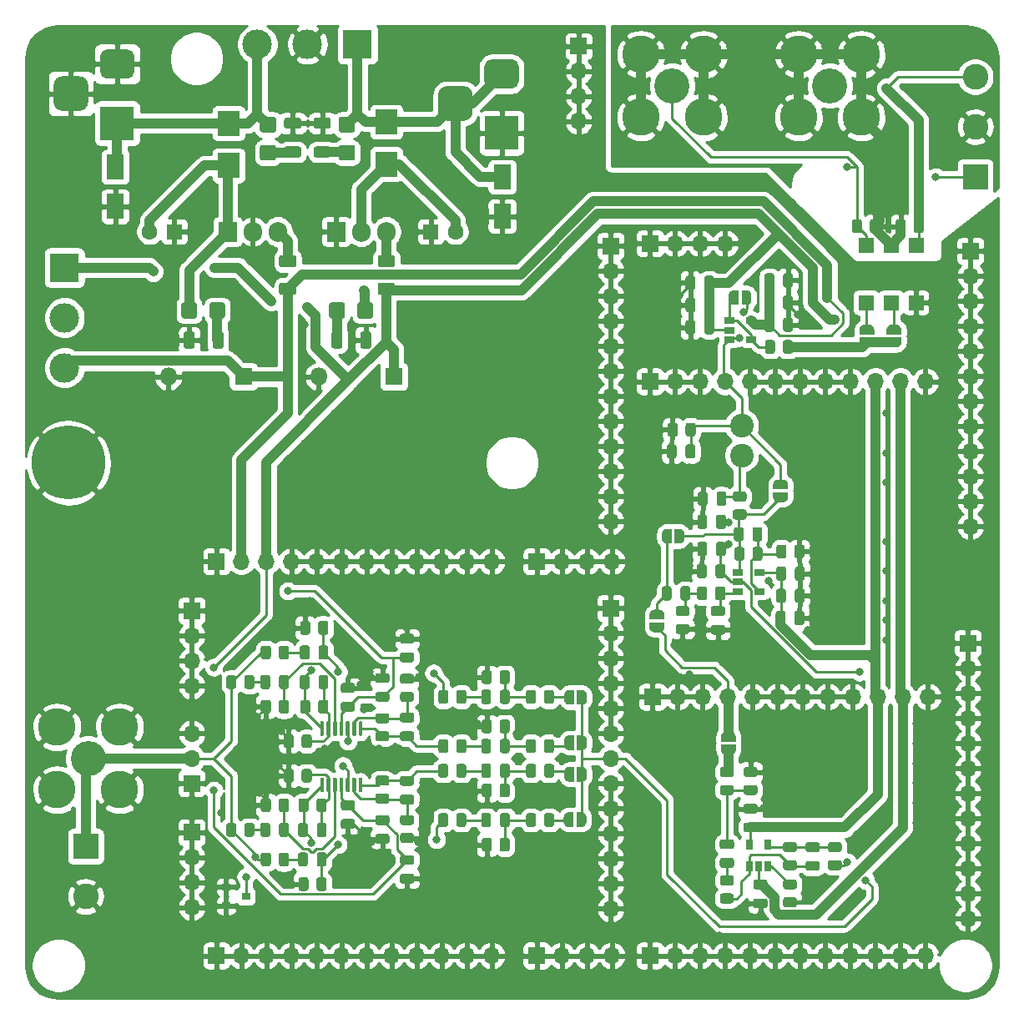
<source format=gbr>
%TF.GenerationSoftware,KiCad,Pcbnew,(5.1.8)-1*%
%TF.CreationDate,2021-09-14T11:30:17-04:00*%
%TF.ProjectId,ModularPreamp,4d6f6475-6c61-4725-9072-65616d702e6b,rev?*%
%TF.SameCoordinates,Original*%
%TF.FileFunction,Copper,L1,Top*%
%TF.FilePolarity,Positive*%
%FSLAX46Y46*%
G04 Gerber Fmt 4.6, Leading zero omitted, Abs format (unit mm)*
G04 Created by KiCad (PCBNEW (5.1.8)-1) date 2021-09-14 11:30:17*
%MOMM*%
%LPD*%
G01*
G04 APERTURE LIST*
%TA.AperFunction,ComponentPad*%
%ADD10C,3.000000*%
%TD*%
%TA.AperFunction,ComponentPad*%
%ADD11R,3.000000X3.000000*%
%TD*%
%TA.AperFunction,SMDPad,CuDef*%
%ADD12R,0.900000X0.800000*%
%TD*%
%TA.AperFunction,ComponentPad*%
%ADD13C,2.600000*%
%TD*%
%TA.AperFunction,ComponentPad*%
%ADD14R,2.600000X2.600000*%
%TD*%
%TA.AperFunction,ComponentPad*%
%ADD15C,7.500000*%
%TD*%
%TA.AperFunction,ComponentPad*%
%ADD16O,1.800000X1.800000*%
%TD*%
%TA.AperFunction,ComponentPad*%
%ADD17R,1.800000X1.800000*%
%TD*%
%TA.AperFunction,SMDPad,CuDef*%
%ADD18R,1.800000X2.500000*%
%TD*%
%TA.AperFunction,ComponentPad*%
%ADD19C,3.810000*%
%TD*%
%TA.AperFunction,ComponentPad*%
%ADD20C,3.556000*%
%TD*%
%TA.AperFunction,ComponentPad*%
%ADD21O,1.700000X1.700000*%
%TD*%
%TA.AperFunction,ComponentPad*%
%ADD22R,1.700000X1.700000*%
%TD*%
%TA.AperFunction,SMDPad,CuDef*%
%ADD23R,1.060000X0.650000*%
%TD*%
%TA.AperFunction,SMDPad,CuDef*%
%ADD24C,0.100000*%
%TD*%
%TA.AperFunction,SMDPad,CuDef*%
%ADD25R,1.520000X1.520000*%
%TD*%
%TA.AperFunction,ComponentPad*%
%ADD26C,2.400000*%
%TD*%
%TA.AperFunction,SMDPad,CuDef*%
%ADD27R,0.650000X1.060000*%
%TD*%
%TA.AperFunction,ComponentPad*%
%ADD28O,1.905000X2.000000*%
%TD*%
%TA.AperFunction,ComponentPad*%
%ADD29R,1.905000X2.000000*%
%TD*%
%TA.AperFunction,ComponentPad*%
%ADD30R,3.500000X3.500000*%
%TD*%
%TA.AperFunction,SMDPad,CuDef*%
%ADD31R,2.300000X2.500000*%
%TD*%
%TA.AperFunction,ComponentPad*%
%ADD32C,1.600000*%
%TD*%
%TA.AperFunction,ComponentPad*%
%ADD33R,1.600000X1.600000*%
%TD*%
%TA.AperFunction,ViaPad*%
%ADD34C,0.800000*%
%TD*%
%TA.AperFunction,Conductor*%
%ADD35C,1.000000*%
%TD*%
%TA.AperFunction,Conductor*%
%ADD36C,0.250000*%
%TD*%
%TA.AperFunction,Conductor*%
%ADD37C,0.254000*%
%TD*%
%TA.AperFunction,Conductor*%
%ADD38C,0.100000*%
%TD*%
G04 APERTURE END LIST*
D10*
%TO.P,J25,3*%
%TO.N,+5V*%
X89600000Y-55360000D03*
%TO.P,J25,2*%
%TO.N,Net-(J25-Pad2)*%
X89600000Y-50280000D03*
D11*
%TO.P,J25,1*%
%TO.N,-5V*%
X89600000Y-45200000D03*
%TD*%
D12*
%TO.P,D11,3*%
%TO.N,SigIn*%
X108000000Y-109000000D03*
%TO.P,D11,2*%
%TO.N,GND*%
X106000000Y-109950000D03*
%TO.P,D11,1*%
X106000000Y-108050000D03*
%TD*%
D13*
%TO.P,J24,3*%
%TO.N,Out-*%
X182000000Y-25840000D03*
%TO.P,J24,2*%
%TO.N,GND2*%
X182000000Y-30920000D03*
D14*
%TO.P,J24,1*%
%TO.N,Out+*%
X182000000Y-36000000D03*
%TD*%
D15*
%TO.P,H1,1*%
%TO.N,GND*%
X90000000Y-65000000D03*
%TD*%
D16*
%TO.P,D10,2*%
%TO.N,GND*%
X115380000Y-56250000D03*
D17*
%TO.P,D10,1*%
%TO.N,-5V*%
X123000000Y-56250000D03*
%TD*%
D16*
%TO.P,D9,2*%
%TO.N,GND*%
X100130000Y-56250000D03*
D17*
%TO.P,D9,1*%
%TO.N,+5V*%
X107750000Y-56250000D03*
%TD*%
D18*
%TO.P,D8,2*%
%TO.N,Net-(D2-Pad2)*%
X134000000Y-36000000D03*
%TO.P,D8,1*%
%TO.N,GND*%
X134000000Y-40000000D03*
%TD*%
%TO.P,D7,2*%
%TO.N,GND*%
X94750000Y-39000000D03*
%TO.P,D7,1*%
%TO.N,Net-(D1-Pad1)*%
X94750000Y-35000000D03*
%TD*%
D13*
%TO.P,J23,2*%
%TO.N,GND*%
X91750000Y-109000000D03*
D14*
%TO.P,J23,1*%
%TO.N,SigIn*%
X91750000Y-103920000D03*
%TD*%
D19*
%TO.P,J15,2*%
%TO.N,GND2*%
X170425000Y-29925000D03*
X164075000Y-29925000D03*
X170425000Y-23575000D03*
D20*
%TO.P,J15,1*%
%TO.N,Out-*%
X167250000Y-26750000D03*
D19*
%TO.P,J15,2*%
%TO.N,GND2*%
X164075000Y-23575000D03*
%TD*%
%TO.P,J14,2*%
%TO.N,GND2*%
X154425000Y-29925000D03*
X148075000Y-29925000D03*
X154425000Y-23575000D03*
D20*
%TO.P,J14,1*%
%TO.N,Out+*%
X151250000Y-26750000D03*
D19*
%TO.P,J14,2*%
%TO.N,GND2*%
X148075000Y-23575000D03*
%TD*%
D21*
%TO.P,J19,12*%
%TO.N,GND*%
X176940000Y-56750000D03*
%TO.P,J19,11*%
%TO.N,-5V*%
X174400000Y-56750000D03*
%TO.P,J19,10*%
%TO.N,+5V*%
X171860000Y-56750000D03*
%TO.P,J19,9*%
%TO.N,GND*%
X169320000Y-56750000D03*
%TO.P,J19,8*%
X166780000Y-56750000D03*
%TO.P,J19,7*%
X164240000Y-56750000D03*
%TO.P,J19,6*%
X161700000Y-56750000D03*
%TO.P,J19,5*%
X159160000Y-56750000D03*
%TO.P,J19,4*%
%TO.N,FiltOut*%
X156620000Y-56750000D03*
%TO.P,J19,3*%
%TO.N,GND*%
X154080000Y-56750000D03*
%TO.P,J19,2*%
X151540000Y-56750000D03*
D22*
%TO.P,J19,1*%
X149000000Y-56750000D03*
%TD*%
D21*
%TO.P,J18,12*%
%TO.N,GND*%
X177190000Y-88750000D03*
%TO.P,J18,11*%
%TO.N,-5V*%
X174650000Y-88750000D03*
%TO.P,J18,10*%
%TO.N,+5V*%
X172110000Y-88750000D03*
%TO.P,J18,9*%
%TO.N,GND*%
X169570000Y-88750000D03*
%TO.P,J18,8*%
X167030000Y-88750000D03*
%TO.P,J18,7*%
X164490000Y-88750000D03*
%TO.P,J18,6*%
X161950000Y-88750000D03*
%TO.P,J18,5*%
X159410000Y-88750000D03*
%TO.P,J18,4*%
%TO.N,SumOut*%
X156870000Y-88750000D03*
%TO.P,J18,3*%
%TO.N,GND*%
X154330000Y-88750000D03*
%TO.P,J18,2*%
X151790000Y-88750000D03*
D22*
%TO.P,J18,1*%
X149250000Y-88750000D03*
%TD*%
D21*
%TO.P,J22,12*%
%TO.N,GND*%
X176940000Y-115000000D03*
%TO.P,J22,11*%
X174400000Y-115000000D03*
%TO.P,J22,10*%
X171860000Y-115000000D03*
%TO.P,J22,9*%
X169320000Y-115000000D03*
%TO.P,J22,8*%
X166780000Y-115000000D03*
%TO.P,J22,7*%
X164240000Y-115000000D03*
%TO.P,J22,6*%
X161700000Y-115000000D03*
%TO.P,J22,5*%
X159160000Y-115000000D03*
%TO.P,J22,4*%
X156620000Y-115000000D03*
%TO.P,J22,3*%
X154080000Y-115000000D03*
%TO.P,J22,2*%
X151540000Y-115000000D03*
D22*
%TO.P,J22,1*%
X149000000Y-115000000D03*
%TD*%
D21*
%TO.P,J21,4*%
%TO.N,GND*%
X156620000Y-42750000D03*
%TO.P,J21,3*%
X154080000Y-42750000D03*
%TO.P,J21,2*%
X151540000Y-42750000D03*
D22*
%TO.P,J21,1*%
X149000000Y-42750000D03*
%TD*%
D21*
%TO.P,J20,4*%
%TO.N,GND*%
X141750000Y-30370000D03*
%TO.P,J20,3*%
X141750000Y-27830000D03*
%TO.P,J20,2*%
X141750000Y-25290000D03*
D22*
%TO.P,J20,1*%
X141750000Y-22750000D03*
%TD*%
D21*
%TO.P,J17,12*%
%TO.N,GND*%
X145000000Y-70940000D03*
%TO.P,J17,11*%
X145000000Y-68400000D03*
%TO.P,J17,10*%
X145000000Y-65860000D03*
%TO.P,J17,9*%
X145000000Y-63320000D03*
%TO.P,J17,8*%
X145000000Y-60780000D03*
%TO.P,J17,7*%
X145000000Y-58240000D03*
%TO.P,J17,6*%
X145000000Y-55700000D03*
%TO.P,J17,5*%
X145000000Y-53160000D03*
%TO.P,J17,4*%
X145000000Y-50620000D03*
%TO.P,J17,3*%
X145000000Y-48080000D03*
%TO.P,J17,2*%
X145000000Y-45540000D03*
D22*
%TO.P,J17,1*%
X145000000Y-43000000D03*
%TD*%
D21*
%TO.P,J16,12*%
%TO.N,GND*%
X181500000Y-71440000D03*
%TO.P,J16,11*%
X181500000Y-68900000D03*
%TO.P,J16,10*%
X181500000Y-66360000D03*
%TO.P,J16,9*%
X181500000Y-63820000D03*
%TO.P,J16,8*%
X181500000Y-61280000D03*
%TO.P,J16,7*%
X181500000Y-58740000D03*
%TO.P,J16,6*%
X181500000Y-56200000D03*
%TO.P,J16,5*%
X181500000Y-53660000D03*
%TO.P,J16,4*%
X181500000Y-51120000D03*
%TO.P,J16,3*%
X181500000Y-48580000D03*
%TO.P,J16,2*%
X181500000Y-46040000D03*
D22*
%TO.P,J16,1*%
X181500000Y-43500000D03*
%TD*%
D23*
%TO.P,U6,5*%
%TO.N,+5V*%
X159250000Y-50600000D03*
%TO.P,U6,4*%
%TO.N,Net-(JP9-Pad2)*%
X159250000Y-52500000D03*
%TO.P,U6,3*%
%TO.N,FiltOut*%
X157050000Y-52500000D03*
%TO.P,U6,2*%
%TO.N,-5V*%
X157050000Y-51550000D03*
%TO.P,U6,1*%
%TO.N,Net-(JP9-Pad2)*%
X157050000Y-50600000D03*
%TD*%
%TO.P,R47,2*%
%TO.N,Out+*%
%TA.AperFunction,SMDPad,CuDef*%
G36*
G01*
X170512500Y-40549998D02*
X170512500Y-41450002D01*
G75*
G02*
X170262502Y-41700000I-249998J0D01*
G01*
X169737498Y-41700000D01*
G75*
G02*
X169487500Y-41450002I0J249998D01*
G01*
X169487500Y-40549998D01*
G75*
G02*
X169737498Y-40300000I249998J0D01*
G01*
X170262502Y-40300000D01*
G75*
G02*
X170512500Y-40549998I0J-249998D01*
G01*
G37*
%TD.AperFunction*%
%TO.P,R47,1*%
%TO.N,GND2*%
%TA.AperFunction,SMDPad,CuDef*%
G36*
G01*
X172337500Y-40549998D02*
X172337500Y-41450002D01*
G75*
G02*
X172087502Y-41700000I-249998J0D01*
G01*
X171562498Y-41700000D01*
G75*
G02*
X171312500Y-41450002I0J249998D01*
G01*
X171312500Y-40549998D01*
G75*
G02*
X171562498Y-40300000I249998J0D01*
G01*
X172087502Y-40300000D01*
G75*
G02*
X172337500Y-40549998I0J-249998D01*
G01*
G37*
%TD.AperFunction*%
%TD*%
%TO.P,R46,2*%
%TO.N,Out-*%
%TA.AperFunction,SMDPad,CuDef*%
G36*
G01*
X175737500Y-41450002D02*
X175737500Y-40549998D01*
G75*
G02*
X175987498Y-40300000I249998J0D01*
G01*
X176512502Y-40300000D01*
G75*
G02*
X176762500Y-40549998I0J-249998D01*
G01*
X176762500Y-41450002D01*
G75*
G02*
X176512502Y-41700000I-249998J0D01*
G01*
X175987498Y-41700000D01*
G75*
G02*
X175737500Y-41450002I0J249998D01*
G01*
G37*
%TD.AperFunction*%
%TO.P,R46,1*%
%TO.N,GND2*%
%TA.AperFunction,SMDPad,CuDef*%
G36*
G01*
X173912500Y-41450002D02*
X173912500Y-40549998D01*
G75*
G02*
X174162498Y-40300000I249998J0D01*
G01*
X174687502Y-40300000D01*
G75*
G02*
X174937500Y-40549998I0J-249998D01*
G01*
X174937500Y-41450002D01*
G75*
G02*
X174687502Y-41700000I-249998J0D01*
G01*
X174162498Y-41700000D01*
G75*
G02*
X173912500Y-41450002I0J249998D01*
G01*
G37*
%TD.AperFunction*%
%TD*%
%TO.P,R45,2*%
%TO.N,Net-(JP10-Pad1)*%
%TA.AperFunction,SMDPad,CuDef*%
G36*
G01*
X162487500Y-53700002D02*
X162487500Y-52799998D01*
G75*
G02*
X162737498Y-52550000I249998J0D01*
G01*
X163262502Y-52550000D01*
G75*
G02*
X163512500Y-52799998I0J-249998D01*
G01*
X163512500Y-53700002D01*
G75*
G02*
X163262502Y-53950000I-249998J0D01*
G01*
X162737498Y-53950000D01*
G75*
G02*
X162487500Y-53700002I0J249998D01*
G01*
G37*
%TD.AperFunction*%
%TO.P,R45,1*%
%TO.N,Net-(JP9-Pad2)*%
%TA.AperFunction,SMDPad,CuDef*%
G36*
G01*
X160662500Y-53700002D02*
X160662500Y-52799998D01*
G75*
G02*
X160912498Y-52550000I249998J0D01*
G01*
X161437502Y-52550000D01*
G75*
G02*
X161687500Y-52799998I0J-249998D01*
G01*
X161687500Y-53700002D01*
G75*
G02*
X161437502Y-53950000I-249998J0D01*
G01*
X160912498Y-53950000D01*
G75*
G02*
X160662500Y-53700002I0J249998D01*
G01*
G37*
%TD.AperFunction*%
%TD*%
%TA.AperFunction,SMDPad,CuDef*%
D24*
%TO.P,JP11,2*%
%TO.N,Net-(JP11-Pad2)*%
G36*
X173000602Y-51500000D02*
G01*
X173000602Y-51475466D01*
X173005412Y-51426635D01*
X173014984Y-51378510D01*
X173029228Y-51331555D01*
X173048005Y-51286222D01*
X173071136Y-51242949D01*
X173098396Y-51202150D01*
X173129524Y-51164221D01*
X173164221Y-51129524D01*
X173202150Y-51098396D01*
X173242949Y-51071136D01*
X173286222Y-51048005D01*
X173331555Y-51029228D01*
X173378510Y-51014984D01*
X173426635Y-51005412D01*
X173475466Y-51000602D01*
X173500000Y-51000602D01*
X173500000Y-51000000D01*
X174000000Y-51000000D01*
X174000000Y-51000602D01*
X174024534Y-51000602D01*
X174073365Y-51005412D01*
X174121490Y-51014984D01*
X174168445Y-51029228D01*
X174213778Y-51048005D01*
X174257051Y-51071136D01*
X174297850Y-51098396D01*
X174335779Y-51129524D01*
X174370476Y-51164221D01*
X174401604Y-51202150D01*
X174428864Y-51242949D01*
X174451995Y-51286222D01*
X174470772Y-51331555D01*
X174485016Y-51378510D01*
X174494588Y-51426635D01*
X174499398Y-51475466D01*
X174499398Y-51500000D01*
X174500000Y-51500000D01*
X174500000Y-52000000D01*
X173000000Y-52000000D01*
X173000000Y-51500000D01*
X173000602Y-51500000D01*
G37*
%TD.AperFunction*%
%TA.AperFunction,SMDPad,CuDef*%
%TO.P,JP11,1*%
%TO.N,Net-(JP10-Pad1)*%
G36*
X174500000Y-52300000D02*
G01*
X174500000Y-52800000D01*
X174499398Y-52800000D01*
X174499398Y-52824534D01*
X174494588Y-52873365D01*
X174485016Y-52921490D01*
X174470772Y-52968445D01*
X174451995Y-53013778D01*
X174428864Y-53057051D01*
X174401604Y-53097850D01*
X174370476Y-53135779D01*
X174335779Y-53170476D01*
X174297850Y-53201604D01*
X174257051Y-53228864D01*
X174213778Y-53251995D01*
X174168445Y-53270772D01*
X174121490Y-53285016D01*
X174073365Y-53294588D01*
X174024534Y-53299398D01*
X174000000Y-53299398D01*
X174000000Y-53300000D01*
X173500000Y-53300000D01*
X173500000Y-53299398D01*
X173475466Y-53299398D01*
X173426635Y-53294588D01*
X173378510Y-53285016D01*
X173331555Y-53270772D01*
X173286222Y-53251995D01*
X173242949Y-53228864D01*
X173202150Y-53201604D01*
X173164221Y-53170476D01*
X173129524Y-53135779D01*
X173098396Y-53097850D01*
X173071136Y-53057051D01*
X173048005Y-53013778D01*
X173029228Y-52968445D01*
X173014984Y-52921490D01*
X173005412Y-52873365D01*
X173000602Y-52824534D01*
X173000602Y-52800000D01*
X173000000Y-52800000D01*
X173000000Y-52300000D01*
X174500000Y-52300000D01*
G37*
%TD.AperFunction*%
%TD*%
%TA.AperFunction,SMDPad,CuDef*%
%TO.P,JP10,2*%
%TO.N,Net-(JP10-Pad2)*%
G36*
X170250602Y-51500000D02*
G01*
X170250602Y-51475466D01*
X170255412Y-51426635D01*
X170264984Y-51378510D01*
X170279228Y-51331555D01*
X170298005Y-51286222D01*
X170321136Y-51242949D01*
X170348396Y-51202150D01*
X170379524Y-51164221D01*
X170414221Y-51129524D01*
X170452150Y-51098396D01*
X170492949Y-51071136D01*
X170536222Y-51048005D01*
X170581555Y-51029228D01*
X170628510Y-51014984D01*
X170676635Y-51005412D01*
X170725466Y-51000602D01*
X170750000Y-51000602D01*
X170750000Y-51000000D01*
X171250000Y-51000000D01*
X171250000Y-51000602D01*
X171274534Y-51000602D01*
X171323365Y-51005412D01*
X171371490Y-51014984D01*
X171418445Y-51029228D01*
X171463778Y-51048005D01*
X171507051Y-51071136D01*
X171547850Y-51098396D01*
X171585779Y-51129524D01*
X171620476Y-51164221D01*
X171651604Y-51202150D01*
X171678864Y-51242949D01*
X171701995Y-51286222D01*
X171720772Y-51331555D01*
X171735016Y-51378510D01*
X171744588Y-51426635D01*
X171749398Y-51475466D01*
X171749398Y-51500000D01*
X171750000Y-51500000D01*
X171750000Y-52000000D01*
X170250000Y-52000000D01*
X170250000Y-51500000D01*
X170250602Y-51500000D01*
G37*
%TD.AperFunction*%
%TA.AperFunction,SMDPad,CuDef*%
%TO.P,JP10,1*%
%TO.N,Net-(JP10-Pad1)*%
G36*
X171750000Y-52300000D02*
G01*
X171750000Y-52800000D01*
X171749398Y-52800000D01*
X171749398Y-52824534D01*
X171744588Y-52873365D01*
X171735016Y-52921490D01*
X171720772Y-52968445D01*
X171701995Y-53013778D01*
X171678864Y-53057051D01*
X171651604Y-53097850D01*
X171620476Y-53135779D01*
X171585779Y-53170476D01*
X171547850Y-53201604D01*
X171507051Y-53228864D01*
X171463778Y-53251995D01*
X171418445Y-53270772D01*
X171371490Y-53285016D01*
X171323365Y-53294588D01*
X171274534Y-53299398D01*
X171250000Y-53299398D01*
X171250000Y-53300000D01*
X170750000Y-53300000D01*
X170750000Y-53299398D01*
X170725466Y-53299398D01*
X170676635Y-53294588D01*
X170628510Y-53285016D01*
X170581555Y-53270772D01*
X170536222Y-53251995D01*
X170492949Y-53228864D01*
X170452150Y-53201604D01*
X170414221Y-53170476D01*
X170379524Y-53135779D01*
X170348396Y-53097850D01*
X170321136Y-53057051D01*
X170298005Y-53013778D01*
X170279228Y-52968445D01*
X170264984Y-52921490D01*
X170255412Y-52873365D01*
X170250602Y-52824534D01*
X170250602Y-52800000D01*
X170250000Y-52800000D01*
X170250000Y-52300000D01*
X171750000Y-52300000D01*
G37*
%TD.AperFunction*%
%TD*%
%TA.AperFunction,SMDPad,CuDef*%
%TO.P,JP9,2*%
%TO.N,Net-(JP9-Pad2)*%
G36*
X157500000Y-48999398D02*
G01*
X157475466Y-48999398D01*
X157426635Y-48994588D01*
X157378510Y-48985016D01*
X157331555Y-48970772D01*
X157286222Y-48951995D01*
X157242949Y-48928864D01*
X157202150Y-48901604D01*
X157164221Y-48870476D01*
X157129524Y-48835779D01*
X157098396Y-48797850D01*
X157071136Y-48757051D01*
X157048005Y-48713778D01*
X157029228Y-48668445D01*
X157014984Y-48621490D01*
X157005412Y-48573365D01*
X157000602Y-48524534D01*
X157000602Y-48500000D01*
X157000000Y-48500000D01*
X157000000Y-48000000D01*
X157000602Y-48000000D01*
X157000602Y-47975466D01*
X157005412Y-47926635D01*
X157014984Y-47878510D01*
X157029228Y-47831555D01*
X157048005Y-47786222D01*
X157071136Y-47742949D01*
X157098396Y-47702150D01*
X157129524Y-47664221D01*
X157164221Y-47629524D01*
X157202150Y-47598396D01*
X157242949Y-47571136D01*
X157286222Y-47548005D01*
X157331555Y-47529228D01*
X157378510Y-47514984D01*
X157426635Y-47505412D01*
X157475466Y-47500602D01*
X157500000Y-47500602D01*
X157500000Y-47500000D01*
X158000000Y-47500000D01*
X158000000Y-49000000D01*
X157500000Y-49000000D01*
X157500000Y-48999398D01*
G37*
%TD.AperFunction*%
%TA.AperFunction,SMDPad,CuDef*%
%TO.P,JP9,1*%
%TO.N,FiltOut*%
G36*
X158300000Y-47500000D02*
G01*
X158800000Y-47500000D01*
X158800000Y-47500602D01*
X158824534Y-47500602D01*
X158873365Y-47505412D01*
X158921490Y-47514984D01*
X158968445Y-47529228D01*
X159013778Y-47548005D01*
X159057051Y-47571136D01*
X159097850Y-47598396D01*
X159135779Y-47629524D01*
X159170476Y-47664221D01*
X159201604Y-47702150D01*
X159228864Y-47742949D01*
X159251995Y-47786222D01*
X159270772Y-47831555D01*
X159285016Y-47878510D01*
X159294588Y-47926635D01*
X159299398Y-47975466D01*
X159299398Y-48000000D01*
X159300000Y-48000000D01*
X159300000Y-48500000D01*
X159299398Y-48500000D01*
X159299398Y-48524534D01*
X159294588Y-48573365D01*
X159285016Y-48621490D01*
X159270772Y-48668445D01*
X159251995Y-48713778D01*
X159228864Y-48757051D01*
X159201604Y-48797850D01*
X159170476Y-48835779D01*
X159135779Y-48870476D01*
X159097850Y-48901604D01*
X159057051Y-48928864D01*
X159013778Y-48951995D01*
X158968445Y-48970772D01*
X158921490Y-48985016D01*
X158873365Y-48994588D01*
X158824534Y-48999398D01*
X158800000Y-48999398D01*
X158800000Y-49000000D01*
X158300000Y-49000000D01*
X158300000Y-47500000D01*
G37*
%TD.AperFunction*%
%TD*%
%TO.P,C41,2*%
%TO.N,-5V*%
%TA.AperFunction,SMDPad,CuDef*%
G36*
G01*
X154500000Y-47225000D02*
X154500000Y-46275000D01*
G75*
G02*
X154750000Y-46025000I250000J0D01*
G01*
X155250000Y-46025000D01*
G75*
G02*
X155500000Y-46275000I0J-250000D01*
G01*
X155500000Y-47225000D01*
G75*
G02*
X155250000Y-47475000I-250000J0D01*
G01*
X154750000Y-47475000D01*
G75*
G02*
X154500000Y-47225000I0J250000D01*
G01*
G37*
%TD.AperFunction*%
%TO.P,C41,1*%
%TO.N,GND*%
%TA.AperFunction,SMDPad,CuDef*%
G36*
G01*
X152600000Y-47225000D02*
X152600000Y-46275000D01*
G75*
G02*
X152850000Y-46025000I250000J0D01*
G01*
X153350000Y-46025000D01*
G75*
G02*
X153600000Y-46275000I0J-250000D01*
G01*
X153600000Y-47225000D01*
G75*
G02*
X153350000Y-47475000I-250000J0D01*
G01*
X152850000Y-47475000D01*
G75*
G02*
X152600000Y-47225000I0J250000D01*
G01*
G37*
%TD.AperFunction*%
%TD*%
%TO.P,C40,2*%
%TO.N,-5V*%
%TA.AperFunction,SMDPad,CuDef*%
G36*
G01*
X154500000Y-49475000D02*
X154500000Y-48525000D01*
G75*
G02*
X154750000Y-48275000I250000J0D01*
G01*
X155250000Y-48275000D01*
G75*
G02*
X155500000Y-48525000I0J-250000D01*
G01*
X155500000Y-49475000D01*
G75*
G02*
X155250000Y-49725000I-250000J0D01*
G01*
X154750000Y-49725000D01*
G75*
G02*
X154500000Y-49475000I0J250000D01*
G01*
G37*
%TD.AperFunction*%
%TO.P,C40,1*%
%TO.N,GND*%
%TA.AperFunction,SMDPad,CuDef*%
G36*
G01*
X152600000Y-49475000D02*
X152600000Y-48525000D01*
G75*
G02*
X152850000Y-48275000I250000J0D01*
G01*
X153350000Y-48275000D01*
G75*
G02*
X153600000Y-48525000I0J-250000D01*
G01*
X153600000Y-49475000D01*
G75*
G02*
X153350000Y-49725000I-250000J0D01*
G01*
X152850000Y-49725000D01*
G75*
G02*
X152600000Y-49475000I0J250000D01*
G01*
G37*
%TD.AperFunction*%
%TD*%
%TO.P,C39,2*%
%TO.N,-5V*%
%TA.AperFunction,SMDPad,CuDef*%
G36*
G01*
X154500000Y-51725000D02*
X154500000Y-50775000D01*
G75*
G02*
X154750000Y-50525000I250000J0D01*
G01*
X155250000Y-50525000D01*
G75*
G02*
X155500000Y-50775000I0J-250000D01*
G01*
X155500000Y-51725000D01*
G75*
G02*
X155250000Y-51975000I-250000J0D01*
G01*
X154750000Y-51975000D01*
G75*
G02*
X154500000Y-51725000I0J250000D01*
G01*
G37*
%TD.AperFunction*%
%TO.P,C39,1*%
%TO.N,GND*%
%TA.AperFunction,SMDPad,CuDef*%
G36*
G01*
X152600000Y-51725000D02*
X152600000Y-50775000D01*
G75*
G02*
X152850000Y-50525000I250000J0D01*
G01*
X153350000Y-50525000D01*
G75*
G02*
X153600000Y-50775000I0J-250000D01*
G01*
X153600000Y-51725000D01*
G75*
G02*
X153350000Y-51975000I-250000J0D01*
G01*
X152850000Y-51975000D01*
G75*
G02*
X152600000Y-51725000I0J250000D01*
G01*
G37*
%TD.AperFunction*%
%TD*%
%TO.P,C38,2*%
%TO.N,+5V*%
%TA.AperFunction,SMDPad,CuDef*%
G36*
G01*
X161600000Y-50525000D02*
X161600000Y-51475000D01*
G75*
G02*
X161350000Y-51725000I-250000J0D01*
G01*
X160850000Y-51725000D01*
G75*
G02*
X160600000Y-51475000I0J250000D01*
G01*
X160600000Y-50525000D01*
G75*
G02*
X160850000Y-50275000I250000J0D01*
G01*
X161350000Y-50275000D01*
G75*
G02*
X161600000Y-50525000I0J-250000D01*
G01*
G37*
%TD.AperFunction*%
%TO.P,C38,1*%
%TO.N,GND*%
%TA.AperFunction,SMDPad,CuDef*%
G36*
G01*
X163500000Y-50525000D02*
X163500000Y-51475000D01*
G75*
G02*
X163250000Y-51725000I-250000J0D01*
G01*
X162750000Y-51725000D01*
G75*
G02*
X162500000Y-51475000I0J250000D01*
G01*
X162500000Y-50525000D01*
G75*
G02*
X162750000Y-50275000I250000J0D01*
G01*
X163250000Y-50275000D01*
G75*
G02*
X163500000Y-50525000I0J-250000D01*
G01*
G37*
%TD.AperFunction*%
%TD*%
%TO.P,C37,2*%
%TO.N,+5V*%
%TA.AperFunction,SMDPad,CuDef*%
G36*
G01*
X161600000Y-48275000D02*
X161600000Y-49225000D01*
G75*
G02*
X161350000Y-49475000I-250000J0D01*
G01*
X160850000Y-49475000D01*
G75*
G02*
X160600000Y-49225000I0J250000D01*
G01*
X160600000Y-48275000D01*
G75*
G02*
X160850000Y-48025000I250000J0D01*
G01*
X161350000Y-48025000D01*
G75*
G02*
X161600000Y-48275000I0J-250000D01*
G01*
G37*
%TD.AperFunction*%
%TO.P,C37,1*%
%TO.N,GND*%
%TA.AperFunction,SMDPad,CuDef*%
G36*
G01*
X163500000Y-48275000D02*
X163500000Y-49225000D01*
G75*
G02*
X163250000Y-49475000I-250000J0D01*
G01*
X162750000Y-49475000D01*
G75*
G02*
X162500000Y-49225000I0J250000D01*
G01*
X162500000Y-48275000D01*
G75*
G02*
X162750000Y-48025000I250000J0D01*
G01*
X163250000Y-48025000D01*
G75*
G02*
X163500000Y-48275000I0J-250000D01*
G01*
G37*
%TD.AperFunction*%
%TD*%
%TO.P,C36,2*%
%TO.N,+5V*%
%TA.AperFunction,SMDPad,CuDef*%
G36*
G01*
X161600000Y-46025000D02*
X161600000Y-46975000D01*
G75*
G02*
X161350000Y-47225000I-250000J0D01*
G01*
X160850000Y-47225000D01*
G75*
G02*
X160600000Y-46975000I0J250000D01*
G01*
X160600000Y-46025000D01*
G75*
G02*
X160850000Y-45775000I250000J0D01*
G01*
X161350000Y-45775000D01*
G75*
G02*
X161600000Y-46025000I0J-250000D01*
G01*
G37*
%TD.AperFunction*%
%TO.P,C36,1*%
%TO.N,GND*%
%TA.AperFunction,SMDPad,CuDef*%
G36*
G01*
X163500000Y-46025000D02*
X163500000Y-46975000D01*
G75*
G02*
X163250000Y-47225000I-250000J0D01*
G01*
X162750000Y-47225000D01*
G75*
G02*
X162500000Y-46975000I0J250000D01*
G01*
X162500000Y-46025000D01*
G75*
G02*
X162750000Y-45775000I250000J0D01*
G01*
X163250000Y-45775000D01*
G75*
G02*
X163500000Y-46025000I0J-250000D01*
G01*
G37*
%TD.AperFunction*%
%TD*%
%TO.P,C35,2*%
%TO.N,-5V*%
%TA.AperFunction,SMDPad,CuDef*%
G36*
G01*
X155700000Y-71475000D02*
X155700000Y-70525000D01*
G75*
G02*
X155950000Y-70275000I250000J0D01*
G01*
X156450000Y-70275000D01*
G75*
G02*
X156700000Y-70525000I0J-250000D01*
G01*
X156700000Y-71475000D01*
G75*
G02*
X156450000Y-71725000I-250000J0D01*
G01*
X155950000Y-71725000D01*
G75*
G02*
X155700000Y-71475000I0J250000D01*
G01*
G37*
%TD.AperFunction*%
%TO.P,C35,1*%
%TO.N,GND*%
%TA.AperFunction,SMDPad,CuDef*%
G36*
G01*
X153800000Y-71475000D02*
X153800000Y-70525000D01*
G75*
G02*
X154050000Y-70275000I250000J0D01*
G01*
X154550000Y-70275000D01*
G75*
G02*
X154800000Y-70525000I0J-250000D01*
G01*
X154800000Y-71475000D01*
G75*
G02*
X154550000Y-71725000I-250000J0D01*
G01*
X154050000Y-71725000D01*
G75*
G02*
X153800000Y-71475000I0J250000D01*
G01*
G37*
%TD.AperFunction*%
%TD*%
%TO.P,C34,2*%
%TO.N,-5V*%
%TA.AperFunction,SMDPad,CuDef*%
G36*
G01*
X155700000Y-74225000D02*
X155700000Y-73275000D01*
G75*
G02*
X155950000Y-73025000I250000J0D01*
G01*
X156450000Y-73025000D01*
G75*
G02*
X156700000Y-73275000I0J-250000D01*
G01*
X156700000Y-74225000D01*
G75*
G02*
X156450000Y-74475000I-250000J0D01*
G01*
X155950000Y-74475000D01*
G75*
G02*
X155700000Y-74225000I0J250000D01*
G01*
G37*
%TD.AperFunction*%
%TO.P,C34,1*%
%TO.N,GND*%
%TA.AperFunction,SMDPad,CuDef*%
G36*
G01*
X153800000Y-74225000D02*
X153800000Y-73275000D01*
G75*
G02*
X154050000Y-73025000I250000J0D01*
G01*
X154550000Y-73025000D01*
G75*
G02*
X154800000Y-73275000I0J-250000D01*
G01*
X154800000Y-74225000D01*
G75*
G02*
X154550000Y-74475000I-250000J0D01*
G01*
X154050000Y-74475000D01*
G75*
G02*
X153800000Y-74225000I0J250000D01*
G01*
G37*
%TD.AperFunction*%
%TD*%
%TO.P,C33,2*%
%TO.N,-5V*%
%TA.AperFunction,SMDPad,CuDef*%
G36*
G01*
X155650000Y-76475000D02*
X155650000Y-75525000D01*
G75*
G02*
X155900000Y-75275000I250000J0D01*
G01*
X156400000Y-75275000D01*
G75*
G02*
X156650000Y-75525000I0J-250000D01*
G01*
X156650000Y-76475000D01*
G75*
G02*
X156400000Y-76725000I-250000J0D01*
G01*
X155900000Y-76725000D01*
G75*
G02*
X155650000Y-76475000I0J250000D01*
G01*
G37*
%TD.AperFunction*%
%TO.P,C33,1*%
%TO.N,GND*%
%TA.AperFunction,SMDPad,CuDef*%
G36*
G01*
X153750000Y-76475000D02*
X153750000Y-75525000D01*
G75*
G02*
X154000000Y-75275000I250000J0D01*
G01*
X154500000Y-75275000D01*
G75*
G02*
X154750000Y-75525000I0J-250000D01*
G01*
X154750000Y-76475000D01*
G75*
G02*
X154500000Y-76725000I-250000J0D01*
G01*
X154000000Y-76725000D01*
G75*
G02*
X153750000Y-76475000I0J250000D01*
G01*
G37*
%TD.AperFunction*%
%TD*%
%TO.P,C32,2*%
%TO.N,+5V*%
%TA.AperFunction,SMDPad,CuDef*%
G36*
G01*
X162800000Y-75775000D02*
X162800000Y-76725000D01*
G75*
G02*
X162550000Y-76975000I-250000J0D01*
G01*
X162050000Y-76975000D01*
G75*
G02*
X161800000Y-76725000I0J250000D01*
G01*
X161800000Y-75775000D01*
G75*
G02*
X162050000Y-75525000I250000J0D01*
G01*
X162550000Y-75525000D01*
G75*
G02*
X162800000Y-75775000I0J-250000D01*
G01*
G37*
%TD.AperFunction*%
%TO.P,C32,1*%
%TO.N,GND*%
%TA.AperFunction,SMDPad,CuDef*%
G36*
G01*
X164700000Y-75775000D02*
X164700000Y-76725000D01*
G75*
G02*
X164450000Y-76975000I-250000J0D01*
G01*
X163950000Y-76975000D01*
G75*
G02*
X163700000Y-76725000I0J250000D01*
G01*
X163700000Y-75775000D01*
G75*
G02*
X163950000Y-75525000I250000J0D01*
G01*
X164450000Y-75525000D01*
G75*
G02*
X164700000Y-75775000I0J-250000D01*
G01*
G37*
%TD.AperFunction*%
%TD*%
%TO.P,C31,2*%
%TO.N,+5V*%
%TA.AperFunction,SMDPad,CuDef*%
G36*
G01*
X162800000Y-78025000D02*
X162800000Y-78975000D01*
G75*
G02*
X162550000Y-79225000I-250000J0D01*
G01*
X162050000Y-79225000D01*
G75*
G02*
X161800000Y-78975000I0J250000D01*
G01*
X161800000Y-78025000D01*
G75*
G02*
X162050000Y-77775000I250000J0D01*
G01*
X162550000Y-77775000D01*
G75*
G02*
X162800000Y-78025000I0J-250000D01*
G01*
G37*
%TD.AperFunction*%
%TO.P,C31,1*%
%TO.N,GND*%
%TA.AperFunction,SMDPad,CuDef*%
G36*
G01*
X164700000Y-78025000D02*
X164700000Y-78975000D01*
G75*
G02*
X164450000Y-79225000I-250000J0D01*
G01*
X163950000Y-79225000D01*
G75*
G02*
X163700000Y-78975000I0J250000D01*
G01*
X163700000Y-78025000D01*
G75*
G02*
X163950000Y-77775000I250000J0D01*
G01*
X164450000Y-77775000D01*
G75*
G02*
X164700000Y-78025000I0J-250000D01*
G01*
G37*
%TD.AperFunction*%
%TD*%
%TO.P,C30,2*%
%TO.N,+5V*%
%TA.AperFunction,SMDPad,CuDef*%
G36*
G01*
X162750000Y-80275000D02*
X162750000Y-81225000D01*
G75*
G02*
X162500000Y-81475000I-250000J0D01*
G01*
X162000000Y-81475000D01*
G75*
G02*
X161750000Y-81225000I0J250000D01*
G01*
X161750000Y-80275000D01*
G75*
G02*
X162000000Y-80025000I250000J0D01*
G01*
X162500000Y-80025000D01*
G75*
G02*
X162750000Y-80275000I0J-250000D01*
G01*
G37*
%TD.AperFunction*%
%TO.P,C30,1*%
%TO.N,GND*%
%TA.AperFunction,SMDPad,CuDef*%
G36*
G01*
X164650000Y-80275000D02*
X164650000Y-81225000D01*
G75*
G02*
X164400000Y-81475000I-250000J0D01*
G01*
X163900000Y-81475000D01*
G75*
G02*
X163650000Y-81225000I0J250000D01*
G01*
X163650000Y-80275000D01*
G75*
G02*
X163900000Y-80025000I250000J0D01*
G01*
X164400000Y-80025000D01*
G75*
G02*
X164650000Y-80275000I0J-250000D01*
G01*
G37*
%TD.AperFunction*%
%TD*%
D25*
%TO.P,X1,6*%
%TO.N,Out+*%
X170920000Y-42908000D03*
%TO.P,X1,5*%
%TO.N,GND2*%
X173460000Y-42908000D03*
%TO.P,X1,4*%
%TO.N,Out-*%
X176000000Y-42908000D03*
%TO.P,X1,3*%
%TO.N,GND*%
X176000000Y-48750000D03*
%TO.P,X1,2*%
%TO.N,Net-(JP11-Pad2)*%
X173460000Y-48750000D03*
%TO.P,X1,1*%
%TO.N,Net-(JP10-Pad2)*%
X170920000Y-48750000D03*
%TD*%
%TO.P,R44,2*%
%TO.N,Net-(C28-Pad1)*%
%TA.AperFunction,SMDPad,CuDef*%
G36*
G01*
X162850000Y-73549998D02*
X162850000Y-74450002D01*
G75*
G02*
X162600002Y-74700000I-249998J0D01*
G01*
X162074998Y-74700000D01*
G75*
G02*
X161825000Y-74450002I0J249998D01*
G01*
X161825000Y-73549998D01*
G75*
G02*
X162074998Y-73300000I249998J0D01*
G01*
X162600002Y-73300000D01*
G75*
G02*
X162850000Y-73549998I0J-249998D01*
G01*
G37*
%TD.AperFunction*%
%TO.P,R44,1*%
%TO.N,GND*%
%TA.AperFunction,SMDPad,CuDef*%
G36*
G01*
X164675000Y-73549998D02*
X164675000Y-74450002D01*
G75*
G02*
X164425002Y-74700000I-249998J0D01*
G01*
X163899998Y-74700000D01*
G75*
G02*
X163650000Y-74450002I0J249998D01*
G01*
X163650000Y-73549998D01*
G75*
G02*
X163899998Y-73300000I249998J0D01*
G01*
X164425002Y-73300000D01*
G75*
G02*
X164675000Y-73549998I0J-249998D01*
G01*
G37*
%TD.AperFunction*%
%TD*%
%TO.P,R43,2*%
%TO.N,Net-(C28-Pad2)*%
%TA.AperFunction,SMDPad,CuDef*%
G36*
G01*
X158587500Y-73799998D02*
X158587500Y-74700002D01*
G75*
G02*
X158337502Y-74950000I-249998J0D01*
G01*
X157812498Y-74950000D01*
G75*
G02*
X157562500Y-74700002I0J249998D01*
G01*
X157562500Y-73799998D01*
G75*
G02*
X157812498Y-73550000I249998J0D01*
G01*
X158337502Y-73550000D01*
G75*
G02*
X158587500Y-73799998I0J-249998D01*
G01*
G37*
%TD.AperFunction*%
%TO.P,R43,1*%
%TO.N,Net-(C28-Pad1)*%
%TA.AperFunction,SMDPad,CuDef*%
G36*
G01*
X160412500Y-73799998D02*
X160412500Y-74700002D01*
G75*
G02*
X160162502Y-74950000I-249998J0D01*
G01*
X159637498Y-74950000D01*
G75*
G02*
X159387500Y-74700002I0J249998D01*
G01*
X159387500Y-73799998D01*
G75*
G02*
X159637498Y-73550000I249998J0D01*
G01*
X160162502Y-73550000D01*
G75*
G02*
X160412500Y-73799998I0J-249998D01*
G01*
G37*
%TD.AperFunction*%
%TD*%
D26*
%TO.P,L1,2*%
%TO.N,Net-(C27-Pad2)*%
X158300000Y-64250000D03*
%TO.P,L1,1*%
%TO.N,FiltOut*%
X158300000Y-61250000D03*
%TD*%
%TA.AperFunction,SMDPad,CuDef*%
D24*
%TO.P,JP8,2*%
%TO.N,FiltOut*%
G36*
X161500602Y-67200000D02*
G01*
X161500602Y-67175466D01*
X161505412Y-67126635D01*
X161514984Y-67078510D01*
X161529228Y-67031555D01*
X161548005Y-66986222D01*
X161571136Y-66942949D01*
X161598396Y-66902150D01*
X161629524Y-66864221D01*
X161664221Y-66829524D01*
X161702150Y-66798396D01*
X161742949Y-66771136D01*
X161786222Y-66748005D01*
X161831555Y-66729228D01*
X161878510Y-66714984D01*
X161926635Y-66705412D01*
X161975466Y-66700602D01*
X162000000Y-66700602D01*
X162000000Y-66700000D01*
X162500000Y-66700000D01*
X162500000Y-66700602D01*
X162524534Y-66700602D01*
X162573365Y-66705412D01*
X162621490Y-66714984D01*
X162668445Y-66729228D01*
X162713778Y-66748005D01*
X162757051Y-66771136D01*
X162797850Y-66798396D01*
X162835779Y-66829524D01*
X162870476Y-66864221D01*
X162901604Y-66902150D01*
X162928864Y-66942949D01*
X162951995Y-66986222D01*
X162970772Y-67031555D01*
X162985016Y-67078510D01*
X162994588Y-67126635D01*
X162999398Y-67175466D01*
X162999398Y-67200000D01*
X163000000Y-67200000D01*
X163000000Y-67700000D01*
X161500000Y-67700000D01*
X161500000Y-67200000D01*
X161500602Y-67200000D01*
G37*
%TD.AperFunction*%
%TA.AperFunction,SMDPad,CuDef*%
%TO.P,JP8,1*%
%TO.N,Net-(C28-Pad2)*%
G36*
X163000000Y-68000000D02*
G01*
X163000000Y-68500000D01*
X162999398Y-68500000D01*
X162999398Y-68524534D01*
X162994588Y-68573365D01*
X162985016Y-68621490D01*
X162970772Y-68668445D01*
X162951995Y-68713778D01*
X162928864Y-68757051D01*
X162901604Y-68797850D01*
X162870476Y-68835779D01*
X162835779Y-68870476D01*
X162797850Y-68901604D01*
X162757051Y-68928864D01*
X162713778Y-68951995D01*
X162668445Y-68970772D01*
X162621490Y-68985016D01*
X162573365Y-68994588D01*
X162524534Y-68999398D01*
X162500000Y-68999398D01*
X162500000Y-69000000D01*
X162000000Y-69000000D01*
X162000000Y-68999398D01*
X161975466Y-68999398D01*
X161926635Y-68994588D01*
X161878510Y-68985016D01*
X161831555Y-68970772D01*
X161786222Y-68951995D01*
X161742949Y-68928864D01*
X161702150Y-68901604D01*
X161664221Y-68870476D01*
X161629524Y-68835779D01*
X161598396Y-68797850D01*
X161571136Y-68757051D01*
X161548005Y-68713778D01*
X161529228Y-68668445D01*
X161514984Y-68621490D01*
X161505412Y-68573365D01*
X161500602Y-68524534D01*
X161500602Y-68500000D01*
X161500000Y-68500000D01*
X161500000Y-68000000D01*
X163000000Y-68000000D01*
G37*
%TD.AperFunction*%
%TD*%
%TO.P,C29,2*%
%TO.N,FiltOut*%
%TA.AperFunction,SMDPad,CuDef*%
G36*
G01*
X152600000Y-64325000D02*
X152600000Y-63375000D01*
G75*
G02*
X152850000Y-63125000I250000J0D01*
G01*
X153350000Y-63125000D01*
G75*
G02*
X153600000Y-63375000I0J-250000D01*
G01*
X153600000Y-64325000D01*
G75*
G02*
X153350000Y-64575000I-250000J0D01*
G01*
X152850000Y-64575000D01*
G75*
G02*
X152600000Y-64325000I0J250000D01*
G01*
G37*
%TD.AperFunction*%
%TO.P,C29,1*%
%TO.N,GND*%
%TA.AperFunction,SMDPad,CuDef*%
G36*
G01*
X150700000Y-64325000D02*
X150700000Y-63375000D01*
G75*
G02*
X150950000Y-63125000I250000J0D01*
G01*
X151450000Y-63125000D01*
G75*
G02*
X151700000Y-63375000I0J-250000D01*
G01*
X151700000Y-64325000D01*
G75*
G02*
X151450000Y-64575000I-250000J0D01*
G01*
X150950000Y-64575000D01*
G75*
G02*
X150700000Y-64325000I0J250000D01*
G01*
G37*
%TD.AperFunction*%
%TD*%
%TO.P,C28,2*%
%TO.N,Net-(C28-Pad2)*%
%TA.AperFunction,SMDPad,CuDef*%
G36*
G01*
X158500000Y-71775000D02*
X158500000Y-72725000D01*
G75*
G02*
X158250000Y-72975000I-250000J0D01*
G01*
X157750000Y-72975000D01*
G75*
G02*
X157500000Y-72725000I0J250000D01*
G01*
X157500000Y-71775000D01*
G75*
G02*
X157750000Y-71525000I250000J0D01*
G01*
X158250000Y-71525000D01*
G75*
G02*
X158500000Y-71775000I0J-250000D01*
G01*
G37*
%TD.AperFunction*%
%TO.P,C28,1*%
%TO.N,Net-(C28-Pad1)*%
%TA.AperFunction,SMDPad,CuDef*%
G36*
G01*
X160400000Y-71775000D02*
X160400000Y-72725000D01*
G75*
G02*
X160150000Y-72975000I-250000J0D01*
G01*
X159650000Y-72975000D01*
G75*
G02*
X159400000Y-72725000I0J250000D01*
G01*
X159400000Y-71775000D01*
G75*
G02*
X159650000Y-71525000I250000J0D01*
G01*
X160150000Y-71525000D01*
G75*
G02*
X160400000Y-71775000I0J-250000D01*
G01*
G37*
%TD.AperFunction*%
%TD*%
%TA.AperFunction,SMDPad,CuDef*%
%TO.P,JP7,2*%
%TO.N,Sum*%
G36*
X142100000Y-92650602D02*
G01*
X142124534Y-92650602D01*
X142173365Y-92655412D01*
X142221490Y-92664984D01*
X142268445Y-92679228D01*
X142313778Y-92698005D01*
X142357051Y-92721136D01*
X142397850Y-92748396D01*
X142435779Y-92779524D01*
X142470476Y-92814221D01*
X142501604Y-92852150D01*
X142528864Y-92892949D01*
X142551995Y-92936222D01*
X142570772Y-92981555D01*
X142585016Y-93028510D01*
X142594588Y-93076635D01*
X142599398Y-93125466D01*
X142599398Y-93150000D01*
X142600000Y-93150000D01*
X142600000Y-93650000D01*
X142599398Y-93650000D01*
X142599398Y-93674534D01*
X142594588Y-93723365D01*
X142585016Y-93771490D01*
X142570772Y-93818445D01*
X142551995Y-93863778D01*
X142528864Y-93907051D01*
X142501604Y-93947850D01*
X142470476Y-93985779D01*
X142435779Y-94020476D01*
X142397850Y-94051604D01*
X142357051Y-94078864D01*
X142313778Y-94101995D01*
X142268445Y-94120772D01*
X142221490Y-94135016D01*
X142173365Y-94144588D01*
X142124534Y-94149398D01*
X142100000Y-94149398D01*
X142100000Y-94150000D01*
X141600000Y-94150000D01*
X141600000Y-92650000D01*
X142100000Y-92650000D01*
X142100000Y-92650602D01*
G37*
%TD.AperFunction*%
%TA.AperFunction,SMDPad,CuDef*%
%TO.P,JP7,1*%
%TO.N,Net-(JP7-Pad1)*%
G36*
X141300000Y-94150000D02*
G01*
X140800000Y-94150000D01*
X140800000Y-94149398D01*
X140775466Y-94149398D01*
X140726635Y-94144588D01*
X140678510Y-94135016D01*
X140631555Y-94120772D01*
X140586222Y-94101995D01*
X140542949Y-94078864D01*
X140502150Y-94051604D01*
X140464221Y-94020476D01*
X140429524Y-93985779D01*
X140398396Y-93947850D01*
X140371136Y-93907051D01*
X140348005Y-93863778D01*
X140329228Y-93818445D01*
X140314984Y-93771490D01*
X140305412Y-93723365D01*
X140300602Y-93674534D01*
X140300602Y-93650000D01*
X140300000Y-93650000D01*
X140300000Y-93150000D01*
X140300602Y-93150000D01*
X140300602Y-93125466D01*
X140305412Y-93076635D01*
X140314984Y-93028510D01*
X140329228Y-92981555D01*
X140348005Y-92936222D01*
X140371136Y-92892949D01*
X140398396Y-92852150D01*
X140429524Y-92814221D01*
X140464221Y-92779524D01*
X140502150Y-92748396D01*
X140542949Y-92721136D01*
X140586222Y-92698005D01*
X140631555Y-92679228D01*
X140678510Y-92664984D01*
X140726635Y-92655412D01*
X140775466Y-92650602D01*
X140800000Y-92650602D01*
X140800000Y-92650000D01*
X141300000Y-92650000D01*
X141300000Y-94150000D01*
G37*
%TD.AperFunction*%
%TD*%
%TA.AperFunction,SMDPad,CuDef*%
%TO.P,JP6,2*%
%TO.N,SumOut*%
G36*
X156200602Y-92800000D02*
G01*
X156200602Y-92775466D01*
X156205412Y-92726635D01*
X156214984Y-92678510D01*
X156229228Y-92631555D01*
X156248005Y-92586222D01*
X156271136Y-92542949D01*
X156298396Y-92502150D01*
X156329524Y-92464221D01*
X156364221Y-92429524D01*
X156402150Y-92398396D01*
X156442949Y-92371136D01*
X156486222Y-92348005D01*
X156531555Y-92329228D01*
X156578510Y-92314984D01*
X156626635Y-92305412D01*
X156675466Y-92300602D01*
X156700000Y-92300602D01*
X156700000Y-92300000D01*
X157200000Y-92300000D01*
X157200000Y-92300602D01*
X157224534Y-92300602D01*
X157273365Y-92305412D01*
X157321490Y-92314984D01*
X157368445Y-92329228D01*
X157413778Y-92348005D01*
X157457051Y-92371136D01*
X157497850Y-92398396D01*
X157535779Y-92429524D01*
X157570476Y-92464221D01*
X157601604Y-92502150D01*
X157628864Y-92542949D01*
X157651995Y-92586222D01*
X157670772Y-92631555D01*
X157685016Y-92678510D01*
X157694588Y-92726635D01*
X157699398Y-92775466D01*
X157699398Y-92800000D01*
X157700000Y-92800000D01*
X157700000Y-93300000D01*
X156200000Y-93300000D01*
X156200000Y-92800000D01*
X156200602Y-92800000D01*
G37*
%TD.AperFunction*%
%TA.AperFunction,SMDPad,CuDef*%
%TO.P,JP6,1*%
%TO.N,Net-(JP6-Pad1)*%
G36*
X157700000Y-93600000D02*
G01*
X157700000Y-94100000D01*
X157699398Y-94100000D01*
X157699398Y-94124534D01*
X157694588Y-94173365D01*
X157685016Y-94221490D01*
X157670772Y-94268445D01*
X157651995Y-94313778D01*
X157628864Y-94357051D01*
X157601604Y-94397850D01*
X157570476Y-94435779D01*
X157535779Y-94470476D01*
X157497850Y-94501604D01*
X157457051Y-94528864D01*
X157413778Y-94551995D01*
X157368445Y-94570772D01*
X157321490Y-94585016D01*
X157273365Y-94594588D01*
X157224534Y-94599398D01*
X157200000Y-94599398D01*
X157200000Y-94600000D01*
X156700000Y-94600000D01*
X156700000Y-94599398D01*
X156675466Y-94599398D01*
X156626635Y-94594588D01*
X156578510Y-94585016D01*
X156531555Y-94570772D01*
X156486222Y-94551995D01*
X156442949Y-94528864D01*
X156402150Y-94501604D01*
X156364221Y-94470476D01*
X156329524Y-94435779D01*
X156298396Y-94397850D01*
X156271136Y-94357051D01*
X156248005Y-94313778D01*
X156229228Y-94268445D01*
X156214984Y-94221490D01*
X156205412Y-94173365D01*
X156200602Y-94124534D01*
X156200602Y-94100000D01*
X156200000Y-94100000D01*
X156200000Y-93600000D01*
X157700000Y-93600000D01*
G37*
%TD.AperFunction*%
%TD*%
%TA.AperFunction,SMDPad,CuDef*%
%TO.P,JP5,2*%
%TO.N,Sum*%
G36*
X142050000Y-100450602D02*
G01*
X142074534Y-100450602D01*
X142123365Y-100455412D01*
X142171490Y-100464984D01*
X142218445Y-100479228D01*
X142263778Y-100498005D01*
X142307051Y-100521136D01*
X142347850Y-100548396D01*
X142385779Y-100579524D01*
X142420476Y-100614221D01*
X142451604Y-100652150D01*
X142478864Y-100692949D01*
X142501995Y-100736222D01*
X142520772Y-100781555D01*
X142535016Y-100828510D01*
X142544588Y-100876635D01*
X142549398Y-100925466D01*
X142549398Y-100950000D01*
X142550000Y-100950000D01*
X142550000Y-101450000D01*
X142549398Y-101450000D01*
X142549398Y-101474534D01*
X142544588Y-101523365D01*
X142535016Y-101571490D01*
X142520772Y-101618445D01*
X142501995Y-101663778D01*
X142478864Y-101707051D01*
X142451604Y-101747850D01*
X142420476Y-101785779D01*
X142385779Y-101820476D01*
X142347850Y-101851604D01*
X142307051Y-101878864D01*
X142263778Y-101901995D01*
X142218445Y-101920772D01*
X142171490Y-101935016D01*
X142123365Y-101944588D01*
X142074534Y-101949398D01*
X142050000Y-101949398D01*
X142050000Y-101950000D01*
X141550000Y-101950000D01*
X141550000Y-100450000D01*
X142050000Y-100450000D01*
X142050000Y-100450602D01*
G37*
%TD.AperFunction*%
%TA.AperFunction,SMDPad,CuDef*%
%TO.P,JP5,1*%
%TO.N,Net-(JP5-Pad1)*%
G36*
X141250000Y-101950000D02*
G01*
X140750000Y-101950000D01*
X140750000Y-101949398D01*
X140725466Y-101949398D01*
X140676635Y-101944588D01*
X140628510Y-101935016D01*
X140581555Y-101920772D01*
X140536222Y-101901995D01*
X140492949Y-101878864D01*
X140452150Y-101851604D01*
X140414221Y-101820476D01*
X140379524Y-101785779D01*
X140348396Y-101747850D01*
X140321136Y-101707051D01*
X140298005Y-101663778D01*
X140279228Y-101618445D01*
X140264984Y-101571490D01*
X140255412Y-101523365D01*
X140250602Y-101474534D01*
X140250602Y-101450000D01*
X140250000Y-101450000D01*
X140250000Y-100950000D01*
X140250602Y-100950000D01*
X140250602Y-100925466D01*
X140255412Y-100876635D01*
X140264984Y-100828510D01*
X140279228Y-100781555D01*
X140298005Y-100736222D01*
X140321136Y-100692949D01*
X140348396Y-100652150D01*
X140379524Y-100614221D01*
X140414221Y-100579524D01*
X140452150Y-100548396D01*
X140492949Y-100521136D01*
X140536222Y-100498005D01*
X140581555Y-100479228D01*
X140628510Y-100464984D01*
X140676635Y-100455412D01*
X140725466Y-100450602D01*
X140750000Y-100450602D01*
X140750000Y-100450000D01*
X141250000Y-100450000D01*
X141250000Y-101950000D01*
G37*
%TD.AperFunction*%
%TD*%
%TA.AperFunction,SMDPad,CuDef*%
%TO.P,JP4,2*%
%TO.N,Sum*%
G36*
X142100000Y-95850602D02*
G01*
X142124534Y-95850602D01*
X142173365Y-95855412D01*
X142221490Y-95864984D01*
X142268445Y-95879228D01*
X142313778Y-95898005D01*
X142357051Y-95921136D01*
X142397850Y-95948396D01*
X142435779Y-95979524D01*
X142470476Y-96014221D01*
X142501604Y-96052150D01*
X142528864Y-96092949D01*
X142551995Y-96136222D01*
X142570772Y-96181555D01*
X142585016Y-96228510D01*
X142594588Y-96276635D01*
X142599398Y-96325466D01*
X142599398Y-96350000D01*
X142600000Y-96350000D01*
X142600000Y-96850000D01*
X142599398Y-96850000D01*
X142599398Y-96874534D01*
X142594588Y-96923365D01*
X142585016Y-96971490D01*
X142570772Y-97018445D01*
X142551995Y-97063778D01*
X142528864Y-97107051D01*
X142501604Y-97147850D01*
X142470476Y-97185779D01*
X142435779Y-97220476D01*
X142397850Y-97251604D01*
X142357051Y-97278864D01*
X142313778Y-97301995D01*
X142268445Y-97320772D01*
X142221490Y-97335016D01*
X142173365Y-97344588D01*
X142124534Y-97349398D01*
X142100000Y-97349398D01*
X142100000Y-97350000D01*
X141600000Y-97350000D01*
X141600000Y-95850000D01*
X142100000Y-95850000D01*
X142100000Y-95850602D01*
G37*
%TD.AperFunction*%
%TA.AperFunction,SMDPad,CuDef*%
%TO.P,JP4,1*%
%TO.N,Net-(JP4-Pad1)*%
G36*
X141300000Y-97350000D02*
G01*
X140800000Y-97350000D01*
X140800000Y-97349398D01*
X140775466Y-97349398D01*
X140726635Y-97344588D01*
X140678510Y-97335016D01*
X140631555Y-97320772D01*
X140586222Y-97301995D01*
X140542949Y-97278864D01*
X140502150Y-97251604D01*
X140464221Y-97220476D01*
X140429524Y-97185779D01*
X140398396Y-97147850D01*
X140371136Y-97107051D01*
X140348005Y-97063778D01*
X140329228Y-97018445D01*
X140314984Y-96971490D01*
X140305412Y-96923365D01*
X140300602Y-96874534D01*
X140300602Y-96850000D01*
X140300000Y-96850000D01*
X140300000Y-96350000D01*
X140300602Y-96350000D01*
X140300602Y-96325466D01*
X140305412Y-96276635D01*
X140314984Y-96228510D01*
X140329228Y-96181555D01*
X140348005Y-96136222D01*
X140371136Y-96092949D01*
X140398396Y-96052150D01*
X140429524Y-96014221D01*
X140464221Y-95979524D01*
X140502150Y-95948396D01*
X140542949Y-95921136D01*
X140586222Y-95898005D01*
X140631555Y-95879228D01*
X140678510Y-95864984D01*
X140726635Y-95855412D01*
X140775466Y-95850602D01*
X140800000Y-95850602D01*
X140800000Y-95850000D01*
X141300000Y-95850000D01*
X141300000Y-97350000D01*
G37*
%TD.AperFunction*%
%TD*%
%TA.AperFunction,SMDPad,CuDef*%
%TO.P,JP3,2*%
%TO.N,Sum*%
G36*
X142100000Y-88050602D02*
G01*
X142124534Y-88050602D01*
X142173365Y-88055412D01*
X142221490Y-88064984D01*
X142268445Y-88079228D01*
X142313778Y-88098005D01*
X142357051Y-88121136D01*
X142397850Y-88148396D01*
X142435779Y-88179524D01*
X142470476Y-88214221D01*
X142501604Y-88252150D01*
X142528864Y-88292949D01*
X142551995Y-88336222D01*
X142570772Y-88381555D01*
X142585016Y-88428510D01*
X142594588Y-88476635D01*
X142599398Y-88525466D01*
X142599398Y-88550000D01*
X142600000Y-88550000D01*
X142600000Y-89050000D01*
X142599398Y-89050000D01*
X142599398Y-89074534D01*
X142594588Y-89123365D01*
X142585016Y-89171490D01*
X142570772Y-89218445D01*
X142551995Y-89263778D01*
X142528864Y-89307051D01*
X142501604Y-89347850D01*
X142470476Y-89385779D01*
X142435779Y-89420476D01*
X142397850Y-89451604D01*
X142357051Y-89478864D01*
X142313778Y-89501995D01*
X142268445Y-89520772D01*
X142221490Y-89535016D01*
X142173365Y-89544588D01*
X142124534Y-89549398D01*
X142100000Y-89549398D01*
X142100000Y-89550000D01*
X141600000Y-89550000D01*
X141600000Y-88050000D01*
X142100000Y-88050000D01*
X142100000Y-88050602D01*
G37*
%TD.AperFunction*%
%TA.AperFunction,SMDPad,CuDef*%
%TO.P,JP3,1*%
%TO.N,Net-(JP3-Pad1)*%
G36*
X141300000Y-89550000D02*
G01*
X140800000Y-89550000D01*
X140800000Y-89549398D01*
X140775466Y-89549398D01*
X140726635Y-89544588D01*
X140678510Y-89535016D01*
X140631555Y-89520772D01*
X140586222Y-89501995D01*
X140542949Y-89478864D01*
X140502150Y-89451604D01*
X140464221Y-89420476D01*
X140429524Y-89385779D01*
X140398396Y-89347850D01*
X140371136Y-89307051D01*
X140348005Y-89263778D01*
X140329228Y-89218445D01*
X140314984Y-89171490D01*
X140305412Y-89123365D01*
X140300602Y-89074534D01*
X140300602Y-89050000D01*
X140300000Y-89050000D01*
X140300000Y-88550000D01*
X140300602Y-88550000D01*
X140300602Y-88525466D01*
X140305412Y-88476635D01*
X140314984Y-88428510D01*
X140329228Y-88381555D01*
X140348005Y-88336222D01*
X140371136Y-88292949D01*
X140398396Y-88252150D01*
X140429524Y-88214221D01*
X140464221Y-88179524D01*
X140502150Y-88148396D01*
X140542949Y-88121136D01*
X140586222Y-88098005D01*
X140631555Y-88079228D01*
X140678510Y-88064984D01*
X140726635Y-88055412D01*
X140775466Y-88050602D01*
X140800000Y-88050602D01*
X140800000Y-88050000D01*
X141300000Y-88050000D01*
X141300000Y-89550000D01*
G37*
%TD.AperFunction*%
%TD*%
D21*
%TO.P,J13,4*%
%TO.N,GND*%
X102500000Y-87620000D03*
%TO.P,J13,3*%
X102500000Y-85080000D03*
%TO.P,J13,2*%
X102500000Y-82540000D03*
D22*
%TO.P,J13,1*%
X102500000Y-80000000D03*
%TD*%
D21*
%TO.P,J12,4*%
%TO.N,GND*%
X102500000Y-110120000D03*
%TO.P,J12,3*%
X102500000Y-107580000D03*
%TO.P,J12,2*%
X102500000Y-105040000D03*
D22*
%TO.P,J12,1*%
X102500000Y-102500000D03*
%TD*%
D21*
%TO.P,J5,3*%
%TO.N,GND*%
X102500000Y-92460000D03*
%TO.P,J5,2*%
%TO.N,SigIn*%
X102500000Y-95000000D03*
D22*
%TO.P,J5,1*%
%TO.N,GND*%
X102500000Y-97540000D03*
%TD*%
D21*
%TO.P,J7,13*%
%TO.N,GND*%
X145000000Y-110240000D03*
%TO.P,J7,12*%
X145000000Y-107700000D03*
%TO.P,J7,11*%
X145000000Y-105160000D03*
%TO.P,J7,10*%
X145000000Y-102620000D03*
%TO.P,J7,9*%
X145000000Y-100080000D03*
%TO.P,J7,8*%
X145000000Y-97540000D03*
%TO.P,J7,7*%
%TO.N,Sum*%
X145000000Y-95000000D03*
%TO.P,J7,6*%
%TO.N,GND*%
X145000000Y-92460000D03*
%TO.P,J7,5*%
X145000000Y-89920000D03*
%TO.P,J7,4*%
X145000000Y-87380000D03*
%TO.P,J7,3*%
X145000000Y-84840000D03*
%TO.P,J7,2*%
X145000000Y-82300000D03*
D22*
%TO.P,J7,1*%
X145000000Y-79760000D03*
%TD*%
D23*
%TO.P,U5,5*%
%TO.N,+5V*%
X160100000Y-76150000D03*
%TO.P,U5,4*%
%TO.N,Net-(C28-Pad1)*%
X160100000Y-78050000D03*
%TO.P,U5,3*%
%TO.N,Net-(C26-Pad2)*%
X157900000Y-78050000D03*
%TO.P,U5,2*%
%TO.N,-5V*%
X157900000Y-77100000D03*
%TO.P,U5,1*%
%TO.N,Net-(C28-Pad2)*%
X157900000Y-76150000D03*
%TD*%
D21*
%TO.P,J11,4*%
%TO.N,GND*%
X145120000Y-75000000D03*
%TO.P,J11,3*%
X142580000Y-75000000D03*
%TO.P,J11,2*%
X140040000Y-75000000D03*
D22*
%TO.P,J11,1*%
X137500000Y-75000000D03*
%TD*%
D21*
%TO.P,J10,4*%
%TO.N,GND*%
X145120000Y-115000000D03*
%TO.P,J10,3*%
X142580000Y-115000000D03*
%TO.P,J10,2*%
X140040000Y-115000000D03*
D22*
%TO.P,J10,1*%
X137500000Y-115000000D03*
%TD*%
D21*
%TO.P,J9,12*%
%TO.N,GND*%
X181250000Y-111240000D03*
%TO.P,J9,11*%
X181250000Y-108700000D03*
%TO.P,J9,10*%
X181250000Y-106160000D03*
%TO.P,J9,9*%
X181250000Y-103620000D03*
%TO.P,J9,8*%
X181250000Y-101080000D03*
%TO.P,J9,7*%
X181250000Y-98540000D03*
%TO.P,J9,6*%
X181250000Y-96000000D03*
%TO.P,J9,5*%
X181250000Y-93460000D03*
%TO.P,J9,4*%
X181250000Y-90920000D03*
%TO.P,J9,3*%
X181250000Y-88380000D03*
%TO.P,J9,2*%
X181250000Y-85840000D03*
D22*
%TO.P,J9,1*%
X181250000Y-83300000D03*
%TD*%
D21*
%TO.P,J8,12*%
%TO.N,GND*%
X132940000Y-115000000D03*
%TO.P,J8,11*%
X130400000Y-115000000D03*
%TO.P,J8,10*%
X127860000Y-115000000D03*
%TO.P,J8,9*%
X125320000Y-115000000D03*
%TO.P,J8,8*%
X122780000Y-115000000D03*
%TO.P,J8,7*%
X120240000Y-115000000D03*
%TO.P,J8,6*%
X117700000Y-115000000D03*
%TO.P,J8,5*%
X115160000Y-115000000D03*
%TO.P,J8,4*%
X112620000Y-115000000D03*
%TO.P,J8,3*%
X110080000Y-115000000D03*
%TO.P,J8,2*%
X107540000Y-115000000D03*
D22*
%TO.P,J8,1*%
X105000000Y-115000000D03*
%TD*%
%TO.P,R42,2*%
%TO.N,FiltOut*%
%TA.AperFunction,SMDPad,CuDef*%
G36*
G01*
X152612500Y-62100002D02*
X152612500Y-61199998D01*
G75*
G02*
X152862498Y-60950000I249998J0D01*
G01*
X153387502Y-60950000D01*
G75*
G02*
X153637500Y-61199998I0J-249998D01*
G01*
X153637500Y-62100002D01*
G75*
G02*
X153387502Y-62350000I-249998J0D01*
G01*
X152862498Y-62350000D01*
G75*
G02*
X152612500Y-62100002I0J249998D01*
G01*
G37*
%TD.AperFunction*%
%TO.P,R42,1*%
%TO.N,GND*%
%TA.AperFunction,SMDPad,CuDef*%
G36*
G01*
X150787500Y-62100002D02*
X150787500Y-61199998D01*
G75*
G02*
X151037498Y-60950000I249998J0D01*
G01*
X151562502Y-60950000D01*
G75*
G02*
X151812500Y-61199998I0J-249998D01*
G01*
X151812500Y-62100002D01*
G75*
G02*
X151562502Y-62350000I-249998J0D01*
G01*
X151037498Y-62350000D01*
G75*
G02*
X150787500Y-62100002I0J249998D01*
G01*
G37*
%TD.AperFunction*%
%TD*%
%TO.P,R41,2*%
%TO.N,Net-(C28-Pad2)*%
%TA.AperFunction,SMDPad,CuDef*%
G36*
G01*
X157649998Y-69737500D02*
X158550002Y-69737500D01*
G75*
G02*
X158800000Y-69987498I0J-249998D01*
G01*
X158800000Y-70512502D01*
G75*
G02*
X158550002Y-70762500I-249998J0D01*
G01*
X157649998Y-70762500D01*
G75*
G02*
X157400000Y-70512502I0J249998D01*
G01*
X157400000Y-69987498D01*
G75*
G02*
X157649998Y-69737500I249998J0D01*
G01*
G37*
%TD.AperFunction*%
%TO.P,R41,1*%
%TO.N,Net-(C27-Pad2)*%
%TA.AperFunction,SMDPad,CuDef*%
G36*
G01*
X157649998Y-67912500D02*
X158550002Y-67912500D01*
G75*
G02*
X158800000Y-68162498I0J-249998D01*
G01*
X158800000Y-68687502D01*
G75*
G02*
X158550002Y-68937500I-249998J0D01*
G01*
X157649998Y-68937500D01*
G75*
G02*
X157400000Y-68687502I0J249998D01*
G01*
X157400000Y-68162498D01*
G75*
G02*
X157649998Y-67912500I249998J0D01*
G01*
G37*
%TD.AperFunction*%
%TD*%
%TO.P,R40,2*%
%TO.N,Net-(C25-Pad1)*%
%TA.AperFunction,SMDPad,CuDef*%
G36*
G01*
X154812500Y-77799998D02*
X154812500Y-78700002D01*
G75*
G02*
X154562502Y-78950000I-249998J0D01*
G01*
X154037498Y-78950000D01*
G75*
G02*
X153787500Y-78700002I0J249998D01*
G01*
X153787500Y-77799998D01*
G75*
G02*
X154037498Y-77550000I249998J0D01*
G01*
X154562502Y-77550000D01*
G75*
G02*
X154812500Y-77799998I0J-249998D01*
G01*
G37*
%TD.AperFunction*%
%TO.P,R40,1*%
%TO.N,Net-(C26-Pad2)*%
%TA.AperFunction,SMDPad,CuDef*%
G36*
G01*
X156637500Y-77799998D02*
X156637500Y-78700002D01*
G75*
G02*
X156387502Y-78950000I-249998J0D01*
G01*
X155862498Y-78950000D01*
G75*
G02*
X155612500Y-78700002I0J249998D01*
G01*
X155612500Y-77799998D01*
G75*
G02*
X155862498Y-77550000I249998J0D01*
G01*
X156387502Y-77550000D01*
G75*
G02*
X156637500Y-77799998I0J-249998D01*
G01*
G37*
%TD.AperFunction*%
%TD*%
%TO.P,R39,2*%
%TO.N,Net-(C25-Pad1)*%
%TA.AperFunction,SMDPad,CuDef*%
G36*
G01*
X152750002Y-80562500D02*
X151849998Y-80562500D01*
G75*
G02*
X151600000Y-80312502I0J249998D01*
G01*
X151600000Y-79787498D01*
G75*
G02*
X151849998Y-79537500I249998J0D01*
G01*
X152750002Y-79537500D01*
G75*
G02*
X153000000Y-79787498I0J-249998D01*
G01*
X153000000Y-80312502D01*
G75*
G02*
X152750002Y-80562500I-249998J0D01*
G01*
G37*
%TD.AperFunction*%
%TO.P,R39,1*%
%TO.N,GND*%
%TA.AperFunction,SMDPad,CuDef*%
G36*
G01*
X152750002Y-82387500D02*
X151849998Y-82387500D01*
G75*
G02*
X151600000Y-82137502I0J249998D01*
G01*
X151600000Y-81612498D01*
G75*
G02*
X151849998Y-81362500I249998J0D01*
G01*
X152750002Y-81362500D01*
G75*
G02*
X153000000Y-81612498I0J-249998D01*
G01*
X153000000Y-82137502D01*
G75*
G02*
X152750002Y-82387500I-249998J0D01*
G01*
G37*
%TD.AperFunction*%
%TD*%
%TA.AperFunction,SMDPad,CuDef*%
D24*
%TO.P,JP2,2*%
%TO.N,Net-(C25-Pad2)*%
G36*
X148950602Y-80400000D02*
G01*
X148950602Y-80375466D01*
X148955412Y-80326635D01*
X148964984Y-80278510D01*
X148979228Y-80231555D01*
X148998005Y-80186222D01*
X149021136Y-80142949D01*
X149048396Y-80102150D01*
X149079524Y-80064221D01*
X149114221Y-80029524D01*
X149152150Y-79998396D01*
X149192949Y-79971136D01*
X149236222Y-79948005D01*
X149281555Y-79929228D01*
X149328510Y-79914984D01*
X149376635Y-79905412D01*
X149425466Y-79900602D01*
X149450000Y-79900602D01*
X149450000Y-79900000D01*
X149950000Y-79900000D01*
X149950000Y-79900602D01*
X149974534Y-79900602D01*
X150023365Y-79905412D01*
X150071490Y-79914984D01*
X150118445Y-79929228D01*
X150163778Y-79948005D01*
X150207051Y-79971136D01*
X150247850Y-79998396D01*
X150285779Y-80029524D01*
X150320476Y-80064221D01*
X150351604Y-80102150D01*
X150378864Y-80142949D01*
X150401995Y-80186222D01*
X150420772Y-80231555D01*
X150435016Y-80278510D01*
X150444588Y-80326635D01*
X150449398Y-80375466D01*
X150449398Y-80400000D01*
X150450000Y-80400000D01*
X150450000Y-80900000D01*
X148950000Y-80900000D01*
X148950000Y-80400000D01*
X148950602Y-80400000D01*
G37*
%TD.AperFunction*%
%TA.AperFunction,SMDPad,CuDef*%
%TO.P,JP2,1*%
%TO.N,SumOut*%
G36*
X150450000Y-81200000D02*
G01*
X150450000Y-81700000D01*
X150449398Y-81700000D01*
X150449398Y-81724534D01*
X150444588Y-81773365D01*
X150435016Y-81821490D01*
X150420772Y-81868445D01*
X150401995Y-81913778D01*
X150378864Y-81957051D01*
X150351604Y-81997850D01*
X150320476Y-82035779D01*
X150285779Y-82070476D01*
X150247850Y-82101604D01*
X150207051Y-82128864D01*
X150163778Y-82151995D01*
X150118445Y-82170772D01*
X150071490Y-82185016D01*
X150023365Y-82194588D01*
X149974534Y-82199398D01*
X149950000Y-82199398D01*
X149950000Y-82200000D01*
X149450000Y-82200000D01*
X149450000Y-82199398D01*
X149425466Y-82199398D01*
X149376635Y-82194588D01*
X149328510Y-82185016D01*
X149281555Y-82170772D01*
X149236222Y-82151995D01*
X149192949Y-82128864D01*
X149152150Y-82101604D01*
X149114221Y-82070476D01*
X149079524Y-82035779D01*
X149048396Y-81997850D01*
X149021136Y-81957051D01*
X148998005Y-81913778D01*
X148979228Y-81868445D01*
X148964984Y-81821490D01*
X148955412Y-81773365D01*
X148950602Y-81724534D01*
X148950602Y-81700000D01*
X148950000Y-81700000D01*
X148950000Y-81200000D01*
X150450000Y-81200000D01*
G37*
%TD.AperFunction*%
%TD*%
%TA.AperFunction,SMDPad,CuDef*%
%TO.P,JP1,2*%
%TO.N,Net-(C28-Pad2)*%
G36*
X152000000Y-71700602D02*
G01*
X152024534Y-71700602D01*
X152073365Y-71705412D01*
X152121490Y-71714984D01*
X152168445Y-71729228D01*
X152213778Y-71748005D01*
X152257051Y-71771136D01*
X152297850Y-71798396D01*
X152335779Y-71829524D01*
X152370476Y-71864221D01*
X152401604Y-71902150D01*
X152428864Y-71942949D01*
X152451995Y-71986222D01*
X152470772Y-72031555D01*
X152485016Y-72078510D01*
X152494588Y-72126635D01*
X152499398Y-72175466D01*
X152499398Y-72200000D01*
X152500000Y-72200000D01*
X152500000Y-72700000D01*
X152499398Y-72700000D01*
X152499398Y-72724534D01*
X152494588Y-72773365D01*
X152485016Y-72821490D01*
X152470772Y-72868445D01*
X152451995Y-72913778D01*
X152428864Y-72957051D01*
X152401604Y-72997850D01*
X152370476Y-73035779D01*
X152335779Y-73070476D01*
X152297850Y-73101604D01*
X152257051Y-73128864D01*
X152213778Y-73151995D01*
X152168445Y-73170772D01*
X152121490Y-73185016D01*
X152073365Y-73194588D01*
X152024534Y-73199398D01*
X152000000Y-73199398D01*
X152000000Y-73200000D01*
X151500000Y-73200000D01*
X151500000Y-71700000D01*
X152000000Y-71700000D01*
X152000000Y-71700602D01*
G37*
%TD.AperFunction*%
%TA.AperFunction,SMDPad,CuDef*%
%TO.P,JP1,1*%
%TO.N,Net-(C25-Pad2)*%
G36*
X151200000Y-73200000D02*
G01*
X150700000Y-73200000D01*
X150700000Y-73199398D01*
X150675466Y-73199398D01*
X150626635Y-73194588D01*
X150578510Y-73185016D01*
X150531555Y-73170772D01*
X150486222Y-73151995D01*
X150442949Y-73128864D01*
X150402150Y-73101604D01*
X150364221Y-73070476D01*
X150329524Y-73035779D01*
X150298396Y-72997850D01*
X150271136Y-72957051D01*
X150248005Y-72913778D01*
X150229228Y-72868445D01*
X150214984Y-72821490D01*
X150205412Y-72773365D01*
X150200602Y-72724534D01*
X150200602Y-72700000D01*
X150200000Y-72700000D01*
X150200000Y-72200000D01*
X150200602Y-72200000D01*
X150200602Y-72175466D01*
X150205412Y-72126635D01*
X150214984Y-72078510D01*
X150229228Y-72031555D01*
X150248005Y-71986222D01*
X150271136Y-71942949D01*
X150298396Y-71902150D01*
X150329524Y-71864221D01*
X150364221Y-71829524D01*
X150402150Y-71798396D01*
X150442949Y-71771136D01*
X150486222Y-71748005D01*
X150531555Y-71729228D01*
X150578510Y-71714984D01*
X150626635Y-71705412D01*
X150675466Y-71700602D01*
X150700000Y-71700602D01*
X150700000Y-71700000D01*
X151200000Y-71700000D01*
X151200000Y-73200000D01*
G37*
%TD.AperFunction*%
%TD*%
D21*
%TO.P,J6,12*%
%TO.N,GND*%
X132940000Y-75000000D03*
%TO.P,J6,11*%
X130400000Y-75000000D03*
%TO.P,J6,10*%
X127860000Y-75000000D03*
%TO.P,J6,9*%
X125320000Y-75000000D03*
%TO.P,J6,8*%
X122780000Y-75000000D03*
%TO.P,J6,7*%
X120240000Y-75000000D03*
%TO.P,J6,6*%
X117700000Y-75000000D03*
%TO.P,J6,5*%
X115160000Y-75000000D03*
%TO.P,J6,4*%
X112620000Y-75000000D03*
%TO.P,J6,3*%
%TO.N,-5V*%
X110080000Y-75000000D03*
%TO.P,J6,2*%
%TO.N,+5V*%
X107540000Y-75000000D03*
D22*
%TO.P,J6,1*%
%TO.N,GND*%
X105000000Y-75000000D03*
%TD*%
%TO.P,C27,2*%
%TO.N,Net-(C27-Pad2)*%
%TA.AperFunction,SMDPad,CuDef*%
G36*
G01*
X155750000Y-69125000D02*
X155750000Y-68175000D01*
G75*
G02*
X156000000Y-67925000I250000J0D01*
G01*
X156500000Y-67925000D01*
G75*
G02*
X156750000Y-68175000I0J-250000D01*
G01*
X156750000Y-69125000D01*
G75*
G02*
X156500000Y-69375000I-250000J0D01*
G01*
X156000000Y-69375000D01*
G75*
G02*
X155750000Y-69125000I0J250000D01*
G01*
G37*
%TD.AperFunction*%
%TO.P,C27,1*%
%TO.N,GND*%
%TA.AperFunction,SMDPad,CuDef*%
G36*
G01*
X153850000Y-69125000D02*
X153850000Y-68175000D01*
G75*
G02*
X154100000Y-67925000I250000J0D01*
G01*
X154600000Y-67925000D01*
G75*
G02*
X154850000Y-68175000I0J-250000D01*
G01*
X154850000Y-69125000D01*
G75*
G02*
X154600000Y-69375000I-250000J0D01*
G01*
X154100000Y-69375000D01*
G75*
G02*
X153850000Y-69125000I0J250000D01*
G01*
G37*
%TD.AperFunction*%
%TD*%
%TO.P,C26,2*%
%TO.N,Net-(C26-Pad2)*%
%TA.AperFunction,SMDPad,CuDef*%
G36*
G01*
X156375000Y-80550000D02*
X155425000Y-80550000D01*
G75*
G02*
X155175000Y-80300000I0J250000D01*
G01*
X155175000Y-79800000D01*
G75*
G02*
X155425000Y-79550000I250000J0D01*
G01*
X156375000Y-79550000D01*
G75*
G02*
X156625000Y-79800000I0J-250000D01*
G01*
X156625000Y-80300000D01*
G75*
G02*
X156375000Y-80550000I-250000J0D01*
G01*
G37*
%TD.AperFunction*%
%TO.P,C26,1*%
%TO.N,GND*%
%TA.AperFunction,SMDPad,CuDef*%
G36*
G01*
X156375000Y-82450000D02*
X155425000Y-82450000D01*
G75*
G02*
X155175000Y-82200000I0J250000D01*
G01*
X155175000Y-81700000D01*
G75*
G02*
X155425000Y-81450000I250000J0D01*
G01*
X156375000Y-81450000D01*
G75*
G02*
X156625000Y-81700000I0J-250000D01*
G01*
X156625000Y-82200000D01*
G75*
G02*
X156375000Y-82450000I-250000J0D01*
G01*
G37*
%TD.AperFunction*%
%TD*%
%TO.P,C25,2*%
%TO.N,Net-(C25-Pad2)*%
%TA.AperFunction,SMDPad,CuDef*%
G36*
G01*
X151200000Y-77775000D02*
X151200000Y-78725000D01*
G75*
G02*
X150950000Y-78975000I-250000J0D01*
G01*
X150450000Y-78975000D01*
G75*
G02*
X150200000Y-78725000I0J250000D01*
G01*
X150200000Y-77775000D01*
G75*
G02*
X150450000Y-77525000I250000J0D01*
G01*
X150950000Y-77525000D01*
G75*
G02*
X151200000Y-77775000I0J-250000D01*
G01*
G37*
%TD.AperFunction*%
%TO.P,C25,1*%
%TO.N,Net-(C25-Pad1)*%
%TA.AperFunction,SMDPad,CuDef*%
G36*
G01*
X153100000Y-77775000D02*
X153100000Y-78725000D01*
G75*
G02*
X152850000Y-78975000I-250000J0D01*
G01*
X152350000Y-78975000D01*
G75*
G02*
X152100000Y-78725000I0J250000D01*
G01*
X152100000Y-77775000D01*
G75*
G02*
X152350000Y-77525000I250000J0D01*
G01*
X152850000Y-77525000D01*
G75*
G02*
X153100000Y-77775000I0J-250000D01*
G01*
G37*
%TD.AperFunction*%
%TD*%
%TO.P,C24,2*%
%TO.N,Net-(C24-Pad2)*%
%TA.AperFunction,SMDPad,CuDef*%
G36*
G01*
X165975000Y-104500000D02*
X165025000Y-104500000D01*
G75*
G02*
X164775000Y-104250000I0J250000D01*
G01*
X164775000Y-103750000D01*
G75*
G02*
X165025000Y-103500000I250000J0D01*
G01*
X165975000Y-103500000D01*
G75*
G02*
X166225000Y-103750000I0J-250000D01*
G01*
X166225000Y-104250000D01*
G75*
G02*
X165975000Y-104500000I-250000J0D01*
G01*
G37*
%TD.AperFunction*%
%TO.P,C24,1*%
%TO.N,Net-(C24-Pad1)*%
%TA.AperFunction,SMDPad,CuDef*%
G36*
G01*
X165975000Y-106400000D02*
X165025000Y-106400000D01*
G75*
G02*
X164775000Y-106150000I0J250000D01*
G01*
X164775000Y-105650000D01*
G75*
G02*
X165025000Y-105400000I250000J0D01*
G01*
X165975000Y-105400000D01*
G75*
G02*
X166225000Y-105650000I0J-250000D01*
G01*
X166225000Y-106150000D01*
G75*
G02*
X165975000Y-106400000I-250000J0D01*
G01*
G37*
%TD.AperFunction*%
%TD*%
D27*
%TO.P,U4,5*%
%TO.N,+5V*%
X159050000Y-103700000D03*
%TO.P,U4,4*%
%TO.N,Net-(C24-Pad2)*%
X160950000Y-103700000D03*
%TO.P,U4,3*%
%TO.N,Net-(R34-Pad1)*%
X160950000Y-105900000D03*
%TO.P,U4,2*%
%TO.N,-5V*%
X160000000Y-105900000D03*
%TO.P,U4,1*%
%TO.N,Net-(C24-Pad1)*%
X159050000Y-105900000D03*
%TD*%
%TO.P,R38,2*%
%TO.N,Net-(C21-Pad1)*%
%TA.AperFunction,SMDPad,CuDef*%
G36*
G01*
X156349998Y-97687500D02*
X157250002Y-97687500D01*
G75*
G02*
X157500000Y-97937498I0J-249998D01*
G01*
X157500000Y-98462502D01*
G75*
G02*
X157250002Y-98712500I-249998J0D01*
G01*
X156349998Y-98712500D01*
G75*
G02*
X156100000Y-98462502I0J249998D01*
G01*
X156100000Y-97937498D01*
G75*
G02*
X156349998Y-97687500I249998J0D01*
G01*
G37*
%TD.AperFunction*%
%TO.P,R38,1*%
%TO.N,Net-(JP6-Pad1)*%
%TA.AperFunction,SMDPad,CuDef*%
G36*
G01*
X156349998Y-95862500D02*
X157250002Y-95862500D01*
G75*
G02*
X157500000Y-96112498I0J-249998D01*
G01*
X157500000Y-96637502D01*
G75*
G02*
X157250002Y-96887500I-249998J0D01*
G01*
X156349998Y-96887500D01*
G75*
G02*
X156100000Y-96637502I0J249998D01*
G01*
X156100000Y-96112498D01*
G75*
G02*
X156349998Y-95862500I249998J0D01*
G01*
G37*
%TD.AperFunction*%
%TD*%
%TO.P,R37,2*%
%TO.N,Net-(C21-Pad1)*%
%TA.AperFunction,SMDPad,CuDef*%
G36*
G01*
X158749998Y-97687500D02*
X159650002Y-97687500D01*
G75*
G02*
X159900000Y-97937498I0J-249998D01*
G01*
X159900000Y-98462502D01*
G75*
G02*
X159650002Y-98712500I-249998J0D01*
G01*
X158749998Y-98712500D01*
G75*
G02*
X158500000Y-98462502I0J249998D01*
G01*
X158500000Y-97937498D01*
G75*
G02*
X158749998Y-97687500I249998J0D01*
G01*
G37*
%TD.AperFunction*%
%TO.P,R37,1*%
%TO.N,GND*%
%TA.AperFunction,SMDPad,CuDef*%
G36*
G01*
X158749998Y-95862500D02*
X159650002Y-95862500D01*
G75*
G02*
X159900000Y-96112498I0J-249998D01*
G01*
X159900000Y-96637502D01*
G75*
G02*
X159650002Y-96887500I-249998J0D01*
G01*
X158749998Y-96887500D01*
G75*
G02*
X158500000Y-96637502I0J249998D01*
G01*
X158500000Y-96112498D01*
G75*
G02*
X158749998Y-95862500I249998J0D01*
G01*
G37*
%TD.AperFunction*%
%TD*%
%TO.P,R36,2*%
%TO.N,Net-(C24-Pad1)*%
%TA.AperFunction,SMDPad,CuDef*%
G36*
G01*
X156349998Y-108687500D02*
X157250002Y-108687500D01*
G75*
G02*
X157500000Y-108937498I0J-249998D01*
G01*
X157500000Y-109462502D01*
G75*
G02*
X157250002Y-109712500I-249998J0D01*
G01*
X156349998Y-109712500D01*
G75*
G02*
X156100000Y-109462502I0J249998D01*
G01*
X156100000Y-108937498D01*
G75*
G02*
X156349998Y-108687500I249998J0D01*
G01*
G37*
%TD.AperFunction*%
%TO.P,R36,1*%
%TO.N,Net-(C21-Pad2)*%
%TA.AperFunction,SMDPad,CuDef*%
G36*
G01*
X156349998Y-106862500D02*
X157250002Y-106862500D01*
G75*
G02*
X157500000Y-107112498I0J-249998D01*
G01*
X157500000Y-107637502D01*
G75*
G02*
X157250002Y-107887500I-249998J0D01*
G01*
X156349998Y-107887500D01*
G75*
G02*
X156100000Y-107637502I0J249998D01*
G01*
X156100000Y-107112498D01*
G75*
G02*
X156349998Y-106862500I249998J0D01*
G01*
G37*
%TD.AperFunction*%
%TD*%
%TO.P,R35,2*%
%TO.N,Net-(C24-Pad2)*%
%TA.AperFunction,SMDPad,CuDef*%
G36*
G01*
X163650002Y-104512500D02*
X162749998Y-104512500D01*
G75*
G02*
X162500000Y-104262502I0J249998D01*
G01*
X162500000Y-103737498D01*
G75*
G02*
X162749998Y-103487500I249998J0D01*
G01*
X163650002Y-103487500D01*
G75*
G02*
X163900000Y-103737498I0J-249998D01*
G01*
X163900000Y-104262502D01*
G75*
G02*
X163650002Y-104512500I-249998J0D01*
G01*
G37*
%TD.AperFunction*%
%TO.P,R35,1*%
%TO.N,Net-(C24-Pad1)*%
%TA.AperFunction,SMDPad,CuDef*%
G36*
G01*
X163650002Y-106337500D02*
X162749998Y-106337500D01*
G75*
G02*
X162500000Y-106087502I0J249998D01*
G01*
X162500000Y-105562498D01*
G75*
G02*
X162749998Y-105312500I249998J0D01*
G01*
X163650002Y-105312500D01*
G75*
G02*
X163900000Y-105562498I0J-249998D01*
G01*
X163900000Y-106087502D01*
G75*
G02*
X163650002Y-106337500I-249998J0D01*
G01*
G37*
%TD.AperFunction*%
%TD*%
%TO.P,R34,2*%
%TO.N,GND*%
%TA.AperFunction,SMDPad,CuDef*%
G36*
G01*
X162749998Y-109087500D02*
X163650002Y-109087500D01*
G75*
G02*
X163900000Y-109337498I0J-249998D01*
G01*
X163900000Y-109862502D01*
G75*
G02*
X163650002Y-110112500I-249998J0D01*
G01*
X162749998Y-110112500D01*
G75*
G02*
X162500000Y-109862502I0J249998D01*
G01*
X162500000Y-109337498D01*
G75*
G02*
X162749998Y-109087500I249998J0D01*
G01*
G37*
%TD.AperFunction*%
%TO.P,R34,1*%
%TO.N,Net-(R34-Pad1)*%
%TA.AperFunction,SMDPad,CuDef*%
G36*
G01*
X162749998Y-107262500D02*
X163650002Y-107262500D01*
G75*
G02*
X163900000Y-107512498I0J-249998D01*
G01*
X163900000Y-108037502D01*
G75*
G02*
X163650002Y-108287500I-249998J0D01*
G01*
X162749998Y-108287500D01*
G75*
G02*
X162500000Y-108037502I0J249998D01*
G01*
X162500000Y-107512498D01*
G75*
G02*
X162749998Y-107262500I249998J0D01*
G01*
G37*
%TD.AperFunction*%
%TD*%
%TO.P,R33,2*%
%TO.N,Sum*%
%TA.AperFunction,SMDPad,CuDef*%
G36*
G01*
X167299998Y-105312500D02*
X168200002Y-105312500D01*
G75*
G02*
X168450000Y-105562498I0J-249998D01*
G01*
X168450000Y-106087502D01*
G75*
G02*
X168200002Y-106337500I-249998J0D01*
G01*
X167299998Y-106337500D01*
G75*
G02*
X167050000Y-106087502I0J249998D01*
G01*
X167050000Y-105562498D01*
G75*
G02*
X167299998Y-105312500I249998J0D01*
G01*
G37*
%TD.AperFunction*%
%TO.P,R33,1*%
%TO.N,Net-(C24-Pad2)*%
%TA.AperFunction,SMDPad,CuDef*%
G36*
G01*
X167299998Y-103487500D02*
X168200002Y-103487500D01*
G75*
G02*
X168450000Y-103737498I0J-249998D01*
G01*
X168450000Y-104262502D01*
G75*
G02*
X168200002Y-104512500I-249998J0D01*
G01*
X167299998Y-104512500D01*
G75*
G02*
X167050000Y-104262502I0J249998D01*
G01*
X167050000Y-103737498D01*
G75*
G02*
X167299998Y-103487500I249998J0D01*
G01*
G37*
%TD.AperFunction*%
%TD*%
D19*
%TO.P,J4,2*%
%TO.N,GND*%
X88825000Y-98175000D03*
X88825000Y-91825000D03*
X95175000Y-98175000D03*
D20*
%TO.P,J4,1*%
%TO.N,SigIn*%
X92000000Y-95000000D03*
D19*
%TO.P,J4,2*%
%TO.N,GND*%
X95175000Y-91825000D03*
%TD*%
%TO.P,C23,2*%
%TO.N,-5V*%
%TA.AperFunction,SMDPad,CuDef*%
G36*
G01*
X160675000Y-108300000D02*
X159725000Y-108300000D01*
G75*
G02*
X159475000Y-108050000I0J250000D01*
G01*
X159475000Y-107550000D01*
G75*
G02*
X159725000Y-107300000I250000J0D01*
G01*
X160675000Y-107300000D01*
G75*
G02*
X160925000Y-107550000I0J-250000D01*
G01*
X160925000Y-108050000D01*
G75*
G02*
X160675000Y-108300000I-250000J0D01*
G01*
G37*
%TD.AperFunction*%
%TO.P,C23,1*%
%TO.N,GND*%
%TA.AperFunction,SMDPad,CuDef*%
G36*
G01*
X160675000Y-110200000D02*
X159725000Y-110200000D01*
G75*
G02*
X159475000Y-109950000I0J250000D01*
G01*
X159475000Y-109450000D01*
G75*
G02*
X159725000Y-109200000I250000J0D01*
G01*
X160675000Y-109200000D01*
G75*
G02*
X160925000Y-109450000I0J-250000D01*
G01*
X160925000Y-109950000D01*
G75*
G02*
X160675000Y-110200000I-250000J0D01*
G01*
G37*
%TD.AperFunction*%
%TD*%
%TO.P,C22,2*%
%TO.N,+5V*%
%TA.AperFunction,SMDPad,CuDef*%
G36*
G01*
X158725000Y-101500000D02*
X159675000Y-101500000D01*
G75*
G02*
X159925000Y-101750000I0J-250000D01*
G01*
X159925000Y-102250000D01*
G75*
G02*
X159675000Y-102500000I-250000J0D01*
G01*
X158725000Y-102500000D01*
G75*
G02*
X158475000Y-102250000I0J250000D01*
G01*
X158475000Y-101750000D01*
G75*
G02*
X158725000Y-101500000I250000J0D01*
G01*
G37*
%TD.AperFunction*%
%TO.P,C22,1*%
%TO.N,GND*%
%TA.AperFunction,SMDPad,CuDef*%
G36*
G01*
X158725000Y-99600000D02*
X159675000Y-99600000D01*
G75*
G02*
X159925000Y-99850000I0J-250000D01*
G01*
X159925000Y-100350000D01*
G75*
G02*
X159675000Y-100600000I-250000J0D01*
G01*
X158725000Y-100600000D01*
G75*
G02*
X158475000Y-100350000I0J250000D01*
G01*
X158475000Y-99850000D01*
G75*
G02*
X158725000Y-99600000I250000J0D01*
G01*
G37*
%TD.AperFunction*%
%TD*%
%TO.P,C21,2*%
%TO.N,Net-(C21-Pad2)*%
%TA.AperFunction,SMDPad,CuDef*%
G36*
G01*
X156325000Y-105100000D02*
X157275000Y-105100000D01*
G75*
G02*
X157525000Y-105350000I0J-250000D01*
G01*
X157525000Y-105850000D01*
G75*
G02*
X157275000Y-106100000I-250000J0D01*
G01*
X156325000Y-106100000D01*
G75*
G02*
X156075000Y-105850000I0J250000D01*
G01*
X156075000Y-105350000D01*
G75*
G02*
X156325000Y-105100000I250000J0D01*
G01*
G37*
%TD.AperFunction*%
%TO.P,C21,1*%
%TO.N,Net-(C21-Pad1)*%
%TA.AperFunction,SMDPad,CuDef*%
G36*
G01*
X156325000Y-103200000D02*
X157275000Y-103200000D01*
G75*
G02*
X157525000Y-103450000I0J-250000D01*
G01*
X157525000Y-103950000D01*
G75*
G02*
X157275000Y-104200000I-250000J0D01*
G01*
X156325000Y-104200000D01*
G75*
G02*
X156075000Y-103950000I0J250000D01*
G01*
X156075000Y-103450000D01*
G75*
G02*
X156325000Y-103200000I250000J0D01*
G01*
G37*
%TD.AperFunction*%
%TD*%
%TO.P,C8,2*%
%TO.N,Net-(C8-Pad2)*%
%TA.AperFunction,SMDPad,CuDef*%
G36*
G01*
X114292500Y-101775000D02*
X114292500Y-102725000D01*
G75*
G02*
X114042500Y-102975000I-250000J0D01*
G01*
X113542500Y-102975000D01*
G75*
G02*
X113292500Y-102725000I0J250000D01*
G01*
X113292500Y-101775000D01*
G75*
G02*
X113542500Y-101525000I250000J0D01*
G01*
X114042500Y-101525000D01*
G75*
G02*
X114292500Y-101775000I0J-250000D01*
G01*
G37*
%TD.AperFunction*%
%TO.P,C8,1*%
%TO.N,Net-(C8-Pad1)*%
%TA.AperFunction,SMDPad,CuDef*%
G36*
G01*
X116192500Y-101775000D02*
X116192500Y-102725000D01*
G75*
G02*
X115942500Y-102975000I-250000J0D01*
G01*
X115442500Y-102975000D01*
G75*
G02*
X115192500Y-102725000I0J250000D01*
G01*
X115192500Y-101775000D01*
G75*
G02*
X115442500Y-101525000I250000J0D01*
G01*
X115942500Y-101525000D01*
G75*
G02*
X116192500Y-101775000I0J-250000D01*
G01*
G37*
%TD.AperFunction*%
%TD*%
%TO.P,C4,2*%
%TO.N,Net-(C4-Pad2)*%
%TA.AperFunction,SMDPad,CuDef*%
G36*
G01*
X123875000Y-92250000D02*
X124825000Y-92250000D01*
G75*
G02*
X125075000Y-92500000I0J-250000D01*
G01*
X125075000Y-93000000D01*
G75*
G02*
X124825000Y-93250000I-250000J0D01*
G01*
X123875000Y-93250000D01*
G75*
G02*
X123625000Y-93000000I0J250000D01*
G01*
X123625000Y-92500000D01*
G75*
G02*
X123875000Y-92250000I250000J0D01*
G01*
G37*
%TD.AperFunction*%
%TO.P,C4,1*%
%TO.N,Net-(C4-Pad1)*%
%TA.AperFunction,SMDPad,CuDef*%
G36*
G01*
X123875000Y-90350000D02*
X124825000Y-90350000D01*
G75*
G02*
X125075000Y-90600000I0J-250000D01*
G01*
X125075000Y-91100000D01*
G75*
G02*
X124825000Y-91350000I-250000J0D01*
G01*
X123875000Y-91350000D01*
G75*
G02*
X123625000Y-91100000I0J250000D01*
G01*
X123625000Y-90600000D01*
G75*
G02*
X123875000Y-90350000I250000J0D01*
G01*
G37*
%TD.AperFunction*%
%TD*%
%TO.P,C20,2*%
%TO.N,Net-(C20-Pad2)*%
%TA.AperFunction,SMDPad,CuDef*%
G36*
G01*
X132875000Y-88275000D02*
X132875000Y-89225000D01*
G75*
G02*
X132625000Y-89475000I-250000J0D01*
G01*
X132125000Y-89475000D01*
G75*
G02*
X131875000Y-89225000I0J250000D01*
G01*
X131875000Y-88275000D01*
G75*
G02*
X132125000Y-88025000I250000J0D01*
G01*
X132625000Y-88025000D01*
G75*
G02*
X132875000Y-88275000I0J-250000D01*
G01*
G37*
%TD.AperFunction*%
%TO.P,C20,1*%
%TO.N,Net-(C20-Pad1)*%
%TA.AperFunction,SMDPad,CuDef*%
G36*
G01*
X134775000Y-88275000D02*
X134775000Y-89225000D01*
G75*
G02*
X134525000Y-89475000I-250000J0D01*
G01*
X134025000Y-89475000D01*
G75*
G02*
X133775000Y-89225000I0J250000D01*
G01*
X133775000Y-88275000D01*
G75*
G02*
X134025000Y-88025000I250000J0D01*
G01*
X134525000Y-88025000D01*
G75*
G02*
X134775000Y-88275000I0J-250000D01*
G01*
G37*
%TD.AperFunction*%
%TD*%
%TO.P,C19,2*%
%TO.N,Net-(C19-Pad2)*%
%TA.AperFunction,SMDPad,CuDef*%
G36*
G01*
X132875000Y-100775000D02*
X132875000Y-101725000D01*
G75*
G02*
X132625000Y-101975000I-250000J0D01*
G01*
X132125000Y-101975000D01*
G75*
G02*
X131875000Y-101725000I0J250000D01*
G01*
X131875000Y-100775000D01*
G75*
G02*
X132125000Y-100525000I250000J0D01*
G01*
X132625000Y-100525000D01*
G75*
G02*
X132875000Y-100775000I0J-250000D01*
G01*
G37*
%TD.AperFunction*%
%TO.P,C19,1*%
%TO.N,Net-(C19-Pad1)*%
%TA.AperFunction,SMDPad,CuDef*%
G36*
G01*
X134775000Y-100775000D02*
X134775000Y-101725000D01*
G75*
G02*
X134525000Y-101975000I-250000J0D01*
G01*
X134025000Y-101975000D01*
G75*
G02*
X133775000Y-101725000I0J250000D01*
G01*
X133775000Y-100775000D01*
G75*
G02*
X134025000Y-100525000I250000J0D01*
G01*
X134525000Y-100525000D01*
G75*
G02*
X134775000Y-100775000I0J-250000D01*
G01*
G37*
%TD.AperFunction*%
%TD*%
%TO.P,C18,2*%
%TO.N,Net-(C18-Pad2)*%
%TA.AperFunction,SMDPad,CuDef*%
G36*
G01*
X132875000Y-95775000D02*
X132875000Y-96725000D01*
G75*
G02*
X132625000Y-96975000I-250000J0D01*
G01*
X132125000Y-96975000D01*
G75*
G02*
X131875000Y-96725000I0J250000D01*
G01*
X131875000Y-95775000D01*
G75*
G02*
X132125000Y-95525000I250000J0D01*
G01*
X132625000Y-95525000D01*
G75*
G02*
X132875000Y-95775000I0J-250000D01*
G01*
G37*
%TD.AperFunction*%
%TO.P,C18,1*%
%TO.N,Net-(C18-Pad1)*%
%TA.AperFunction,SMDPad,CuDef*%
G36*
G01*
X134775000Y-95775000D02*
X134775000Y-96725000D01*
G75*
G02*
X134525000Y-96975000I-250000J0D01*
G01*
X134025000Y-96975000D01*
G75*
G02*
X133775000Y-96725000I0J250000D01*
G01*
X133775000Y-95775000D01*
G75*
G02*
X134025000Y-95525000I250000J0D01*
G01*
X134525000Y-95525000D01*
G75*
G02*
X134775000Y-95775000I0J-250000D01*
G01*
G37*
%TD.AperFunction*%
%TD*%
%TO.P,C17,2*%
%TO.N,Net-(C17-Pad2)*%
%TA.AperFunction,SMDPad,CuDef*%
G36*
G01*
X132875000Y-93275000D02*
X132875000Y-94225000D01*
G75*
G02*
X132625000Y-94475000I-250000J0D01*
G01*
X132125000Y-94475000D01*
G75*
G02*
X131875000Y-94225000I0J250000D01*
G01*
X131875000Y-93275000D01*
G75*
G02*
X132125000Y-93025000I250000J0D01*
G01*
X132625000Y-93025000D01*
G75*
G02*
X132875000Y-93275000I0J-250000D01*
G01*
G37*
%TD.AperFunction*%
%TO.P,C17,1*%
%TO.N,Net-(C17-Pad1)*%
%TA.AperFunction,SMDPad,CuDef*%
G36*
G01*
X134775000Y-93275000D02*
X134775000Y-94225000D01*
G75*
G02*
X134525000Y-94475000I-250000J0D01*
G01*
X134025000Y-94475000D01*
G75*
G02*
X133775000Y-94225000I0J250000D01*
G01*
X133775000Y-93275000D01*
G75*
G02*
X134025000Y-93025000I250000J0D01*
G01*
X134525000Y-93025000D01*
G75*
G02*
X134775000Y-93275000I0J-250000D01*
G01*
G37*
%TD.AperFunction*%
%TD*%
%TO.P,C16,2*%
%TO.N,-5V*%
%TA.AperFunction,SMDPad,CuDef*%
G36*
G01*
X118825000Y-100250000D02*
X117875000Y-100250000D01*
G75*
G02*
X117625000Y-100000000I0J250000D01*
G01*
X117625000Y-99500000D01*
G75*
G02*
X117875000Y-99250000I250000J0D01*
G01*
X118825000Y-99250000D01*
G75*
G02*
X119075000Y-99500000I0J-250000D01*
G01*
X119075000Y-100000000D01*
G75*
G02*
X118825000Y-100250000I-250000J0D01*
G01*
G37*
%TD.AperFunction*%
%TO.P,C16,1*%
%TO.N,GND*%
%TA.AperFunction,SMDPad,CuDef*%
G36*
G01*
X118825000Y-102150000D02*
X117875000Y-102150000D01*
G75*
G02*
X117625000Y-101900000I0J250000D01*
G01*
X117625000Y-101400000D01*
G75*
G02*
X117875000Y-101150000I250000J0D01*
G01*
X118825000Y-101150000D01*
G75*
G02*
X119075000Y-101400000I0J-250000D01*
G01*
X119075000Y-101900000D01*
G75*
G02*
X118825000Y-102150000I-250000J0D01*
G01*
G37*
%TD.AperFunction*%
%TD*%
%TO.P,C15,2*%
%TO.N,+5V*%
%TA.AperFunction,SMDPad,CuDef*%
G36*
G01*
X117875000Y-89250000D02*
X118825000Y-89250000D01*
G75*
G02*
X119075000Y-89500000I0J-250000D01*
G01*
X119075000Y-90000000D01*
G75*
G02*
X118825000Y-90250000I-250000J0D01*
G01*
X117875000Y-90250000D01*
G75*
G02*
X117625000Y-90000000I0J250000D01*
G01*
X117625000Y-89500000D01*
G75*
G02*
X117875000Y-89250000I250000J0D01*
G01*
G37*
%TD.AperFunction*%
%TO.P,C15,1*%
%TO.N,GND*%
%TA.AperFunction,SMDPad,CuDef*%
G36*
G01*
X117875000Y-87350000D02*
X118825000Y-87350000D01*
G75*
G02*
X119075000Y-87600000I0J-250000D01*
G01*
X119075000Y-88100000D01*
G75*
G02*
X118825000Y-88350000I-250000J0D01*
G01*
X117875000Y-88350000D01*
G75*
G02*
X117625000Y-88100000I0J250000D01*
G01*
X117625000Y-87600000D01*
G75*
G02*
X117875000Y-87350000I250000J0D01*
G01*
G37*
%TD.AperFunction*%
%TD*%
%TO.P,C14,2*%
%TO.N,-5V*%
%TA.AperFunction,SMDPad,CuDef*%
G36*
G01*
X122325000Y-101750000D02*
X121375000Y-101750000D01*
G75*
G02*
X121125000Y-101500000I0J250000D01*
G01*
X121125000Y-101000000D01*
G75*
G02*
X121375000Y-100750000I250000J0D01*
G01*
X122325000Y-100750000D01*
G75*
G02*
X122575000Y-101000000I0J-250000D01*
G01*
X122575000Y-101500000D01*
G75*
G02*
X122325000Y-101750000I-250000J0D01*
G01*
G37*
%TD.AperFunction*%
%TO.P,C14,1*%
%TO.N,GND*%
%TA.AperFunction,SMDPad,CuDef*%
G36*
G01*
X122325000Y-103650000D02*
X121375000Y-103650000D01*
G75*
G02*
X121125000Y-103400000I0J250000D01*
G01*
X121125000Y-102900000D01*
G75*
G02*
X121375000Y-102650000I250000J0D01*
G01*
X122325000Y-102650000D01*
G75*
G02*
X122575000Y-102900000I0J-250000D01*
G01*
X122575000Y-103400000D01*
G75*
G02*
X122325000Y-103650000I-250000J0D01*
G01*
G37*
%TD.AperFunction*%
%TD*%
%TO.P,C13,2*%
%TO.N,+5V*%
%TA.AperFunction,SMDPad,CuDef*%
G36*
G01*
X121375000Y-88250000D02*
X122325000Y-88250000D01*
G75*
G02*
X122575000Y-88500000I0J-250000D01*
G01*
X122575000Y-89000000D01*
G75*
G02*
X122325000Y-89250000I-250000J0D01*
G01*
X121375000Y-89250000D01*
G75*
G02*
X121125000Y-89000000I0J250000D01*
G01*
X121125000Y-88500000D01*
G75*
G02*
X121375000Y-88250000I250000J0D01*
G01*
G37*
%TD.AperFunction*%
%TO.P,C13,1*%
%TO.N,GND*%
%TA.AperFunction,SMDPad,CuDef*%
G36*
G01*
X121375000Y-86350000D02*
X122325000Y-86350000D01*
G75*
G02*
X122575000Y-86600000I0J-250000D01*
G01*
X122575000Y-87100000D01*
G75*
G02*
X122325000Y-87350000I-250000J0D01*
G01*
X121375000Y-87350000D01*
G75*
G02*
X121125000Y-87100000I0J250000D01*
G01*
X121125000Y-86600000D01*
G75*
G02*
X121375000Y-86350000I250000J0D01*
G01*
G37*
%TD.AperFunction*%
%TD*%
%TO.P,C12,2*%
%TO.N,-5V*%
%TA.AperFunction,SMDPad,CuDef*%
G36*
G01*
X124825000Y-105800000D02*
X123875000Y-105800000D01*
G75*
G02*
X123625000Y-105550000I0J250000D01*
G01*
X123625000Y-105050000D01*
G75*
G02*
X123875000Y-104800000I250000J0D01*
G01*
X124825000Y-104800000D01*
G75*
G02*
X125075000Y-105050000I0J-250000D01*
G01*
X125075000Y-105550000D01*
G75*
G02*
X124825000Y-105800000I-250000J0D01*
G01*
G37*
%TD.AperFunction*%
%TO.P,C12,1*%
%TO.N,GND*%
%TA.AperFunction,SMDPad,CuDef*%
G36*
G01*
X124825000Y-107700000D02*
X123875000Y-107700000D01*
G75*
G02*
X123625000Y-107450000I0J250000D01*
G01*
X123625000Y-106950000D01*
G75*
G02*
X123875000Y-106700000I250000J0D01*
G01*
X124825000Y-106700000D01*
G75*
G02*
X125075000Y-106950000I0J-250000D01*
G01*
X125075000Y-107450000D01*
G75*
G02*
X124825000Y-107700000I-250000J0D01*
G01*
G37*
%TD.AperFunction*%
%TD*%
%TO.P,C11,2*%
%TO.N,+5V*%
%TA.AperFunction,SMDPad,CuDef*%
G36*
G01*
X123875000Y-84250000D02*
X124825000Y-84250000D01*
G75*
G02*
X125075000Y-84500000I0J-250000D01*
G01*
X125075000Y-85000000D01*
G75*
G02*
X124825000Y-85250000I-250000J0D01*
G01*
X123875000Y-85250000D01*
G75*
G02*
X123625000Y-85000000I0J250000D01*
G01*
X123625000Y-84500000D01*
G75*
G02*
X123875000Y-84250000I250000J0D01*
G01*
G37*
%TD.AperFunction*%
%TO.P,C11,1*%
%TO.N,GND*%
%TA.AperFunction,SMDPad,CuDef*%
G36*
G01*
X123875000Y-82350000D02*
X124825000Y-82350000D01*
G75*
G02*
X125075000Y-82600000I0J-250000D01*
G01*
X125075000Y-83100000D01*
G75*
G02*
X124825000Y-83350000I-250000J0D01*
G01*
X123875000Y-83350000D01*
G75*
G02*
X123625000Y-83100000I0J250000D01*
G01*
X123625000Y-82600000D01*
G75*
G02*
X123875000Y-82350000I250000J0D01*
G01*
G37*
%TD.AperFunction*%
%TD*%
%TO.P,C10,2*%
%TO.N,Net-(C10-Pad2)*%
%TA.AperFunction,SMDPad,CuDef*%
G36*
G01*
X114467500Y-86775000D02*
X114467500Y-87725000D01*
G75*
G02*
X114217500Y-87975000I-250000J0D01*
G01*
X113717500Y-87975000D01*
G75*
G02*
X113467500Y-87725000I0J250000D01*
G01*
X113467500Y-86775000D01*
G75*
G02*
X113717500Y-86525000I250000J0D01*
G01*
X114217500Y-86525000D01*
G75*
G02*
X114467500Y-86775000I0J-250000D01*
G01*
G37*
%TD.AperFunction*%
%TO.P,C10,1*%
%TO.N,Net-(C10-Pad1)*%
%TA.AperFunction,SMDPad,CuDef*%
G36*
G01*
X116367500Y-86775000D02*
X116367500Y-87725000D01*
G75*
G02*
X116117500Y-87975000I-250000J0D01*
G01*
X115617500Y-87975000D01*
G75*
G02*
X115367500Y-87725000I0J250000D01*
G01*
X115367500Y-86775000D01*
G75*
G02*
X115617500Y-86525000I250000J0D01*
G01*
X116117500Y-86525000D01*
G75*
G02*
X116367500Y-86775000I0J-250000D01*
G01*
G37*
%TD.AperFunction*%
%TD*%
%TO.P,C9,2*%
%TO.N,Net-(C9-Pad2)*%
%TA.AperFunction,SMDPad,CuDef*%
G36*
G01*
X110467500Y-86775000D02*
X110467500Y-87725000D01*
G75*
G02*
X110217500Y-87975000I-250000J0D01*
G01*
X109717500Y-87975000D01*
G75*
G02*
X109467500Y-87725000I0J250000D01*
G01*
X109467500Y-86775000D01*
G75*
G02*
X109717500Y-86525000I250000J0D01*
G01*
X110217500Y-86525000D01*
G75*
G02*
X110467500Y-86775000I0J-250000D01*
G01*
G37*
%TD.AperFunction*%
%TO.P,C9,1*%
%TO.N,Net-(C9-Pad1)*%
%TA.AperFunction,SMDPad,CuDef*%
G36*
G01*
X112367500Y-86775000D02*
X112367500Y-87725000D01*
G75*
G02*
X112117500Y-87975000I-250000J0D01*
G01*
X111617500Y-87975000D01*
G75*
G02*
X111367500Y-87725000I0J250000D01*
G01*
X111367500Y-86775000D01*
G75*
G02*
X111617500Y-86525000I250000J0D01*
G01*
X112117500Y-86525000D01*
G75*
G02*
X112367500Y-86775000I0J-250000D01*
G01*
G37*
%TD.AperFunction*%
%TD*%
%TO.P,C7,2*%
%TO.N,Net-(C7-Pad2)*%
%TA.AperFunction,SMDPad,CuDef*%
G36*
G01*
X110467500Y-101775000D02*
X110467500Y-102725000D01*
G75*
G02*
X110217500Y-102975000I-250000J0D01*
G01*
X109717500Y-102975000D01*
G75*
G02*
X109467500Y-102725000I0J250000D01*
G01*
X109467500Y-101775000D01*
G75*
G02*
X109717500Y-101525000I250000J0D01*
G01*
X110217500Y-101525000D01*
G75*
G02*
X110467500Y-101775000I0J-250000D01*
G01*
G37*
%TD.AperFunction*%
%TO.P,C7,1*%
%TO.N,Net-(C7-Pad1)*%
%TA.AperFunction,SMDPad,CuDef*%
G36*
G01*
X112367500Y-101775000D02*
X112367500Y-102725000D01*
G75*
G02*
X112117500Y-102975000I-250000J0D01*
G01*
X111617500Y-102975000D01*
G75*
G02*
X111367500Y-102725000I0J250000D01*
G01*
X111367500Y-101775000D01*
G75*
G02*
X111617500Y-101525000I250000J0D01*
G01*
X112117500Y-101525000D01*
G75*
G02*
X112367500Y-101775000I0J-250000D01*
G01*
G37*
%TD.AperFunction*%
%TD*%
%TO.P,C6,2*%
%TO.N,Net-(C6-Pad2)*%
%TA.AperFunction,SMDPad,CuDef*%
G36*
G01*
X124825000Y-97775000D02*
X123875000Y-97775000D01*
G75*
G02*
X123625000Y-97525000I0J250000D01*
G01*
X123625000Y-97025000D01*
G75*
G02*
X123875000Y-96775000I250000J0D01*
G01*
X124825000Y-96775000D01*
G75*
G02*
X125075000Y-97025000I0J-250000D01*
G01*
X125075000Y-97525000D01*
G75*
G02*
X124825000Y-97775000I-250000J0D01*
G01*
G37*
%TD.AperFunction*%
%TO.P,C6,1*%
%TO.N,Net-(C6-Pad1)*%
%TA.AperFunction,SMDPad,CuDef*%
G36*
G01*
X124825000Y-99675000D02*
X123875000Y-99675000D01*
G75*
G02*
X123625000Y-99425000I0J250000D01*
G01*
X123625000Y-98925000D01*
G75*
G02*
X123875000Y-98675000I250000J0D01*
G01*
X124825000Y-98675000D01*
G75*
G02*
X125075000Y-98925000I0J-250000D01*
G01*
X125075000Y-99425000D01*
G75*
G02*
X124825000Y-99675000I-250000J0D01*
G01*
G37*
%TD.AperFunction*%
%TD*%
%TO.P,C5,2*%
%TO.N,Net-(C5-Pad2)*%
%TA.AperFunction,SMDPad,CuDef*%
G36*
G01*
X114292500Y-104775000D02*
X114292500Y-105725000D01*
G75*
G02*
X114042500Y-105975000I-250000J0D01*
G01*
X113542500Y-105975000D01*
G75*
G02*
X113292500Y-105725000I0J250000D01*
G01*
X113292500Y-104775000D01*
G75*
G02*
X113542500Y-104525000I250000J0D01*
G01*
X114042500Y-104525000D01*
G75*
G02*
X114292500Y-104775000I0J-250000D01*
G01*
G37*
%TD.AperFunction*%
%TO.P,C5,1*%
%TO.N,Net-(C5-Pad1)*%
%TA.AperFunction,SMDPad,CuDef*%
G36*
G01*
X116192500Y-104775000D02*
X116192500Y-105725000D01*
G75*
G02*
X115942500Y-105975000I-250000J0D01*
G01*
X115442500Y-105975000D01*
G75*
G02*
X115192500Y-105725000I0J250000D01*
G01*
X115192500Y-104775000D01*
G75*
G02*
X115442500Y-104525000I250000J0D01*
G01*
X115942500Y-104525000D01*
G75*
G02*
X116192500Y-104775000I0J-250000D01*
G01*
G37*
%TD.AperFunction*%
%TD*%
%TO.P,C3,2*%
%TO.N,Net-(C3-Pad2)*%
%TA.AperFunction,SMDPad,CuDef*%
G36*
G01*
X114467500Y-83775000D02*
X114467500Y-84725000D01*
G75*
G02*
X114217500Y-84975000I-250000J0D01*
G01*
X113717500Y-84975000D01*
G75*
G02*
X113467500Y-84725000I0J250000D01*
G01*
X113467500Y-83775000D01*
G75*
G02*
X113717500Y-83525000I250000J0D01*
G01*
X114217500Y-83525000D01*
G75*
G02*
X114467500Y-83775000I0J-250000D01*
G01*
G37*
%TD.AperFunction*%
%TO.P,C3,1*%
%TO.N,Net-(C3-Pad1)*%
%TA.AperFunction,SMDPad,CuDef*%
G36*
G01*
X116367500Y-83775000D02*
X116367500Y-84725000D01*
G75*
G02*
X116117500Y-84975000I-250000J0D01*
G01*
X115617500Y-84975000D01*
G75*
G02*
X115367500Y-84725000I0J250000D01*
G01*
X115367500Y-83775000D01*
G75*
G02*
X115617500Y-83525000I250000J0D01*
G01*
X116117500Y-83525000D01*
G75*
G02*
X116367500Y-83775000I0J-250000D01*
G01*
G37*
%TD.AperFunction*%
%TD*%
%TO.P,R32,2*%
%TO.N,Net-(C20-Pad1)*%
%TA.AperFunction,SMDPad,CuDef*%
G36*
G01*
X137450000Y-88299998D02*
X137450000Y-89200002D01*
G75*
G02*
X137200002Y-89450000I-249998J0D01*
G01*
X136674998Y-89450000D01*
G75*
G02*
X136425000Y-89200002I0J249998D01*
G01*
X136425000Y-88299998D01*
G75*
G02*
X136674998Y-88050000I249998J0D01*
G01*
X137200002Y-88050000D01*
G75*
G02*
X137450000Y-88299998I0J-249998D01*
G01*
G37*
%TD.AperFunction*%
%TO.P,R32,1*%
%TO.N,Net-(JP3-Pad1)*%
%TA.AperFunction,SMDPad,CuDef*%
G36*
G01*
X139275000Y-88299998D02*
X139275000Y-89200002D01*
G75*
G02*
X139025002Y-89450000I-249998J0D01*
G01*
X138499998Y-89450000D01*
G75*
G02*
X138250000Y-89200002I0J249998D01*
G01*
X138250000Y-88299998D01*
G75*
G02*
X138499998Y-88050000I249998J0D01*
G01*
X139025002Y-88050000D01*
G75*
G02*
X139275000Y-88299998I0J-249998D01*
G01*
G37*
%TD.AperFunction*%
%TD*%
%TO.P,R31,2*%
%TO.N,Net-(C20-Pad1)*%
%TA.AperFunction,SMDPad,CuDef*%
G36*
G01*
X133745000Y-87200002D02*
X133745000Y-86299998D01*
G75*
G02*
X133994998Y-86050000I249998J0D01*
G01*
X134520002Y-86050000D01*
G75*
G02*
X134770000Y-86299998I0J-249998D01*
G01*
X134770000Y-87200002D01*
G75*
G02*
X134520002Y-87450000I-249998J0D01*
G01*
X133994998Y-87450000D01*
G75*
G02*
X133745000Y-87200002I0J249998D01*
G01*
G37*
%TD.AperFunction*%
%TO.P,R31,1*%
%TO.N,GND*%
%TA.AperFunction,SMDPad,CuDef*%
G36*
G01*
X131920000Y-87200002D02*
X131920000Y-86299998D01*
G75*
G02*
X132169998Y-86050000I249998J0D01*
G01*
X132695002Y-86050000D01*
G75*
G02*
X132945000Y-86299998I0J-249998D01*
G01*
X132945000Y-87200002D01*
G75*
G02*
X132695002Y-87450000I-249998J0D01*
G01*
X132169998Y-87450000D01*
G75*
G02*
X131920000Y-87200002I0J249998D01*
G01*
G37*
%TD.AperFunction*%
%TD*%
%TO.P,R30,2*%
%TO.N,Net-(C10-Pad2)*%
%TA.AperFunction,SMDPad,CuDef*%
G36*
G01*
X128537500Y-88299998D02*
X128537500Y-89200002D01*
G75*
G02*
X128287502Y-89450000I-249998J0D01*
G01*
X127762498Y-89450000D01*
G75*
G02*
X127512500Y-89200002I0J249998D01*
G01*
X127512500Y-88299998D01*
G75*
G02*
X127762498Y-88050000I249998J0D01*
G01*
X128287502Y-88050000D01*
G75*
G02*
X128537500Y-88299998I0J-249998D01*
G01*
G37*
%TD.AperFunction*%
%TO.P,R30,1*%
%TO.N,Net-(C20-Pad2)*%
%TA.AperFunction,SMDPad,CuDef*%
G36*
G01*
X130362500Y-88299998D02*
X130362500Y-89200002D01*
G75*
G02*
X130112502Y-89450000I-249998J0D01*
G01*
X129587498Y-89450000D01*
G75*
G02*
X129337500Y-89200002I0J249998D01*
G01*
X129337500Y-88299998D01*
G75*
G02*
X129587498Y-88050000I249998J0D01*
G01*
X130112502Y-88050000D01*
G75*
G02*
X130362500Y-88299998I0J-249998D01*
G01*
G37*
%TD.AperFunction*%
%TD*%
%TO.P,R29,2*%
%TO.N,Net-(C19-Pad1)*%
%TA.AperFunction,SMDPad,CuDef*%
G36*
G01*
X137450000Y-100799998D02*
X137450000Y-101700002D01*
G75*
G02*
X137200002Y-101950000I-249998J0D01*
G01*
X136674998Y-101950000D01*
G75*
G02*
X136425000Y-101700002I0J249998D01*
G01*
X136425000Y-100799998D01*
G75*
G02*
X136674998Y-100550000I249998J0D01*
G01*
X137200002Y-100550000D01*
G75*
G02*
X137450000Y-100799998I0J-249998D01*
G01*
G37*
%TD.AperFunction*%
%TO.P,R29,1*%
%TO.N,Net-(JP5-Pad1)*%
%TA.AperFunction,SMDPad,CuDef*%
G36*
G01*
X139275000Y-100799998D02*
X139275000Y-101700002D01*
G75*
G02*
X139025002Y-101950000I-249998J0D01*
G01*
X138499998Y-101950000D01*
G75*
G02*
X138250000Y-101700002I0J249998D01*
G01*
X138250000Y-100799998D01*
G75*
G02*
X138499998Y-100550000I249998J0D01*
G01*
X139025002Y-100550000D01*
G75*
G02*
X139275000Y-100799998I0J-249998D01*
G01*
G37*
%TD.AperFunction*%
%TD*%
%TO.P,R28,2*%
%TO.N,Net-(C19-Pad1)*%
%TA.AperFunction,SMDPad,CuDef*%
G36*
G01*
X133745000Y-104200002D02*
X133745000Y-103299998D01*
G75*
G02*
X133994998Y-103050000I249998J0D01*
G01*
X134520002Y-103050000D01*
G75*
G02*
X134770000Y-103299998I0J-249998D01*
G01*
X134770000Y-104200002D01*
G75*
G02*
X134520002Y-104450000I-249998J0D01*
G01*
X133994998Y-104450000D01*
G75*
G02*
X133745000Y-104200002I0J249998D01*
G01*
G37*
%TD.AperFunction*%
%TO.P,R28,1*%
%TO.N,GND*%
%TA.AperFunction,SMDPad,CuDef*%
G36*
G01*
X131920000Y-104200002D02*
X131920000Y-103299998D01*
G75*
G02*
X132169998Y-103050000I249998J0D01*
G01*
X132695002Y-103050000D01*
G75*
G02*
X132945000Y-103299998I0J-249998D01*
G01*
X132945000Y-104200002D01*
G75*
G02*
X132695002Y-104450000I-249998J0D01*
G01*
X132169998Y-104450000D01*
G75*
G02*
X131920000Y-104200002I0J249998D01*
G01*
G37*
%TD.AperFunction*%
%TD*%
%TO.P,R27,2*%
%TO.N,Net-(C8-Pad2)*%
%TA.AperFunction,SMDPad,CuDef*%
G36*
G01*
X128537500Y-100799998D02*
X128537500Y-101700002D01*
G75*
G02*
X128287502Y-101950000I-249998J0D01*
G01*
X127762498Y-101950000D01*
G75*
G02*
X127512500Y-101700002I0J249998D01*
G01*
X127512500Y-100799998D01*
G75*
G02*
X127762498Y-100550000I249998J0D01*
G01*
X128287502Y-100550000D01*
G75*
G02*
X128537500Y-100799998I0J-249998D01*
G01*
G37*
%TD.AperFunction*%
%TO.P,R27,1*%
%TO.N,Net-(C19-Pad2)*%
%TA.AperFunction,SMDPad,CuDef*%
G36*
G01*
X130362500Y-100799998D02*
X130362500Y-101700002D01*
G75*
G02*
X130112502Y-101950000I-249998J0D01*
G01*
X129587498Y-101950000D01*
G75*
G02*
X129337500Y-101700002I0J249998D01*
G01*
X129337500Y-100799998D01*
G75*
G02*
X129587498Y-100550000I249998J0D01*
G01*
X130112502Y-100550000D01*
G75*
G02*
X130362500Y-100799998I0J-249998D01*
G01*
G37*
%TD.AperFunction*%
%TD*%
%TO.P,R26,2*%
%TO.N,Net-(C18-Pad1)*%
%TA.AperFunction,SMDPad,CuDef*%
G36*
G01*
X137450000Y-95799998D02*
X137450000Y-96700002D01*
G75*
G02*
X137200002Y-96950000I-249998J0D01*
G01*
X136674998Y-96950000D01*
G75*
G02*
X136425000Y-96700002I0J249998D01*
G01*
X136425000Y-95799998D01*
G75*
G02*
X136674998Y-95550000I249998J0D01*
G01*
X137200002Y-95550000D01*
G75*
G02*
X137450000Y-95799998I0J-249998D01*
G01*
G37*
%TD.AperFunction*%
%TO.P,R26,1*%
%TO.N,Net-(JP4-Pad1)*%
%TA.AperFunction,SMDPad,CuDef*%
G36*
G01*
X139275000Y-95799998D02*
X139275000Y-96700002D01*
G75*
G02*
X139025002Y-96950000I-249998J0D01*
G01*
X138499998Y-96950000D01*
G75*
G02*
X138250000Y-96700002I0J249998D01*
G01*
X138250000Y-95799998D01*
G75*
G02*
X138499998Y-95550000I249998J0D01*
G01*
X139025002Y-95550000D01*
G75*
G02*
X139275000Y-95799998I0J-249998D01*
G01*
G37*
%TD.AperFunction*%
%TD*%
%TO.P,R25,2*%
%TO.N,Net-(C18-Pad1)*%
%TA.AperFunction,SMDPad,CuDef*%
G36*
G01*
X133745000Y-98700002D02*
X133745000Y-97799998D01*
G75*
G02*
X133994998Y-97550000I249998J0D01*
G01*
X134520002Y-97550000D01*
G75*
G02*
X134770000Y-97799998I0J-249998D01*
G01*
X134770000Y-98700002D01*
G75*
G02*
X134520002Y-98950000I-249998J0D01*
G01*
X133994998Y-98950000D01*
G75*
G02*
X133745000Y-98700002I0J249998D01*
G01*
G37*
%TD.AperFunction*%
%TO.P,R25,1*%
%TO.N,GND*%
%TA.AperFunction,SMDPad,CuDef*%
G36*
G01*
X131920000Y-98700002D02*
X131920000Y-97799998D01*
G75*
G02*
X132169998Y-97550000I249998J0D01*
G01*
X132695002Y-97550000D01*
G75*
G02*
X132945000Y-97799998I0J-249998D01*
G01*
X132945000Y-98700002D01*
G75*
G02*
X132695002Y-98950000I-249998J0D01*
G01*
X132169998Y-98950000D01*
G75*
G02*
X131920000Y-98700002I0J249998D01*
G01*
G37*
%TD.AperFunction*%
%TD*%
%TO.P,R24,2*%
%TO.N,Net-(C6-Pad2)*%
%TA.AperFunction,SMDPad,CuDef*%
G36*
G01*
X128537500Y-95799998D02*
X128537500Y-96700002D01*
G75*
G02*
X128287502Y-96950000I-249998J0D01*
G01*
X127762498Y-96950000D01*
G75*
G02*
X127512500Y-96700002I0J249998D01*
G01*
X127512500Y-95799998D01*
G75*
G02*
X127762498Y-95550000I249998J0D01*
G01*
X128287502Y-95550000D01*
G75*
G02*
X128537500Y-95799998I0J-249998D01*
G01*
G37*
%TD.AperFunction*%
%TO.P,R24,1*%
%TO.N,Net-(C18-Pad2)*%
%TA.AperFunction,SMDPad,CuDef*%
G36*
G01*
X130362500Y-95799998D02*
X130362500Y-96700002D01*
G75*
G02*
X130112502Y-96950000I-249998J0D01*
G01*
X129587498Y-96950000D01*
G75*
G02*
X129337500Y-96700002I0J249998D01*
G01*
X129337500Y-95799998D01*
G75*
G02*
X129587498Y-95550000I249998J0D01*
G01*
X130112502Y-95550000D01*
G75*
G02*
X130362500Y-95799998I0J-249998D01*
G01*
G37*
%TD.AperFunction*%
%TD*%
%TO.P,R23,2*%
%TO.N,Net-(C17-Pad1)*%
%TA.AperFunction,SMDPad,CuDef*%
G36*
G01*
X137450000Y-93299998D02*
X137450000Y-94200002D01*
G75*
G02*
X137200002Y-94450000I-249998J0D01*
G01*
X136674998Y-94450000D01*
G75*
G02*
X136425000Y-94200002I0J249998D01*
G01*
X136425000Y-93299998D01*
G75*
G02*
X136674998Y-93050000I249998J0D01*
G01*
X137200002Y-93050000D01*
G75*
G02*
X137450000Y-93299998I0J-249998D01*
G01*
G37*
%TD.AperFunction*%
%TO.P,R23,1*%
%TO.N,Net-(JP7-Pad1)*%
%TA.AperFunction,SMDPad,CuDef*%
G36*
G01*
X139275000Y-93299998D02*
X139275000Y-94200002D01*
G75*
G02*
X139025002Y-94450000I-249998J0D01*
G01*
X138499998Y-94450000D01*
G75*
G02*
X138250000Y-94200002I0J249998D01*
G01*
X138250000Y-93299998D01*
G75*
G02*
X138499998Y-93050000I249998J0D01*
G01*
X139025002Y-93050000D01*
G75*
G02*
X139275000Y-93299998I0J-249998D01*
G01*
G37*
%TD.AperFunction*%
%TD*%
%TO.P,R22,2*%
%TO.N,Net-(C17-Pad1)*%
%TA.AperFunction,SMDPad,CuDef*%
G36*
G01*
X133745000Y-92200002D02*
X133745000Y-91299998D01*
G75*
G02*
X133994998Y-91050000I249998J0D01*
G01*
X134520002Y-91050000D01*
G75*
G02*
X134770000Y-91299998I0J-249998D01*
G01*
X134770000Y-92200002D01*
G75*
G02*
X134520002Y-92450000I-249998J0D01*
G01*
X133994998Y-92450000D01*
G75*
G02*
X133745000Y-92200002I0J249998D01*
G01*
G37*
%TD.AperFunction*%
%TO.P,R22,1*%
%TO.N,GND*%
%TA.AperFunction,SMDPad,CuDef*%
G36*
G01*
X131920000Y-92200002D02*
X131920000Y-91299998D01*
G75*
G02*
X132169998Y-91050000I249998J0D01*
G01*
X132695002Y-91050000D01*
G75*
G02*
X132945000Y-91299998I0J-249998D01*
G01*
X132945000Y-92200002D01*
G75*
G02*
X132695002Y-92450000I-249998J0D01*
G01*
X132169998Y-92450000D01*
G75*
G02*
X131920000Y-92200002I0J249998D01*
G01*
G37*
%TD.AperFunction*%
%TD*%
%TO.P,R21,2*%
%TO.N,Net-(C4-Pad2)*%
%TA.AperFunction,SMDPad,CuDef*%
G36*
G01*
X128537500Y-93299998D02*
X128537500Y-94200002D01*
G75*
G02*
X128287502Y-94450000I-249998J0D01*
G01*
X127762498Y-94450000D01*
G75*
G02*
X127512500Y-94200002I0J249998D01*
G01*
X127512500Y-93299998D01*
G75*
G02*
X127762498Y-93050000I249998J0D01*
G01*
X128287502Y-93050000D01*
G75*
G02*
X128537500Y-93299998I0J-249998D01*
G01*
G37*
%TD.AperFunction*%
%TO.P,R21,1*%
%TO.N,Net-(C17-Pad2)*%
%TA.AperFunction,SMDPad,CuDef*%
G36*
G01*
X130362500Y-93299998D02*
X130362500Y-94200002D01*
G75*
G02*
X130112502Y-94450000I-249998J0D01*
G01*
X129587498Y-94450000D01*
G75*
G02*
X129337500Y-94200002I0J249998D01*
G01*
X129337500Y-93299998D01*
G75*
G02*
X129587498Y-93050000I249998J0D01*
G01*
X130112502Y-93050000D01*
G75*
G02*
X130362500Y-93299998I0J-249998D01*
G01*
G37*
%TD.AperFunction*%
%TD*%
%TO.P,R19,2*%
%TO.N,Net-(C10-Pad2)*%
%TA.AperFunction,SMDPad,CuDef*%
G36*
G01*
X114537500Y-89299998D02*
X114537500Y-90200002D01*
G75*
G02*
X114287502Y-90450000I-249998J0D01*
G01*
X113762498Y-90450000D01*
G75*
G02*
X113512500Y-90200002I0J249998D01*
G01*
X113512500Y-89299998D01*
G75*
G02*
X113762498Y-89050000I249998J0D01*
G01*
X114287502Y-89050000D01*
G75*
G02*
X114537500Y-89299998I0J-249998D01*
G01*
G37*
%TD.AperFunction*%
%TO.P,R19,1*%
%TO.N,Net-(C10-Pad1)*%
%TA.AperFunction,SMDPad,CuDef*%
G36*
G01*
X116362500Y-89299998D02*
X116362500Y-90200002D01*
G75*
G02*
X116112502Y-90450000I-249998J0D01*
G01*
X115587498Y-90450000D01*
G75*
G02*
X115337500Y-90200002I0J249998D01*
G01*
X115337500Y-89299998D01*
G75*
G02*
X115587498Y-89050000I249998J0D01*
G01*
X116112502Y-89050000D01*
G75*
G02*
X116362500Y-89299998I0J-249998D01*
G01*
G37*
%TD.AperFunction*%
%TD*%
%TO.P,R20,2*%
%TO.N,Net-(C10-Pad1)*%
%TA.AperFunction,SMDPad,CuDef*%
G36*
G01*
X113662500Y-93700002D02*
X113662500Y-92799998D01*
G75*
G02*
X113912498Y-92550000I249998J0D01*
G01*
X114437502Y-92550000D01*
G75*
G02*
X114687500Y-92799998I0J-249998D01*
G01*
X114687500Y-93700002D01*
G75*
G02*
X114437502Y-93950000I-249998J0D01*
G01*
X113912498Y-93950000D01*
G75*
G02*
X113662500Y-93700002I0J249998D01*
G01*
G37*
%TD.AperFunction*%
%TO.P,R20,1*%
%TO.N,GND*%
%TA.AperFunction,SMDPad,CuDef*%
G36*
G01*
X111837500Y-93700002D02*
X111837500Y-92799998D01*
G75*
G02*
X112087498Y-92550000I249998J0D01*
G01*
X112612502Y-92550000D01*
G75*
G02*
X112862500Y-92799998I0J-249998D01*
G01*
X112862500Y-93700002D01*
G75*
G02*
X112612502Y-93950000I-249998J0D01*
G01*
X112087498Y-93950000D01*
G75*
G02*
X111837500Y-93700002I0J249998D01*
G01*
G37*
%TD.AperFunction*%
%TD*%
%TO.P,R18,2*%
%TO.N,Net-(C9-Pad1)*%
%TA.AperFunction,SMDPad,CuDef*%
G36*
G01*
X111337500Y-90200002D02*
X111337500Y-89299998D01*
G75*
G02*
X111587498Y-89050000I249998J0D01*
G01*
X112112502Y-89050000D01*
G75*
G02*
X112362500Y-89299998I0J-249998D01*
G01*
X112362500Y-90200002D01*
G75*
G02*
X112112502Y-90450000I-249998J0D01*
G01*
X111587498Y-90450000D01*
G75*
G02*
X111337500Y-90200002I0J249998D01*
G01*
G37*
%TD.AperFunction*%
%TO.P,R18,1*%
%TO.N,GND*%
%TA.AperFunction,SMDPad,CuDef*%
G36*
G01*
X109512500Y-90200002D02*
X109512500Y-89299998D01*
G75*
G02*
X109762498Y-89050000I249998J0D01*
G01*
X110287502Y-89050000D01*
G75*
G02*
X110537500Y-89299998I0J-249998D01*
G01*
X110537500Y-90200002D01*
G75*
G02*
X110287502Y-90450000I-249998J0D01*
G01*
X109762498Y-90450000D01*
G75*
G02*
X109512500Y-90200002I0J249998D01*
G01*
G37*
%TD.AperFunction*%
%TD*%
%TO.P,R17,2*%
%TO.N,SigIn*%
%TA.AperFunction,SMDPad,CuDef*%
G36*
G01*
X107037500Y-86799998D02*
X107037500Y-87700002D01*
G75*
G02*
X106787502Y-87950000I-249998J0D01*
G01*
X106262498Y-87950000D01*
G75*
G02*
X106012500Y-87700002I0J249998D01*
G01*
X106012500Y-86799998D01*
G75*
G02*
X106262498Y-86550000I249998J0D01*
G01*
X106787502Y-86550000D01*
G75*
G02*
X107037500Y-86799998I0J-249998D01*
G01*
G37*
%TD.AperFunction*%
%TO.P,R17,1*%
%TO.N,Net-(C9-Pad2)*%
%TA.AperFunction,SMDPad,CuDef*%
G36*
G01*
X108862500Y-86799998D02*
X108862500Y-87700002D01*
G75*
G02*
X108612502Y-87950000I-249998J0D01*
G01*
X108087498Y-87950000D01*
G75*
G02*
X107837500Y-87700002I0J249998D01*
G01*
X107837500Y-86799998D01*
G75*
G02*
X108087498Y-86550000I249998J0D01*
G01*
X108612502Y-86550000D01*
G75*
G02*
X108862500Y-86799998I0J-249998D01*
G01*
G37*
%TD.AperFunction*%
%TD*%
%TO.P,R16,2*%
%TO.N,Net-(C8-Pad1)*%
%TA.AperFunction,SMDPad,CuDef*%
G36*
G01*
X113662500Y-97200002D02*
X113662500Y-96299998D01*
G75*
G02*
X113912498Y-96050000I249998J0D01*
G01*
X114437502Y-96050000D01*
G75*
G02*
X114687500Y-96299998I0J-249998D01*
G01*
X114687500Y-97200002D01*
G75*
G02*
X114437502Y-97450000I-249998J0D01*
G01*
X113912498Y-97450000D01*
G75*
G02*
X113662500Y-97200002I0J249998D01*
G01*
G37*
%TD.AperFunction*%
%TO.P,R16,1*%
%TO.N,GND*%
%TA.AperFunction,SMDPad,CuDef*%
G36*
G01*
X111837500Y-97200002D02*
X111837500Y-96299998D01*
G75*
G02*
X112087498Y-96050000I249998J0D01*
G01*
X112612502Y-96050000D01*
G75*
G02*
X112862500Y-96299998I0J-249998D01*
G01*
X112862500Y-97200002D01*
G75*
G02*
X112612502Y-97450000I-249998J0D01*
G01*
X112087498Y-97450000D01*
G75*
G02*
X111837500Y-97200002I0J249998D01*
G01*
G37*
%TD.AperFunction*%
%TD*%
%TO.P,R15,2*%
%TO.N,Net-(C8-Pad2)*%
%TA.AperFunction,SMDPad,CuDef*%
G36*
G01*
X114362500Y-99299998D02*
X114362500Y-100200002D01*
G75*
G02*
X114112502Y-100450000I-249998J0D01*
G01*
X113587498Y-100450000D01*
G75*
G02*
X113337500Y-100200002I0J249998D01*
G01*
X113337500Y-99299998D01*
G75*
G02*
X113587498Y-99050000I249998J0D01*
G01*
X114112502Y-99050000D01*
G75*
G02*
X114362500Y-99299998I0J-249998D01*
G01*
G37*
%TD.AperFunction*%
%TO.P,R15,1*%
%TO.N,Net-(C8-Pad1)*%
%TA.AperFunction,SMDPad,CuDef*%
G36*
G01*
X116187500Y-99299998D02*
X116187500Y-100200002D01*
G75*
G02*
X115937502Y-100450000I-249998J0D01*
G01*
X115412498Y-100450000D01*
G75*
G02*
X115162500Y-100200002I0J249998D01*
G01*
X115162500Y-99299998D01*
G75*
G02*
X115412498Y-99050000I249998J0D01*
G01*
X115937502Y-99050000D01*
G75*
G02*
X116187500Y-99299998I0J-249998D01*
G01*
G37*
%TD.AperFunction*%
%TD*%
%TO.P,R14,2*%
%TO.N,Net-(C7-Pad1)*%
%TA.AperFunction,SMDPad,CuDef*%
G36*
G01*
X111337500Y-100200002D02*
X111337500Y-99299998D01*
G75*
G02*
X111587498Y-99050000I249998J0D01*
G01*
X112112502Y-99050000D01*
G75*
G02*
X112362500Y-99299998I0J-249998D01*
G01*
X112362500Y-100200002D01*
G75*
G02*
X112112502Y-100450000I-249998J0D01*
G01*
X111587498Y-100450000D01*
G75*
G02*
X111337500Y-100200002I0J249998D01*
G01*
G37*
%TD.AperFunction*%
%TO.P,R14,1*%
%TO.N,GND*%
%TA.AperFunction,SMDPad,CuDef*%
G36*
G01*
X109512500Y-100200002D02*
X109512500Y-99299998D01*
G75*
G02*
X109762498Y-99050000I249998J0D01*
G01*
X110287502Y-99050000D01*
G75*
G02*
X110537500Y-99299998I0J-249998D01*
G01*
X110537500Y-100200002D01*
G75*
G02*
X110287502Y-100450000I-249998J0D01*
G01*
X109762498Y-100450000D01*
G75*
G02*
X109512500Y-100200002I0J249998D01*
G01*
G37*
%TD.AperFunction*%
%TD*%
%TO.P,R13,2*%
%TO.N,SigIn*%
%TA.AperFunction,SMDPad,CuDef*%
G36*
G01*
X107037500Y-101799998D02*
X107037500Y-102700002D01*
G75*
G02*
X106787502Y-102950000I-249998J0D01*
G01*
X106262498Y-102950000D01*
G75*
G02*
X106012500Y-102700002I0J249998D01*
G01*
X106012500Y-101799998D01*
G75*
G02*
X106262498Y-101550000I249998J0D01*
G01*
X106787502Y-101550000D01*
G75*
G02*
X107037500Y-101799998I0J-249998D01*
G01*
G37*
%TD.AperFunction*%
%TO.P,R13,1*%
%TO.N,Net-(C7-Pad2)*%
%TA.AperFunction,SMDPad,CuDef*%
G36*
G01*
X108862500Y-101799998D02*
X108862500Y-102700002D01*
G75*
G02*
X108612502Y-102950000I-249998J0D01*
G01*
X108087498Y-102950000D01*
G75*
G02*
X107837500Y-102700002I0J249998D01*
G01*
X107837500Y-101799998D01*
G75*
G02*
X108087498Y-101550000I249998J0D01*
G01*
X108612502Y-101550000D01*
G75*
G02*
X108862500Y-101799998I0J-249998D01*
G01*
G37*
%TD.AperFunction*%
%TD*%
%TO.P,R12,2*%
%TO.N,Net-(C6-Pad1)*%
%TA.AperFunction,SMDPad,CuDef*%
G36*
G01*
X124800002Y-101762500D02*
X123899998Y-101762500D01*
G75*
G02*
X123650000Y-101512502I0J249998D01*
G01*
X123650000Y-100987498D01*
G75*
G02*
X123899998Y-100737500I249998J0D01*
G01*
X124800002Y-100737500D01*
G75*
G02*
X125050000Y-100987498I0J-249998D01*
G01*
X125050000Y-101512502D01*
G75*
G02*
X124800002Y-101762500I-249998J0D01*
G01*
G37*
%TD.AperFunction*%
%TO.P,R12,1*%
%TO.N,GND*%
%TA.AperFunction,SMDPad,CuDef*%
G36*
G01*
X124800002Y-103587500D02*
X123899998Y-103587500D01*
G75*
G02*
X123650000Y-103337502I0J249998D01*
G01*
X123650000Y-102812498D01*
G75*
G02*
X123899998Y-102562500I249998J0D01*
G01*
X124800002Y-102562500D01*
G75*
G02*
X125050000Y-102812498I0J-249998D01*
G01*
X125050000Y-103337502D01*
G75*
G02*
X124800002Y-103587500I-249998J0D01*
G01*
G37*
%TD.AperFunction*%
%TD*%
%TO.P,R11,2*%
%TO.N,Net-(C6-Pad2)*%
%TA.AperFunction,SMDPad,CuDef*%
G36*
G01*
X122300002Y-97762500D02*
X121399998Y-97762500D01*
G75*
G02*
X121150000Y-97512502I0J249998D01*
G01*
X121150000Y-96987498D01*
G75*
G02*
X121399998Y-96737500I249998J0D01*
G01*
X122300002Y-96737500D01*
G75*
G02*
X122550000Y-96987498I0J-249998D01*
G01*
X122550000Y-97512502D01*
G75*
G02*
X122300002Y-97762500I-249998J0D01*
G01*
G37*
%TD.AperFunction*%
%TO.P,R11,1*%
%TO.N,Net-(C6-Pad1)*%
%TA.AperFunction,SMDPad,CuDef*%
G36*
G01*
X122300002Y-99587500D02*
X121399998Y-99587500D01*
G75*
G02*
X121150000Y-99337502I0J249998D01*
G01*
X121150000Y-98812498D01*
G75*
G02*
X121399998Y-98562500I249998J0D01*
G01*
X122300002Y-98562500D01*
G75*
G02*
X122550000Y-98812498I0J-249998D01*
G01*
X122550000Y-99337502D01*
G75*
G02*
X122300002Y-99587500I-249998J0D01*
G01*
G37*
%TD.AperFunction*%
%TD*%
%TO.P,R10,2*%
%TO.N,Net-(C5-Pad1)*%
%TA.AperFunction,SMDPad,CuDef*%
G36*
G01*
X115162500Y-108200002D02*
X115162500Y-107299998D01*
G75*
G02*
X115412498Y-107050000I249998J0D01*
G01*
X115937502Y-107050000D01*
G75*
G02*
X116187500Y-107299998I0J-249998D01*
G01*
X116187500Y-108200002D01*
G75*
G02*
X115937502Y-108450000I-249998J0D01*
G01*
X115412498Y-108450000D01*
G75*
G02*
X115162500Y-108200002I0J249998D01*
G01*
G37*
%TD.AperFunction*%
%TO.P,R10,1*%
%TO.N,GND*%
%TA.AperFunction,SMDPad,CuDef*%
G36*
G01*
X113337500Y-108200002D02*
X113337500Y-107299998D01*
G75*
G02*
X113587498Y-107050000I249998J0D01*
G01*
X114112502Y-107050000D01*
G75*
G02*
X114362500Y-107299998I0J-249998D01*
G01*
X114362500Y-108200002D01*
G75*
G02*
X114112502Y-108450000I-249998J0D01*
G01*
X113587498Y-108450000D01*
G75*
G02*
X113337500Y-108200002I0J249998D01*
G01*
G37*
%TD.AperFunction*%
%TD*%
%TO.P,R9,2*%
%TO.N,SigIn*%
%TA.AperFunction,SMDPad,CuDef*%
G36*
G01*
X110537500Y-104799998D02*
X110537500Y-105700002D01*
G75*
G02*
X110287502Y-105950000I-249998J0D01*
G01*
X109762498Y-105950000D01*
G75*
G02*
X109512500Y-105700002I0J249998D01*
G01*
X109512500Y-104799998D01*
G75*
G02*
X109762498Y-104550000I249998J0D01*
G01*
X110287502Y-104550000D01*
G75*
G02*
X110537500Y-104799998I0J-249998D01*
G01*
G37*
%TD.AperFunction*%
%TO.P,R9,1*%
%TO.N,Net-(C5-Pad2)*%
%TA.AperFunction,SMDPad,CuDef*%
G36*
G01*
X112362500Y-104799998D02*
X112362500Y-105700002D01*
G75*
G02*
X112112502Y-105950000I-249998J0D01*
G01*
X111587498Y-105950000D01*
G75*
G02*
X111337500Y-105700002I0J249998D01*
G01*
X111337500Y-104799998D01*
G75*
G02*
X111587498Y-104550000I249998J0D01*
G01*
X112112502Y-104550000D01*
G75*
G02*
X112362500Y-104799998I0J-249998D01*
G01*
G37*
%TD.AperFunction*%
%TD*%
%TO.P,R8,2*%
%TO.N,Net-(C4-Pad1)*%
%TA.AperFunction,SMDPad,CuDef*%
G36*
G01*
X123899998Y-88237500D02*
X124800002Y-88237500D01*
G75*
G02*
X125050000Y-88487498I0J-249998D01*
G01*
X125050000Y-89012502D01*
G75*
G02*
X124800002Y-89262500I-249998J0D01*
G01*
X123899998Y-89262500D01*
G75*
G02*
X123650000Y-89012502I0J249998D01*
G01*
X123650000Y-88487498D01*
G75*
G02*
X123899998Y-88237500I249998J0D01*
G01*
G37*
%TD.AperFunction*%
%TO.P,R8,1*%
%TO.N,GND*%
%TA.AperFunction,SMDPad,CuDef*%
G36*
G01*
X123899998Y-86412500D02*
X124800002Y-86412500D01*
G75*
G02*
X125050000Y-86662498I0J-249998D01*
G01*
X125050000Y-87187502D01*
G75*
G02*
X124800002Y-87437500I-249998J0D01*
G01*
X123899998Y-87437500D01*
G75*
G02*
X123650000Y-87187502I0J249998D01*
G01*
X123650000Y-86662498D01*
G75*
G02*
X123899998Y-86412500I249998J0D01*
G01*
G37*
%TD.AperFunction*%
%TD*%
%TO.P,R7,2*%
%TO.N,Net-(C4-Pad2)*%
%TA.AperFunction,SMDPad,CuDef*%
G36*
G01*
X121399998Y-92237500D02*
X122300002Y-92237500D01*
G75*
G02*
X122550000Y-92487498I0J-249998D01*
G01*
X122550000Y-93012502D01*
G75*
G02*
X122300002Y-93262500I-249998J0D01*
G01*
X121399998Y-93262500D01*
G75*
G02*
X121150000Y-93012502I0J249998D01*
G01*
X121150000Y-92487498D01*
G75*
G02*
X121399998Y-92237500I249998J0D01*
G01*
G37*
%TD.AperFunction*%
%TO.P,R7,1*%
%TO.N,Net-(C4-Pad1)*%
%TA.AperFunction,SMDPad,CuDef*%
G36*
G01*
X121399998Y-90412500D02*
X122300002Y-90412500D01*
G75*
G02*
X122550000Y-90662498I0J-249998D01*
G01*
X122550000Y-91187502D01*
G75*
G02*
X122300002Y-91437500I-249998J0D01*
G01*
X121399998Y-91437500D01*
G75*
G02*
X121150000Y-91187502I0J249998D01*
G01*
X121150000Y-90662498D01*
G75*
G02*
X121399998Y-90412500I249998J0D01*
G01*
G37*
%TD.AperFunction*%
%TD*%
%TO.P,R6,2*%
%TO.N,Net-(C3-Pad1)*%
%TA.AperFunction,SMDPad,CuDef*%
G36*
G01*
X115337500Y-82200002D02*
X115337500Y-81299998D01*
G75*
G02*
X115587498Y-81050000I249998J0D01*
G01*
X116112502Y-81050000D01*
G75*
G02*
X116362500Y-81299998I0J-249998D01*
G01*
X116362500Y-82200002D01*
G75*
G02*
X116112502Y-82450000I-249998J0D01*
G01*
X115587498Y-82450000D01*
G75*
G02*
X115337500Y-82200002I0J249998D01*
G01*
G37*
%TD.AperFunction*%
%TO.P,R6,1*%
%TO.N,GND*%
%TA.AperFunction,SMDPad,CuDef*%
G36*
G01*
X113512500Y-82200002D02*
X113512500Y-81299998D01*
G75*
G02*
X113762498Y-81050000I249998J0D01*
G01*
X114287502Y-81050000D01*
G75*
G02*
X114537500Y-81299998I0J-249998D01*
G01*
X114537500Y-82200002D01*
G75*
G02*
X114287502Y-82450000I-249998J0D01*
G01*
X113762498Y-82450000D01*
G75*
G02*
X113512500Y-82200002I0J249998D01*
G01*
G37*
%TD.AperFunction*%
%TD*%
%TO.P,R5,2*%
%TO.N,SigIn*%
%TA.AperFunction,SMDPad,CuDef*%
G36*
G01*
X110537500Y-83799998D02*
X110537500Y-84700002D01*
G75*
G02*
X110287502Y-84950000I-249998J0D01*
G01*
X109762498Y-84950000D01*
G75*
G02*
X109512500Y-84700002I0J249998D01*
G01*
X109512500Y-83799998D01*
G75*
G02*
X109762498Y-83550000I249998J0D01*
G01*
X110287502Y-83550000D01*
G75*
G02*
X110537500Y-83799998I0J-249998D01*
G01*
G37*
%TD.AperFunction*%
%TO.P,R5,1*%
%TO.N,Net-(C3-Pad2)*%
%TA.AperFunction,SMDPad,CuDef*%
G36*
G01*
X112362500Y-83799998D02*
X112362500Y-84700002D01*
G75*
G02*
X112112502Y-84950000I-249998J0D01*
G01*
X111587498Y-84950000D01*
G75*
G02*
X111337500Y-84700002I0J249998D01*
G01*
X111337500Y-83799998D01*
G75*
G02*
X111587498Y-83550000I249998J0D01*
G01*
X112112502Y-83550000D01*
G75*
G02*
X112362500Y-83799998I0J-249998D01*
G01*
G37*
%TD.AperFunction*%
%TD*%
D28*
%TO.P,U3,3*%
%TO.N,Net-(F2-Pad2)*%
X122250000Y-41550000D03*
%TO.P,U3,2*%
%TO.N,-10V*%
X119710000Y-41550000D03*
D29*
%TO.P,U3,1*%
%TO.N,GND*%
X117170000Y-41550000D03*
%TD*%
D28*
%TO.P,U2,3*%
%TO.N,Net-(F1-Pad2)*%
X111250000Y-41550000D03*
%TO.P,U2,2*%
%TO.N,GND*%
X108710000Y-41550000D03*
D29*
%TO.P,U2,1*%
%TO.N,+10V*%
X106170000Y-41550000D03*
%TD*%
%TO.P,U1,14*%
%TO.N,Net-(C6-Pad2)*%
%TA.AperFunction,SMDPad,CuDef*%
G36*
G01*
X119530000Y-96955225D02*
X119730000Y-96955225D01*
G75*
G02*
X119830000Y-97055225I0J-100000D01*
G01*
X119830000Y-98330225D01*
G75*
G02*
X119730000Y-98430225I-100000J0D01*
G01*
X119530000Y-98430225D01*
G75*
G02*
X119430000Y-98330225I0J100000D01*
G01*
X119430000Y-97055225D01*
G75*
G02*
X119530000Y-96955225I100000J0D01*
G01*
G37*
%TD.AperFunction*%
%TO.P,U1,13*%
%TO.N,Net-(C6-Pad1)*%
%TA.AperFunction,SMDPad,CuDef*%
G36*
G01*
X118880000Y-96955225D02*
X119080000Y-96955225D01*
G75*
G02*
X119180000Y-97055225I0J-100000D01*
G01*
X119180000Y-98330225D01*
G75*
G02*
X119080000Y-98430225I-100000J0D01*
G01*
X118880000Y-98430225D01*
G75*
G02*
X118780000Y-98330225I0J100000D01*
G01*
X118780000Y-97055225D01*
G75*
G02*
X118880000Y-96955225I100000J0D01*
G01*
G37*
%TD.AperFunction*%
%TO.P,U1,12*%
%TO.N,Net-(C5-Pad1)*%
%TA.AperFunction,SMDPad,CuDef*%
G36*
G01*
X118230000Y-96955225D02*
X118430000Y-96955225D01*
G75*
G02*
X118530000Y-97055225I0J-100000D01*
G01*
X118530000Y-98330225D01*
G75*
G02*
X118430000Y-98430225I-100000J0D01*
G01*
X118230000Y-98430225D01*
G75*
G02*
X118130000Y-98330225I0J100000D01*
G01*
X118130000Y-97055225D01*
G75*
G02*
X118230000Y-96955225I100000J0D01*
G01*
G37*
%TD.AperFunction*%
%TO.P,U1,11*%
%TO.N,-5V*%
%TA.AperFunction,SMDPad,CuDef*%
G36*
G01*
X117580000Y-96955225D02*
X117780000Y-96955225D01*
G75*
G02*
X117880000Y-97055225I0J-100000D01*
G01*
X117880000Y-98330225D01*
G75*
G02*
X117780000Y-98430225I-100000J0D01*
G01*
X117580000Y-98430225D01*
G75*
G02*
X117480000Y-98330225I0J100000D01*
G01*
X117480000Y-97055225D01*
G75*
G02*
X117580000Y-96955225I100000J0D01*
G01*
G37*
%TD.AperFunction*%
%TO.P,U1,10*%
%TO.N,Net-(C7-Pad1)*%
%TA.AperFunction,SMDPad,CuDef*%
G36*
G01*
X116930000Y-96955225D02*
X117130000Y-96955225D01*
G75*
G02*
X117230000Y-97055225I0J-100000D01*
G01*
X117230000Y-98330225D01*
G75*
G02*
X117130000Y-98430225I-100000J0D01*
G01*
X116930000Y-98430225D01*
G75*
G02*
X116830000Y-98330225I0J100000D01*
G01*
X116830000Y-97055225D01*
G75*
G02*
X116930000Y-96955225I100000J0D01*
G01*
G37*
%TD.AperFunction*%
%TO.P,U1,9*%
%TO.N,Net-(C8-Pad1)*%
%TA.AperFunction,SMDPad,CuDef*%
G36*
G01*
X116280000Y-96955225D02*
X116480000Y-96955225D01*
G75*
G02*
X116580000Y-97055225I0J-100000D01*
G01*
X116580000Y-98330225D01*
G75*
G02*
X116480000Y-98430225I-100000J0D01*
G01*
X116280000Y-98430225D01*
G75*
G02*
X116180000Y-98330225I0J100000D01*
G01*
X116180000Y-97055225D01*
G75*
G02*
X116280000Y-96955225I100000J0D01*
G01*
G37*
%TD.AperFunction*%
%TO.P,U1,8*%
%TO.N,Net-(C8-Pad2)*%
%TA.AperFunction,SMDPad,CuDef*%
G36*
G01*
X115630000Y-96955225D02*
X115830000Y-96955225D01*
G75*
G02*
X115930000Y-97055225I0J-100000D01*
G01*
X115930000Y-98330225D01*
G75*
G02*
X115830000Y-98430225I-100000J0D01*
G01*
X115630000Y-98430225D01*
G75*
G02*
X115530000Y-98330225I0J100000D01*
G01*
X115530000Y-97055225D01*
G75*
G02*
X115630000Y-96955225I100000J0D01*
G01*
G37*
%TD.AperFunction*%
%TO.P,U1,7*%
%TO.N,Net-(C10-Pad2)*%
%TA.AperFunction,SMDPad,CuDef*%
G36*
G01*
X115630000Y-91230225D02*
X115830000Y-91230225D01*
G75*
G02*
X115930000Y-91330225I0J-100000D01*
G01*
X115930000Y-92605225D01*
G75*
G02*
X115830000Y-92705225I-100000J0D01*
G01*
X115630000Y-92705225D01*
G75*
G02*
X115530000Y-92605225I0J100000D01*
G01*
X115530000Y-91330225D01*
G75*
G02*
X115630000Y-91230225I100000J0D01*
G01*
G37*
%TD.AperFunction*%
%TO.P,U1,6*%
%TO.N,Net-(C10-Pad1)*%
%TA.AperFunction,SMDPad,CuDef*%
G36*
G01*
X116280000Y-91230225D02*
X116480000Y-91230225D01*
G75*
G02*
X116580000Y-91330225I0J-100000D01*
G01*
X116580000Y-92605225D01*
G75*
G02*
X116480000Y-92705225I-100000J0D01*
G01*
X116280000Y-92705225D01*
G75*
G02*
X116180000Y-92605225I0J100000D01*
G01*
X116180000Y-91330225D01*
G75*
G02*
X116280000Y-91230225I100000J0D01*
G01*
G37*
%TD.AperFunction*%
%TO.P,U1,5*%
%TO.N,Net-(C9-Pad1)*%
%TA.AperFunction,SMDPad,CuDef*%
G36*
G01*
X116930000Y-91230225D02*
X117130000Y-91230225D01*
G75*
G02*
X117230000Y-91330225I0J-100000D01*
G01*
X117230000Y-92605225D01*
G75*
G02*
X117130000Y-92705225I-100000J0D01*
G01*
X116930000Y-92705225D01*
G75*
G02*
X116830000Y-92605225I0J100000D01*
G01*
X116830000Y-91330225D01*
G75*
G02*
X116930000Y-91230225I100000J0D01*
G01*
G37*
%TD.AperFunction*%
%TO.P,U1,4*%
%TO.N,+5V*%
%TA.AperFunction,SMDPad,CuDef*%
G36*
G01*
X117580000Y-91230225D02*
X117780000Y-91230225D01*
G75*
G02*
X117880000Y-91330225I0J-100000D01*
G01*
X117880000Y-92605225D01*
G75*
G02*
X117780000Y-92705225I-100000J0D01*
G01*
X117580000Y-92705225D01*
G75*
G02*
X117480000Y-92605225I0J100000D01*
G01*
X117480000Y-91330225D01*
G75*
G02*
X117580000Y-91230225I100000J0D01*
G01*
G37*
%TD.AperFunction*%
%TO.P,U1,3*%
%TO.N,Net-(C3-Pad1)*%
%TA.AperFunction,SMDPad,CuDef*%
G36*
G01*
X118230000Y-91230225D02*
X118430000Y-91230225D01*
G75*
G02*
X118530000Y-91330225I0J-100000D01*
G01*
X118530000Y-92605225D01*
G75*
G02*
X118430000Y-92705225I-100000J0D01*
G01*
X118230000Y-92705225D01*
G75*
G02*
X118130000Y-92605225I0J100000D01*
G01*
X118130000Y-91330225D01*
G75*
G02*
X118230000Y-91230225I100000J0D01*
G01*
G37*
%TD.AperFunction*%
%TO.P,U1,2*%
%TO.N,Net-(C4-Pad1)*%
%TA.AperFunction,SMDPad,CuDef*%
G36*
G01*
X118880000Y-91230225D02*
X119080000Y-91230225D01*
G75*
G02*
X119180000Y-91330225I0J-100000D01*
G01*
X119180000Y-92605225D01*
G75*
G02*
X119080000Y-92705225I-100000J0D01*
G01*
X118880000Y-92705225D01*
G75*
G02*
X118780000Y-92605225I0J100000D01*
G01*
X118780000Y-91330225D01*
G75*
G02*
X118880000Y-91230225I100000J0D01*
G01*
G37*
%TD.AperFunction*%
%TO.P,U1,1*%
%TO.N,Net-(C4-Pad2)*%
%TA.AperFunction,SMDPad,CuDef*%
G36*
G01*
X119530000Y-91230225D02*
X119730000Y-91230225D01*
G75*
G02*
X119830000Y-91330225I0J-100000D01*
G01*
X119830000Y-92605225D01*
G75*
G02*
X119730000Y-92705225I-100000J0D01*
G01*
X119530000Y-92705225D01*
G75*
G02*
X119430000Y-92605225I0J100000D01*
G01*
X119430000Y-91330225D01*
G75*
G02*
X119530000Y-91230225I100000J0D01*
G01*
G37*
%TD.AperFunction*%
%TD*%
%TO.P,R4,2*%
%TO.N,Net-(D6-Pad2)*%
%TA.AperFunction,SMDPad,CuDef*%
G36*
G01*
X117812500Y-51924998D02*
X117812500Y-53175002D01*
G75*
G02*
X117562502Y-53425000I-249998J0D01*
G01*
X116937498Y-53425000D01*
G75*
G02*
X116687500Y-53175002I0J249998D01*
G01*
X116687500Y-51924998D01*
G75*
G02*
X116937498Y-51675000I249998J0D01*
G01*
X117562502Y-51675000D01*
G75*
G02*
X117812500Y-51924998I0J-249998D01*
G01*
G37*
%TD.AperFunction*%
%TO.P,R4,1*%
%TO.N,GND*%
%TA.AperFunction,SMDPad,CuDef*%
G36*
G01*
X120737500Y-51924998D02*
X120737500Y-53175002D01*
G75*
G02*
X120487502Y-53425000I-249998J0D01*
G01*
X119862498Y-53425000D01*
G75*
G02*
X119612500Y-53175002I0J249998D01*
G01*
X119612500Y-51924998D01*
G75*
G02*
X119862498Y-51675000I249998J0D01*
G01*
X120487502Y-51675000D01*
G75*
G02*
X120737500Y-51924998I0J-249998D01*
G01*
G37*
%TD.AperFunction*%
%TD*%
%TO.P,R3,2*%
%TO.N,GND*%
%TA.AperFunction,SMDPad,CuDef*%
G36*
G01*
X102812500Y-51924998D02*
X102812500Y-53175002D01*
G75*
G02*
X102562502Y-53425000I-249998J0D01*
G01*
X101937498Y-53425000D01*
G75*
G02*
X101687500Y-53175002I0J249998D01*
G01*
X101687500Y-51924998D01*
G75*
G02*
X101937498Y-51675000I249998J0D01*
G01*
X102562502Y-51675000D01*
G75*
G02*
X102812500Y-51924998I0J-249998D01*
G01*
G37*
%TD.AperFunction*%
%TO.P,R3,1*%
%TO.N,Net-(D5-Pad1)*%
%TA.AperFunction,SMDPad,CuDef*%
G36*
G01*
X105737500Y-51924998D02*
X105737500Y-53175002D01*
G75*
G02*
X105487502Y-53425000I-249998J0D01*
G01*
X104862498Y-53425000D01*
G75*
G02*
X104612500Y-53175002I0J249998D01*
G01*
X104612500Y-51924998D01*
G75*
G02*
X104862498Y-51675000I249998J0D01*
G01*
X105487502Y-51675000D01*
G75*
G02*
X105737500Y-51924998I0J-249998D01*
G01*
G37*
%TD.AperFunction*%
%TD*%
%TO.P,R2,2*%
%TO.N,Net-(D2-Pad1)*%
%TA.AperFunction,SMDPad,CuDef*%
G36*
G01*
X115124998Y-32912500D02*
X116375002Y-32912500D01*
G75*
G02*
X116625000Y-33162498I0J-249998D01*
G01*
X116625000Y-33787502D01*
G75*
G02*
X116375002Y-34037500I-249998J0D01*
G01*
X115124998Y-34037500D01*
G75*
G02*
X114875000Y-33787502I0J249998D01*
G01*
X114875000Y-33162498D01*
G75*
G02*
X115124998Y-32912500I249998J0D01*
G01*
G37*
%TD.AperFunction*%
%TO.P,R2,1*%
%TO.N,GND*%
%TA.AperFunction,SMDPad,CuDef*%
G36*
G01*
X115124998Y-29987500D02*
X116375002Y-29987500D01*
G75*
G02*
X116625000Y-30237498I0J-249998D01*
G01*
X116625000Y-30862502D01*
G75*
G02*
X116375002Y-31112500I-249998J0D01*
G01*
X115124998Y-31112500D01*
G75*
G02*
X114875000Y-30862502I0J249998D01*
G01*
X114875000Y-30237498D01*
G75*
G02*
X115124998Y-29987500I249998J0D01*
G01*
G37*
%TD.AperFunction*%
%TD*%
%TO.P,R1,2*%
%TO.N,GND*%
%TA.AperFunction,SMDPad,CuDef*%
G36*
G01*
X113375002Y-31112500D02*
X112124998Y-31112500D01*
G75*
G02*
X111875000Y-30862502I0J249998D01*
G01*
X111875000Y-30237498D01*
G75*
G02*
X112124998Y-29987500I249998J0D01*
G01*
X113375002Y-29987500D01*
G75*
G02*
X113625000Y-30237498I0J-249998D01*
G01*
X113625000Y-30862502D01*
G75*
G02*
X113375002Y-31112500I-249998J0D01*
G01*
G37*
%TD.AperFunction*%
%TO.P,R1,1*%
%TO.N,Net-(D1-Pad2)*%
%TA.AperFunction,SMDPad,CuDef*%
G36*
G01*
X113375002Y-34037500D02*
X112124998Y-34037500D01*
G75*
G02*
X111875000Y-33787502I0J249998D01*
G01*
X111875000Y-33162498D01*
G75*
G02*
X112124998Y-32912500I249998J0D01*
G01*
X113375002Y-32912500D01*
G75*
G02*
X113625000Y-33162498I0J-249998D01*
G01*
X113625000Y-33787502D01*
G75*
G02*
X113375002Y-34037500I-249998J0D01*
G01*
G37*
%TD.AperFunction*%
%TD*%
D10*
%TO.P,J3,3*%
%TO.N,Net-(D1-Pad1)*%
X109170000Y-22550000D03*
%TO.P,J3,2*%
%TO.N,GND*%
X114250000Y-22550000D03*
D11*
%TO.P,J3,1*%
%TO.N,Net-(D2-Pad2)*%
X119330000Y-22550000D03*
%TD*%
%TO.P,J2,3*%
%TO.N,Net-(D2-Pad2)*%
%TA.AperFunction,ComponentPad*%
G36*
G01*
X128375000Y-26800000D02*
X130125000Y-26800000D01*
G75*
G02*
X131000000Y-27675000I0J-875000D01*
G01*
X131000000Y-29425000D01*
G75*
G02*
X130125000Y-30300000I-875000J0D01*
G01*
X128375000Y-30300000D01*
G75*
G02*
X127500000Y-29425000I0J875000D01*
G01*
X127500000Y-27675000D01*
G75*
G02*
X128375000Y-26800000I875000J0D01*
G01*
G37*
%TD.AperFunction*%
%TO.P,J2,2*%
%TA.AperFunction,ComponentPad*%
G36*
G01*
X132950000Y-24050000D02*
X134950000Y-24050000D01*
G75*
G02*
X135700000Y-24800000I0J-750000D01*
G01*
X135700000Y-26300000D01*
G75*
G02*
X134950000Y-27050000I-750000J0D01*
G01*
X132950000Y-27050000D01*
G75*
G02*
X132200000Y-26300000I0J750000D01*
G01*
X132200000Y-24800000D01*
G75*
G02*
X132950000Y-24050000I750000J0D01*
G01*
G37*
%TD.AperFunction*%
D30*
%TO.P,J2,1*%
%TO.N,GND*%
X133950000Y-31550000D03*
%TD*%
%TO.P,J1,3*%
%TO.N,GND*%
%TA.AperFunction,ComponentPad*%
G36*
G01*
X89375000Y-25800000D02*
X91125000Y-25800000D01*
G75*
G02*
X92000000Y-26675000I0J-875000D01*
G01*
X92000000Y-28425000D01*
G75*
G02*
X91125000Y-29300000I-875000J0D01*
G01*
X89375000Y-29300000D01*
G75*
G02*
X88500000Y-28425000I0J875000D01*
G01*
X88500000Y-26675000D01*
G75*
G02*
X89375000Y-25800000I875000J0D01*
G01*
G37*
%TD.AperFunction*%
%TO.P,J1,2*%
%TA.AperFunction,ComponentPad*%
G36*
G01*
X93950000Y-23050000D02*
X95950000Y-23050000D01*
G75*
G02*
X96700000Y-23800000I0J-750000D01*
G01*
X96700000Y-25300000D01*
G75*
G02*
X95950000Y-26050000I-750000J0D01*
G01*
X93950000Y-26050000D01*
G75*
G02*
X93200000Y-25300000I0J750000D01*
G01*
X93200000Y-23800000D01*
G75*
G02*
X93950000Y-23050000I750000J0D01*
G01*
G37*
%TD.AperFunction*%
%TO.P,J1,1*%
%TO.N,Net-(D1-Pad1)*%
X94950000Y-30550000D03*
%TD*%
%TO.P,F2,2*%
%TO.N,Net-(F2-Pad2)*%
%TA.AperFunction,SMDPad,CuDef*%
G36*
G01*
X122875000Y-45175000D02*
X121625000Y-45175000D01*
G75*
G02*
X121375000Y-44925000I0J250000D01*
G01*
X121375000Y-44175000D01*
G75*
G02*
X121625000Y-43925000I250000J0D01*
G01*
X122875000Y-43925000D01*
G75*
G02*
X123125000Y-44175000I0J-250000D01*
G01*
X123125000Y-44925000D01*
G75*
G02*
X122875000Y-45175000I-250000J0D01*
G01*
G37*
%TD.AperFunction*%
%TO.P,F2,1*%
%TO.N,-5V*%
%TA.AperFunction,SMDPad,CuDef*%
G36*
G01*
X122875000Y-47975000D02*
X121625000Y-47975000D01*
G75*
G02*
X121375000Y-47725000I0J250000D01*
G01*
X121375000Y-46975000D01*
G75*
G02*
X121625000Y-46725000I250000J0D01*
G01*
X122875000Y-46725000D01*
G75*
G02*
X123125000Y-46975000I0J-250000D01*
G01*
X123125000Y-47725000D01*
G75*
G02*
X122875000Y-47975000I-250000J0D01*
G01*
G37*
%TD.AperFunction*%
%TD*%
%TO.P,F1,2*%
%TO.N,Net-(F1-Pad2)*%
%TA.AperFunction,SMDPad,CuDef*%
G36*
G01*
X112875000Y-45175000D02*
X111625000Y-45175000D01*
G75*
G02*
X111375000Y-44925000I0J250000D01*
G01*
X111375000Y-44175000D01*
G75*
G02*
X111625000Y-43925000I250000J0D01*
G01*
X112875000Y-43925000D01*
G75*
G02*
X113125000Y-44175000I0J-250000D01*
G01*
X113125000Y-44925000D01*
G75*
G02*
X112875000Y-45175000I-250000J0D01*
G01*
G37*
%TD.AperFunction*%
%TO.P,F1,1*%
%TO.N,+5V*%
%TA.AperFunction,SMDPad,CuDef*%
G36*
G01*
X112875000Y-47975000D02*
X111625000Y-47975000D01*
G75*
G02*
X111375000Y-47725000I0J250000D01*
G01*
X111375000Y-46975000D01*
G75*
G02*
X111625000Y-46725000I250000J0D01*
G01*
X112875000Y-46725000D01*
G75*
G02*
X113125000Y-46975000I0J-250000D01*
G01*
X113125000Y-47725000D01*
G75*
G02*
X112875000Y-47975000I-250000J0D01*
G01*
G37*
%TD.AperFunction*%
%TD*%
%TO.P,D6,2*%
%TO.N,Net-(D6-Pad2)*%
%TA.AperFunction,SMDPad,CuDef*%
G36*
G01*
X118050000Y-48975000D02*
X118050000Y-50125000D01*
G75*
G02*
X117800000Y-50375000I-250000J0D01*
G01*
X116700000Y-50375000D01*
G75*
G02*
X116450000Y-50125000I0J250000D01*
G01*
X116450000Y-48975000D01*
G75*
G02*
X116700000Y-48725000I250000J0D01*
G01*
X117800000Y-48725000D01*
G75*
G02*
X118050000Y-48975000I0J-250000D01*
G01*
G37*
%TD.AperFunction*%
%TO.P,D6,1*%
%TO.N,-10V*%
%TA.AperFunction,SMDPad,CuDef*%
G36*
G01*
X120900000Y-48975000D02*
X120900000Y-50125000D01*
G75*
G02*
X120650000Y-50375000I-250000J0D01*
G01*
X119550000Y-50375000D01*
G75*
G02*
X119300000Y-50125000I0J250000D01*
G01*
X119300000Y-48975000D01*
G75*
G02*
X119550000Y-48725000I250000J0D01*
G01*
X120650000Y-48725000D01*
G75*
G02*
X120900000Y-48975000I0J-250000D01*
G01*
G37*
%TD.AperFunction*%
%TD*%
%TO.P,D5,2*%
%TO.N,+10V*%
%TA.AperFunction,SMDPad,CuDef*%
G36*
G01*
X103050000Y-48975000D02*
X103050000Y-50125000D01*
G75*
G02*
X102800000Y-50375000I-250000J0D01*
G01*
X101700000Y-50375000D01*
G75*
G02*
X101450000Y-50125000I0J250000D01*
G01*
X101450000Y-48975000D01*
G75*
G02*
X101700000Y-48725000I250000J0D01*
G01*
X102800000Y-48725000D01*
G75*
G02*
X103050000Y-48975000I0J-250000D01*
G01*
G37*
%TD.AperFunction*%
%TO.P,D5,1*%
%TO.N,Net-(D5-Pad1)*%
%TA.AperFunction,SMDPad,CuDef*%
G36*
G01*
X105900000Y-48975000D02*
X105900000Y-50125000D01*
G75*
G02*
X105650000Y-50375000I-250000J0D01*
G01*
X104550000Y-50375000D01*
G75*
G02*
X104300000Y-50125000I0J250000D01*
G01*
X104300000Y-48975000D01*
G75*
G02*
X104550000Y-48725000I250000J0D01*
G01*
X105650000Y-48725000D01*
G75*
G02*
X105900000Y-48975000I0J-250000D01*
G01*
G37*
%TD.AperFunction*%
%TD*%
D31*
%TO.P,D4,2*%
%TO.N,-10V*%
X122250000Y-34700000D03*
%TO.P,D4,1*%
%TO.N,Net-(D2-Pad2)*%
X122250000Y-30400000D03*
%TD*%
%TO.P,D3,2*%
%TO.N,Net-(D1-Pad1)*%
X106250000Y-30550000D03*
%TO.P,D3,1*%
%TO.N,+10V*%
X106250000Y-34850000D03*
%TD*%
%TO.P,D2,2*%
%TO.N,Net-(D2-Pad2)*%
%TA.AperFunction,SMDPad,CuDef*%
G36*
G01*
X118825000Y-31500000D02*
X117675000Y-31500000D01*
G75*
G02*
X117425000Y-31250000I0J250000D01*
G01*
X117425000Y-30150000D01*
G75*
G02*
X117675000Y-29900000I250000J0D01*
G01*
X118825000Y-29900000D01*
G75*
G02*
X119075000Y-30150000I0J-250000D01*
G01*
X119075000Y-31250000D01*
G75*
G02*
X118825000Y-31500000I-250000J0D01*
G01*
G37*
%TD.AperFunction*%
%TO.P,D2,1*%
%TO.N,Net-(D2-Pad1)*%
%TA.AperFunction,SMDPad,CuDef*%
G36*
G01*
X118825000Y-34350000D02*
X117675000Y-34350000D01*
G75*
G02*
X117425000Y-34100000I0J250000D01*
G01*
X117425000Y-33000000D01*
G75*
G02*
X117675000Y-32750000I250000J0D01*
G01*
X118825000Y-32750000D01*
G75*
G02*
X119075000Y-33000000I0J-250000D01*
G01*
X119075000Y-34100000D01*
G75*
G02*
X118825000Y-34350000I-250000J0D01*
G01*
G37*
%TD.AperFunction*%
%TD*%
%TO.P,D1,2*%
%TO.N,Net-(D1-Pad2)*%
%TA.AperFunction,SMDPad,CuDef*%
G36*
G01*
X109675000Y-32750000D02*
X110825000Y-32750000D01*
G75*
G02*
X111075000Y-33000000I0J-250000D01*
G01*
X111075000Y-34100000D01*
G75*
G02*
X110825000Y-34350000I-250000J0D01*
G01*
X109675000Y-34350000D01*
G75*
G02*
X109425000Y-34100000I0J250000D01*
G01*
X109425000Y-33000000D01*
G75*
G02*
X109675000Y-32750000I250000J0D01*
G01*
G37*
%TD.AperFunction*%
%TO.P,D1,1*%
%TO.N,Net-(D1-Pad1)*%
%TA.AperFunction,SMDPad,CuDef*%
G36*
G01*
X109675000Y-29900000D02*
X110825000Y-29900000D01*
G75*
G02*
X111075000Y-30150000I0J-250000D01*
G01*
X111075000Y-31250000D01*
G75*
G02*
X110825000Y-31500000I-250000J0D01*
G01*
X109675000Y-31500000D01*
G75*
G02*
X109425000Y-31250000I0J250000D01*
G01*
X109425000Y-30150000D01*
G75*
G02*
X109675000Y-29900000I250000J0D01*
G01*
G37*
%TD.AperFunction*%
%TD*%
D32*
%TO.P,C2,2*%
%TO.N,-10V*%
X129250000Y-41550000D03*
D33*
%TO.P,C2,1*%
%TO.N,GND*%
X126750000Y-41550000D03*
%TD*%
D32*
%TO.P,C1,2*%
%TO.N,+10V*%
X98250000Y-41550000D03*
D33*
%TO.P,C1,1*%
%TO.N,GND*%
X100750000Y-41550000D03*
%TD*%
D34*
%TO.N,GND*%
X109100000Y-90750000D03*
X111600000Y-92250000D03*
X119600000Y-87500000D03*
X120600000Y-86250000D03*
X125600000Y-86750000D03*
X111350000Y-95750000D03*
X109350000Y-98500000D03*
X112500000Y-107750000D03*
X119750000Y-102500000D03*
X124500000Y-108500000D03*
X125500000Y-103500000D03*
X120750000Y-103500000D03*
X124250000Y-81750000D03*
X112750000Y-81750000D03*
X131000000Y-86500000D03*
X131500000Y-91500000D03*
X131250000Y-103750000D03*
X131250000Y-98500000D03*
X159250000Y-95000000D03*
X160500000Y-100000000D03*
X160250000Y-110750000D03*
X165000000Y-109250000D03*
X153000000Y-74000000D03*
X163000000Y-45000000D03*
X164000000Y-50000000D03*
X153000000Y-53000000D03*
X152000000Y-48000000D03*
X178000000Y-49000000D03*
X112000000Y-72000000D03*
X112000000Y-69000000D03*
X112000000Y-66000000D03*
X114000000Y-63000000D03*
X117000000Y-60000000D03*
X106000000Y-72000000D03*
X106000000Y-69000000D03*
X106000000Y-66000000D03*
X107000000Y-63000000D03*
X110000000Y-60000000D03*
X114000000Y-58000000D03*
X114000000Y-54000000D03*
X114000000Y-51000000D03*
X110000000Y-54000000D03*
X110000000Y-51000000D03*
X87000000Y-88000000D03*
X87000000Y-85000000D03*
X87000000Y-82000000D03*
X87000000Y-79000000D03*
X87000000Y-76000000D03*
X87000000Y-73000000D03*
X87000000Y-70000000D03*
X87000000Y-60000000D03*
X87000000Y-42000000D03*
X87000000Y-57000000D03*
X87000000Y-45000000D03*
X87000000Y-48000000D03*
X87000000Y-51000000D03*
X87000000Y-54000000D03*
X87000000Y-39000000D03*
X87000000Y-33000000D03*
X87000000Y-36000000D03*
X87000000Y-27000000D03*
X87000000Y-30000000D03*
X87000000Y-24000000D03*
X145000000Y-37000000D03*
X157000000Y-37000000D03*
X160000000Y-37000000D03*
X151000000Y-37000000D03*
X154000000Y-37000000D03*
X142000000Y-37000000D03*
X148000000Y-37000000D03*
X140000000Y-39000000D03*
X138000000Y-41000000D03*
X136000000Y-43000000D03*
X134000000Y-44000000D03*
X131000000Y-44000000D03*
X131000000Y-49000000D03*
X134000000Y-49000000D03*
X138000000Y-48000000D03*
X141000000Y-45000000D03*
X143000000Y-43000000D03*
X136000000Y-49000000D03*
X139000000Y-47000000D03*
X140000000Y-46000000D03*
X142000000Y-44000000D03*
X173000000Y-60000000D03*
X173000000Y-64000000D03*
X173000000Y-73000000D03*
X173000000Y-79000000D03*
X170000000Y-83000000D03*
X170000000Y-79000000D03*
X170000000Y-73000000D03*
X170000000Y-64000000D03*
X170000000Y-67000000D03*
X173000000Y-67000000D03*
X170000000Y-60000000D03*
X176000000Y-60000000D03*
X176000000Y-64000000D03*
X176000000Y-67000000D03*
X176000000Y-73000000D03*
X176000000Y-79000000D03*
X176000000Y-76000000D03*
X173000000Y-76000000D03*
X170000000Y-76000000D03*
X170000000Y-81000000D03*
X173000000Y-81000000D03*
X176000000Y-81000000D03*
X176000000Y-83000000D03*
X176000000Y-85000000D03*
X173000000Y-83000000D03*
X160000000Y-66000000D03*
X161000000Y-62000000D03*
X161000000Y-59000000D03*
X155500000Y-60000000D03*
X157000000Y-59000000D03*
X155000000Y-62500000D03*
X155500000Y-64500000D03*
X157000000Y-66000000D03*
X162000000Y-63500000D03*
X162000000Y-61000000D03*
X160500000Y-60500000D03*
X156500000Y-63000000D03*
X151000000Y-60000000D03*
X153000000Y-60000000D03*
X153000000Y-65500000D03*
X151000000Y-65500000D03*
X155500000Y-67000000D03*
X149500000Y-74500000D03*
X149500000Y-76500000D03*
X152000000Y-76500000D03*
X152000000Y-74500000D03*
X154000000Y-80000000D03*
X154000000Y-82000000D03*
X158000000Y-80000000D03*
X159500000Y-82000000D03*
X161000000Y-79500000D03*
X165000000Y-82000000D03*
X166500000Y-83000000D03*
X168500000Y-83000000D03*
X164000000Y-86500000D03*
X162500000Y-85000000D03*
X161000000Y-83500000D03*
X151500000Y-83500000D03*
X149500000Y-83500000D03*
X150500000Y-85500000D03*
X154000000Y-84500000D03*
X153000000Y-86500000D03*
X155500000Y-91000000D03*
X158500000Y-91000000D03*
X155000000Y-95500000D03*
X155000000Y-99500000D03*
X155000000Y-102500000D03*
X147500000Y-97500000D03*
X148500000Y-98500000D03*
X149500000Y-99500000D03*
X149500000Y-101500000D03*
X149500000Y-103500000D03*
X149500000Y-105500000D03*
X149500000Y-107500000D03*
X151000000Y-109000000D03*
X152500000Y-110500000D03*
X154000000Y-112000000D03*
X156000000Y-113000000D03*
X157000000Y-111000000D03*
X155000000Y-109500000D03*
X153500000Y-108000000D03*
X152000000Y-106500000D03*
X152000000Y-103500000D03*
X152000000Y-101500000D03*
X152000000Y-99500000D03*
X151500000Y-98000000D03*
X150500000Y-97000000D03*
X149000000Y-96000000D03*
X155000000Y-101000000D03*
X162500000Y-100000000D03*
X164500000Y-100000000D03*
X167000000Y-100000000D03*
X169000000Y-99000000D03*
X170500000Y-97500000D03*
X170000000Y-103500000D03*
X171500000Y-102000000D03*
X172500000Y-100500000D03*
X170500000Y-95500000D03*
X170500000Y-93500000D03*
X170500000Y-91500000D03*
X176000000Y-91500000D03*
X176000000Y-93500000D03*
X176000000Y-95500000D03*
X176000000Y-97500000D03*
X176000000Y-99500000D03*
X176000000Y-101500000D03*
X176000000Y-103000000D03*
X175000000Y-104500000D03*
X174000000Y-105500000D03*
X173000000Y-106500000D03*
X168000000Y-111000000D03*
X169000000Y-110000000D03*
X170000000Y-109000000D03*
X170000000Y-112500000D03*
X171500000Y-111000000D03*
X173000000Y-109500000D03*
X173000000Y-108000000D03*
X165500000Y-75000000D03*
X165500000Y-77500000D03*
X165500000Y-79500000D03*
X153000000Y-75500000D03*
X161000000Y-77000000D03*
X141000000Y-99000000D03*
X139500000Y-99500000D03*
X138000000Y-99000000D03*
X136500000Y-99000000D03*
X135500000Y-97500000D03*
X135500000Y-95000000D03*
X135500000Y-92500000D03*
X140000000Y-95000000D03*
X139500000Y-92500000D03*
X139500000Y-90500000D03*
X139500000Y-98000000D03*
X141000000Y-91000000D03*
X138000000Y-90500000D03*
X136000000Y-90500000D03*
X126000000Y-92500000D03*
X126000000Y-90500000D03*
X126000000Y-88500000D03*
X126500000Y-95000000D03*
X125000000Y-95000000D03*
X126000000Y-97500000D03*
X126000000Y-99500000D03*
X116000000Y-94000000D03*
X116000000Y-95500000D03*
X119500000Y-94000000D03*
X119500000Y-96000000D03*
X117500000Y-94500000D03*
X113000000Y-95000000D03*
X120000000Y-90000000D03*
X113000000Y-91500000D03*
X108000000Y-100500000D03*
X105500000Y-100500000D03*
X117500000Y-107500000D03*
X120000000Y-107500000D03*
X120000000Y-105500000D03*
X117500000Y-105500000D03*
X122500000Y-105500000D03*
X121500000Y-95500000D03*
X123500000Y-95500000D03*
X123500000Y-94000000D03*
X121500000Y-94000000D03*
X119500000Y-84000000D03*
X117500000Y-82000000D03*
X117500000Y-84000000D03*
X122000000Y-83000000D03*
X120000000Y-81000000D03*
X118000000Y-79000000D03*
X116000000Y-77500000D03*
X114500000Y-79000000D03*
X111500000Y-79500000D03*
X105000000Y-83500000D03*
X107000000Y-82000000D03*
X109000000Y-80000000D03*
X109000000Y-78000000D03*
X106500000Y-95000000D03*
X108000000Y-97500000D03*
X108000000Y-99000000D03*
X107500000Y-96000000D03*
X107500000Y-94000000D03*
X108000000Y-92500000D03*
X108000000Y-91000000D03*
X108000000Y-89500000D03*
%TO.N,-10V*%
X120000000Y-47500000D03*
%TO.N,+5V*%
X112250000Y-78000000D03*
X167000002Y-48250000D03*
%TO.N,-5V*%
X157000000Y-73250000D03*
X156954327Y-71076571D03*
X104750000Y-85750000D03*
X104750000Y-98250000D03*
X167750000Y-50500000D03*
X170250000Y-86250000D03*
X98600000Y-45600000D03*
X104800000Y-45200000D03*
X110600000Y-48600000D03*
X114200000Y-49200000D03*
%TO.N,Net-(C3-Pad1)*%
X117390498Y-86209502D03*
X118350000Y-93250000D03*
%TO.N,Net-(C5-Pad1)*%
X117350000Y-103750000D03*
X117850000Y-95750000D03*
%TO.N,Net-(C8-Pad2)*%
X127350000Y-103250000D03*
X114669490Y-103588052D03*
%TO.N,Net-(C10-Pad2)*%
X114650000Y-86075000D03*
X127050000Y-86350000D03*
%TO.N,SigIn*%
X108000000Y-107000000D03*
X109000000Y-105000000D03*
%TO.N,Sum*%
X169000000Y-105500000D03*
X170861188Y-107361188D03*
%TO.N,Out-*%
X173000000Y-27000000D03*
%TO.N,Out+*%
X178000000Y-36000000D03*
X169000000Y-35000000D03*
%TO.N,FiltOut*%
X158488108Y-49721621D03*
X158084820Y-52307654D03*
%TD*%
D35*
%TO.N,+10V*%
X103818630Y-34850000D02*
X106250000Y-34850000D01*
X98250000Y-40418630D02*
X103818630Y-34850000D01*
X98250000Y-41550000D02*
X98250000Y-40418630D01*
X106170000Y-34930000D02*
X106250000Y-34850000D01*
X106170000Y-41550000D02*
X106170000Y-34930000D01*
X102250000Y-45470000D02*
X106170000Y-41550000D01*
X102250000Y-49550000D02*
X102250000Y-45470000D01*
D36*
%TO.N,GND*%
X110025000Y-89825000D02*
X109100000Y-90750000D01*
X110025000Y-89750000D02*
X110025000Y-89825000D01*
X112350000Y-93000000D02*
X111600000Y-92250000D01*
X112350000Y-93250000D02*
X112350000Y-93000000D01*
X119250000Y-87850000D02*
X119600000Y-87500000D01*
X118350000Y-87850000D02*
X119250000Y-87850000D01*
X121200000Y-86850000D02*
X120600000Y-86250000D01*
X121850000Y-86850000D02*
X121200000Y-86850000D01*
X125425000Y-86925000D02*
X125600000Y-86750000D01*
X124350000Y-86925000D02*
X125425000Y-86925000D01*
X112350000Y-96750000D02*
X111350000Y-95750000D01*
X110025000Y-99175000D02*
X109350000Y-98500000D01*
X110025000Y-99750000D02*
X110025000Y-99175000D01*
X113850000Y-107750000D02*
X112500000Y-107750000D01*
X118900000Y-101650000D02*
X119750000Y-102500000D01*
X118350000Y-101650000D02*
X118900000Y-101650000D01*
X124350000Y-108350000D02*
X124500000Y-108500000D01*
X124350000Y-107200000D02*
X124350000Y-108350000D01*
X125075000Y-103075000D02*
X125500000Y-103500000D01*
X124350000Y-103075000D02*
X125075000Y-103075000D01*
X121100000Y-103150000D02*
X120750000Y-103500000D01*
X121850000Y-103150000D02*
X121100000Y-103150000D01*
X124350000Y-81850000D02*
X124250000Y-81750000D01*
X124350000Y-82850000D02*
X124350000Y-81850000D01*
X114025000Y-81750000D02*
X112750000Y-81750000D01*
X131250000Y-86750000D02*
X131000000Y-86500000D01*
X132432500Y-86750000D02*
X131250000Y-86750000D01*
X131750000Y-91750000D02*
X131500000Y-91500000D01*
X132432500Y-91750000D02*
X131750000Y-91750000D01*
X132432500Y-103750000D02*
X131250000Y-103750000D01*
X131500000Y-98250000D02*
X131250000Y-98500000D01*
X132432500Y-98250000D02*
X131500000Y-98250000D01*
X159200000Y-95050000D02*
X159250000Y-95000000D01*
X159200000Y-96375000D02*
X159200000Y-95050000D01*
X160400000Y-100100000D02*
X160500000Y-100000000D01*
X159200000Y-100100000D02*
X160400000Y-100100000D01*
X160200000Y-110700000D02*
X160250000Y-110750000D01*
X160200000Y-109700000D02*
X160200000Y-110700000D01*
X164650000Y-109600000D02*
X165000000Y-109250000D01*
X163200000Y-109600000D02*
X164650000Y-109600000D01*
X153250000Y-73750000D02*
X153000000Y-74000000D01*
X154300000Y-73750000D02*
X153250000Y-73750000D01*
X163000000Y-46500000D02*
X163000000Y-45000000D01*
X163000000Y-49000000D02*
X164000000Y-50000000D01*
X163000000Y-48750000D02*
X163000000Y-49000000D01*
X153100000Y-52900000D02*
X153000000Y-53000000D01*
X153100000Y-51250000D02*
X153100000Y-52900000D01*
X153100000Y-46900000D02*
X152000000Y-48000000D01*
X153100000Y-46750000D02*
X153100000Y-46900000D01*
X177750000Y-48750000D02*
X178000000Y-49000000D01*
X176000000Y-48750000D02*
X177750000Y-48750000D01*
D35*
%TO.N,-10V*%
X120100000Y-47600000D02*
X120000000Y-47500000D01*
X120100000Y-49550000D02*
X120100000Y-47600000D01*
X119710000Y-37240000D02*
X122250000Y-34700000D01*
X119710000Y-41550000D02*
X119710000Y-37240000D01*
X123531370Y-34700000D02*
X122250000Y-34700000D01*
X129250000Y-40418630D02*
X123531370Y-34700000D01*
X129250000Y-41550000D02*
X129250000Y-40418630D01*
%TO.N,Net-(D1-Pad2)*%
X112675000Y-33550000D02*
X112750000Y-33475000D01*
X110250000Y-33550000D02*
X112675000Y-33550000D01*
%TO.N,Net-(D1-Pad1)*%
X109170000Y-29620000D02*
X110250000Y-30700000D01*
X109170000Y-22550000D02*
X109170000Y-29620000D01*
X108240000Y-30550000D02*
X109170000Y-29620000D01*
X106250000Y-30550000D02*
X108240000Y-30550000D01*
X106250000Y-30550000D02*
X94950000Y-30550000D01*
X94950000Y-34800000D02*
X94750000Y-35000000D01*
X94950000Y-30550000D02*
X94950000Y-34800000D01*
%TO.N,Net-(D2-Pad2)*%
X119330000Y-29620000D02*
X118250000Y-30700000D01*
X119330000Y-22550000D02*
X119330000Y-29620000D01*
X120110000Y-30400000D02*
X119330000Y-29620000D01*
X122250000Y-30400000D02*
X120110000Y-30400000D01*
X127400000Y-30400000D02*
X129250000Y-28550000D01*
X122250000Y-30400000D02*
X127400000Y-30400000D01*
X130950000Y-28550000D02*
X133950000Y-25550000D01*
X129250000Y-28550000D02*
X130950000Y-28550000D01*
X131750000Y-36000000D02*
X134000000Y-36000000D01*
X129250000Y-33500000D02*
X131750000Y-36000000D01*
X129250000Y-28550000D02*
X129250000Y-33500000D01*
%TO.N,Net-(D2-Pad1)*%
X118175000Y-33475000D02*
X118250000Y-33550000D01*
X115750000Y-33475000D02*
X118175000Y-33475000D01*
%TO.N,Net-(D5-Pad1)*%
X105100000Y-52475000D02*
X105175000Y-52550000D01*
X105100000Y-49550000D02*
X105100000Y-52475000D01*
%TO.N,Net-(D6-Pad2)*%
X117250000Y-49550000D02*
X117250000Y-52550000D01*
%TO.N,Net-(F1-Pad2)*%
X112250000Y-42550000D02*
X111250000Y-41550000D01*
X112250000Y-44550000D02*
X112250000Y-42550000D01*
D36*
%TO.N,+5V*%
X117680000Y-90420000D02*
X117680000Y-91967725D01*
X118350000Y-89750000D02*
X117680000Y-90420000D01*
X119350000Y-88750000D02*
X118350000Y-89750000D01*
X121850000Y-88750000D02*
X119350000Y-88750000D01*
X159200000Y-103550000D02*
X159050000Y-103700000D01*
X159200000Y-102000000D02*
X159200000Y-103550000D01*
X162200000Y-76150000D02*
X162300000Y-76250000D01*
X160100000Y-76150000D02*
X162200000Y-76150000D01*
X162300000Y-76250000D02*
X162300000Y-78500000D01*
X162300000Y-80700000D02*
X162250000Y-80750000D01*
X162300000Y-78500000D02*
X162300000Y-80700000D01*
D35*
X171860000Y-88500000D02*
X172110000Y-88750000D01*
X172110000Y-98640000D02*
X172110000Y-88750000D01*
X168750000Y-102000000D02*
X172110000Y-98640000D01*
X159200000Y-102000000D02*
X168750000Y-102000000D01*
X107540000Y-64710000D02*
X107540000Y-75000000D01*
X112250000Y-60000000D02*
X107540000Y-64710000D01*
D36*
X112250000Y-78000000D02*
X115000000Y-78000000D01*
X115000000Y-78000000D02*
X121750000Y-84750000D01*
X122900010Y-84849990D02*
X123000000Y-84750000D01*
X122900010Y-87699990D02*
X122900010Y-84849990D01*
X121850000Y-88750000D02*
X122900010Y-87699990D01*
X123000000Y-84750000D02*
X124350000Y-84750000D01*
X121750000Y-84750000D02*
X123000000Y-84750000D01*
D35*
X167000002Y-45000002D02*
X167000002Y-48250000D01*
X160500000Y-38500000D02*
X167000002Y-45000002D01*
X143250000Y-38500000D02*
X160500000Y-38500000D01*
X135874990Y-45875010D02*
X143250000Y-38500000D01*
X113724990Y-45875010D02*
X135874990Y-45875010D01*
X112250000Y-47350000D02*
X113724990Y-45875010D01*
X161100000Y-51000000D02*
X161100000Y-48750000D01*
X161100000Y-46500000D02*
X161100000Y-48750000D01*
X159650000Y-51000000D02*
X159250000Y-50600000D01*
X161100000Y-51000000D02*
X159650000Y-51000000D01*
D36*
X162150010Y-52050010D02*
X161100000Y-51000000D01*
X167366730Y-52050010D02*
X162150010Y-52050010D01*
X168575010Y-50841730D02*
X167366730Y-52050010D01*
X168575010Y-49825008D02*
X168575010Y-50841730D01*
X167000002Y-48250000D02*
X168575010Y-49825008D01*
D35*
X171860000Y-85110000D02*
X171860000Y-88500000D01*
X171860000Y-56750000D02*
X171860000Y-85110000D01*
X171250000Y-84500000D02*
X171860000Y-85110000D01*
X165275000Y-84500000D02*
X171250000Y-84500000D01*
X162250000Y-81475000D02*
X165275000Y-84500000D01*
X162250000Y-80750000D02*
X162250000Y-81475000D01*
X112000000Y-56250000D02*
X112250000Y-56500000D01*
X107750000Y-56250000D02*
X112000000Y-56250000D01*
X112250000Y-56500000D02*
X112250000Y-60000000D01*
X112250000Y-47350000D02*
X112250000Y-56500000D01*
X106149999Y-54649999D02*
X107750000Y-56250000D01*
X90310001Y-54649999D02*
X106149999Y-54649999D01*
X89600000Y-55360000D02*
X90310001Y-54649999D01*
%TO.N,Net-(F2-Pad2)*%
X122250000Y-41550000D02*
X122250000Y-44550000D01*
D36*
%TO.N,-5V*%
X117680000Y-99080000D02*
X117680000Y-97692725D01*
X118350000Y-99750000D02*
X117680000Y-99080000D01*
X118350000Y-99750000D02*
X119850000Y-101250000D01*
X119850000Y-101250000D02*
X121850000Y-101250000D01*
X123324990Y-102724990D02*
X121850000Y-101250000D01*
X123324990Y-104274990D02*
X123324990Y-102724990D01*
X124350000Y-105300000D02*
X123324990Y-104274990D01*
X160000000Y-107600000D02*
X160200000Y-107800000D01*
X160000000Y-105900000D02*
X160000000Y-107600000D01*
X157250000Y-77100000D02*
X156150000Y-76000000D01*
X157900000Y-77100000D02*
X157250000Y-77100000D01*
X156150000Y-73800000D02*
X156200000Y-73750000D01*
X156150000Y-76000000D02*
X156150000Y-73800000D01*
X156500000Y-73750000D02*
X157000000Y-73250000D01*
X156200000Y-73750000D02*
X156500000Y-73750000D01*
X156276571Y-71076571D02*
X156200000Y-71000000D01*
X156954327Y-71076571D02*
X156276571Y-71076571D01*
D35*
X174400000Y-88500000D02*
X174650000Y-88750000D01*
X174400000Y-56750000D02*
X174400000Y-88500000D01*
X160368520Y-107800000D02*
X160200000Y-107800000D01*
X161625010Y-110343510D02*
X161625010Y-109056490D01*
X162094010Y-110812510D02*
X161625010Y-110343510D01*
X165854230Y-110812510D02*
X162094010Y-110812510D01*
X174650000Y-102016740D02*
X165854230Y-110812510D01*
X161625010Y-109056490D02*
X160368520Y-107800000D01*
X174650000Y-88750000D02*
X174650000Y-102016740D01*
X110080000Y-64926020D02*
X110080000Y-75000000D01*
X122250000Y-47350000D02*
X122250000Y-52756020D01*
D36*
X110080000Y-75000000D02*
X110080000Y-80420000D01*
X110080000Y-80420000D02*
X104750000Y-85750000D01*
X120874990Y-108775010D02*
X124350000Y-105300000D01*
X104750000Y-102000690D02*
X111524320Y-108775010D01*
X111524320Y-108775010D02*
X120874990Y-108775010D01*
X104750000Y-98250000D02*
X104750000Y-102000690D01*
D35*
X135947070Y-47500000D02*
X122400000Y-47500000D01*
X143697070Y-39750000D02*
X135947070Y-47500000D01*
X160052930Y-39750000D02*
X143697070Y-39750000D01*
X165500000Y-48815685D02*
X165500000Y-45197070D01*
X122400000Y-47500000D02*
X122250000Y-47350000D01*
X167184315Y-50500000D02*
X165500000Y-48815685D01*
X167750000Y-50500000D02*
X167184315Y-50500000D01*
X157000000Y-46750000D02*
X162026465Y-41723535D01*
X155000000Y-46750000D02*
X157000000Y-46750000D01*
X162026465Y-41723535D02*
X160052930Y-39750000D01*
X165500000Y-45197070D02*
X162026465Y-41723535D01*
X155000000Y-46750000D02*
X155000000Y-49000000D01*
X155000000Y-49000000D02*
X155000000Y-51250000D01*
D36*
X157000000Y-51500000D02*
X157050000Y-51550000D01*
X155250000Y-51500000D02*
X157000000Y-51500000D01*
X155000000Y-51250000D02*
X155250000Y-51500000D01*
X165858260Y-86250000D02*
X170250000Y-86250000D01*
X159244999Y-79636739D02*
X165858260Y-86250000D01*
X159244999Y-77954997D02*
X159244999Y-79636739D01*
X158390002Y-77100000D02*
X159244999Y-77954997D01*
X157900000Y-77100000D02*
X158390002Y-77100000D01*
D35*
X123000000Y-53506020D02*
X122250000Y-52756020D01*
X123000000Y-56250000D02*
X123000000Y-53506020D01*
X98200000Y-45200000D02*
X98600000Y-45600000D01*
X89600000Y-45200000D02*
X98200000Y-45200000D01*
X107200000Y-45200000D02*
X110600000Y-48600000D01*
X104800000Y-45200000D02*
X107200000Y-45200000D01*
X115100001Y-53300001D02*
X118403010Y-56603010D01*
X115100001Y-50100001D02*
X115100001Y-53300001D01*
X114200000Y-49200000D02*
X115100001Y-50100001D01*
X118403010Y-56603010D02*
X110080000Y-64926020D01*
X122250000Y-52756020D02*
X118403010Y-56603010D01*
D36*
%TO.N,Net-(C3-Pad2)*%
X111850000Y-84250000D02*
X113967500Y-84250000D01*
%TO.N,Net-(C3-Pad1)*%
X115850000Y-84232500D02*
X115867500Y-84250000D01*
X115850000Y-81750000D02*
X115850000Y-84232500D01*
X117390498Y-85772998D02*
X117390498Y-86209502D01*
X115867500Y-84250000D02*
X117390498Y-85772998D01*
X118350000Y-91987725D02*
X118330000Y-91967725D01*
X118350000Y-93250000D02*
X118350000Y-91987725D01*
%TO.N,Net-(C4-Pad2)*%
X121067725Y-91967725D02*
X121850000Y-92750000D01*
X119630000Y-91967725D02*
X121067725Y-91967725D01*
X124350000Y-92750000D02*
X121850000Y-92750000D01*
X124350000Y-92750000D02*
X125350000Y-93750000D01*
X125350000Y-93750000D02*
X128025000Y-93750000D01*
%TO.N,Net-(C4-Pad1)*%
X121830215Y-90905215D02*
X121850000Y-90925000D01*
X119353952Y-90905215D02*
X121830215Y-90905215D01*
X118980000Y-91279167D02*
X119353952Y-90905215D01*
X118980000Y-91967725D02*
X118980000Y-91279167D01*
X124275000Y-90925000D02*
X124350000Y-90850000D01*
X121850000Y-90925000D02*
X124275000Y-90925000D01*
X124350000Y-90850000D02*
X124350000Y-88750000D01*
%TO.N,Net-(C5-Pad2)*%
X111850000Y-105250000D02*
X113792500Y-105250000D01*
%TO.N,Net-(C5-Pad1)*%
X115692500Y-107732500D02*
X115675000Y-107750000D01*
X115692500Y-105250000D02*
X115692500Y-107732500D01*
X115850000Y-105250000D02*
X117350000Y-103750000D01*
X115692500Y-105250000D02*
X115850000Y-105250000D01*
X118330000Y-96230000D02*
X118330000Y-97692725D01*
X117850000Y-95750000D02*
X118330000Y-96230000D01*
%TO.N,Net-(C6-Pad2)*%
X121407275Y-97692725D02*
X121850000Y-97250000D01*
X119630000Y-97692725D02*
X121407275Y-97692725D01*
X124325000Y-97250000D02*
X124350000Y-97275000D01*
X121850000Y-97250000D02*
X124325000Y-97250000D01*
X124350000Y-97275000D02*
X125350000Y-96275000D01*
X128000000Y-96275000D02*
X128025000Y-96250000D01*
X125350000Y-96275000D02*
X128000000Y-96275000D01*
%TO.N,Net-(C6-Pad1)*%
X124350000Y-99175000D02*
X124350000Y-101250000D01*
X121950000Y-99175000D02*
X121850000Y-99075000D01*
X124350000Y-99175000D02*
X121950000Y-99175000D01*
X118980000Y-98381283D02*
X118980000Y-97692725D01*
X119673717Y-99075000D02*
X118980000Y-98381283D01*
X121850000Y-99075000D02*
X119673717Y-99075000D01*
%TO.N,Net-(C7-Pad2)*%
X108350000Y-102250000D02*
X109967500Y-102250000D01*
%TO.N,Net-(C7-Pad1)*%
X111850000Y-102232500D02*
X111867500Y-102250000D01*
X111850000Y-99750000D02*
X111850000Y-102232500D01*
X114805718Y-104536820D02*
X114617510Y-104536820D01*
X114280680Y-104199990D02*
X113817490Y-104199990D01*
X115142548Y-104199990D02*
X114805718Y-104536820D01*
X114617510Y-104536820D02*
X114280680Y-104199990D01*
X117030000Y-102895000D02*
X115725010Y-104199990D01*
X117030000Y-97692725D02*
X117030000Y-102895000D01*
X113817490Y-104199990D02*
X111867500Y-102250000D01*
X115725010Y-104199990D02*
X115142548Y-104199990D01*
%TO.N,Net-(C8-Pad2)*%
X113850000Y-99572725D02*
X113850000Y-99750000D01*
X113850000Y-102192500D02*
X113792500Y-102250000D01*
X113850000Y-99750000D02*
X113850000Y-102192500D01*
X115730000Y-97692725D02*
X113850000Y-99572725D01*
X127350000Y-101925000D02*
X128025000Y-101250000D01*
X127350000Y-103250000D02*
X127350000Y-101925000D01*
X114669490Y-103126990D02*
X114669490Y-103588052D01*
X113792500Y-102250000D02*
X114669490Y-103126990D01*
%TO.N,Net-(C8-Pad1)*%
X116380000Y-99045000D02*
X116380000Y-97692725D01*
X115675000Y-99750000D02*
X116380000Y-99045000D01*
X114175000Y-96750000D02*
X114350000Y-96750000D01*
X116380000Y-96955225D02*
X116380000Y-97692725D01*
X116054990Y-96630215D02*
X116380000Y-96955225D01*
X114469785Y-96630215D02*
X116054990Y-96630215D01*
X114350000Y-96750000D02*
X114469785Y-96630215D01*
X115675000Y-102232500D02*
X115692500Y-102250000D01*
X115675000Y-99750000D02*
X115675000Y-102232500D01*
%TO.N,Net-(C9-Pad2)*%
X108350000Y-87250000D02*
X109967500Y-87250000D01*
%TO.N,Net-(C9-Pad1)*%
X111867500Y-89732500D02*
X111850000Y-89750000D01*
X111867500Y-87250000D02*
X111867500Y-89732500D01*
X117030000Y-86874310D02*
X117030000Y-91967725D01*
X115505690Y-85350000D02*
X117030000Y-86874310D01*
X113767500Y-85350000D02*
X115505690Y-85350000D01*
X111867500Y-87250000D02*
X113767500Y-85350000D01*
%TO.N,Net-(C10-Pad2)*%
X113850000Y-90087725D02*
X115730000Y-91967725D01*
X113967500Y-89692500D02*
X114025000Y-89750000D01*
X113967500Y-87250000D02*
X113967500Y-89692500D01*
X113967500Y-86757500D02*
X114650000Y-86075000D01*
X113967500Y-87250000D02*
X113967500Y-86757500D01*
X128025000Y-87325000D02*
X128025000Y-88750000D01*
X127050000Y-86350000D02*
X128025000Y-87325000D01*
%TO.N,Net-(C10-Pad1)*%
X116380000Y-90455000D02*
X116380000Y-91967725D01*
X115675000Y-89750000D02*
X116380000Y-90455000D01*
X116380000Y-92705225D02*
X116380000Y-91967725D01*
X115835225Y-93250000D02*
X116380000Y-92705225D01*
X114175000Y-93250000D02*
X115835225Y-93250000D01*
X115867500Y-89732500D02*
X115850000Y-89750000D01*
X115867500Y-87250000D02*
X115867500Y-89732500D01*
%TO.N,SigIn*%
X109525000Y-84250000D02*
X110025000Y-84250000D01*
X106525000Y-87250000D02*
X109525000Y-84250000D01*
D35*
X91750000Y-95250000D02*
X92000000Y-95000000D01*
X91750000Y-103920000D02*
X91750000Y-95250000D01*
X92000000Y-95000000D02*
X102500000Y-95000000D01*
D36*
X104750000Y-95000000D02*
X102500000Y-95000000D01*
X106525000Y-93225000D02*
X104750000Y-95000000D01*
X106525000Y-87250000D02*
X106525000Y-93225000D01*
X106525000Y-98225000D02*
X106525000Y-102250000D01*
X106525000Y-97885000D02*
X106525000Y-98225000D01*
X106525000Y-96775000D02*
X106525000Y-98225000D01*
X104750000Y-95000000D02*
X106525000Y-96775000D01*
X108000000Y-109000000D02*
X108000000Y-107000000D01*
X106525000Y-102250000D02*
X109000000Y-104725000D01*
X109000000Y-104725000D02*
X109000000Y-105000000D01*
X109250000Y-105250000D02*
X109000000Y-105000000D01*
X110025000Y-105250000D02*
X109250000Y-105250000D01*
%TO.N,Net-(C17-Pad2)*%
X129850000Y-93750000D02*
X132375000Y-93750000D01*
%TO.N,Net-(C17-Pad1)*%
X134275000Y-91767500D02*
X134257500Y-91750000D01*
X134275000Y-93750000D02*
X134275000Y-91767500D01*
X134275000Y-93750000D02*
X136937500Y-93750000D01*
%TO.N,Net-(C18-Pad2)*%
X129850000Y-96250000D02*
X132375000Y-96250000D01*
%TO.N,Net-(C18-Pad1)*%
X134275000Y-98232500D02*
X134257500Y-98250000D01*
X134275000Y-96250000D02*
X134275000Y-98232500D01*
X134275000Y-96250000D02*
X136937500Y-96250000D01*
%TO.N,Sum*%
X142050000Y-96650000D02*
X142100000Y-96600000D01*
X142050000Y-101200000D02*
X142050000Y-96650000D01*
X142100000Y-88800000D02*
X142100000Y-93400000D01*
X142200000Y-95000000D02*
X142100000Y-95100000D01*
X145000000Y-95000000D02*
X142200000Y-95000000D01*
X142100000Y-95100000D02*
X142100000Y-96600000D01*
X142100000Y-93400000D02*
X142100000Y-95100000D01*
X168675000Y-105825000D02*
X169000000Y-105500000D01*
X167750000Y-105825000D02*
X168675000Y-105825000D01*
X146500000Y-95000000D02*
X145000000Y-95000000D01*
X150750000Y-99250000D02*
X146500000Y-95000000D01*
X150750000Y-106750000D02*
X150750000Y-99250000D01*
X156000000Y-112000000D02*
X150750000Y-106750000D01*
X168750000Y-112000000D02*
X156000000Y-112000000D01*
X171500000Y-108000000D02*
X171500000Y-109250000D01*
X171500000Y-109250000D02*
X168750000Y-112000000D01*
X170861188Y-107361188D02*
X171500000Y-108000000D01*
%TO.N,Net-(C19-Pad2)*%
X132375000Y-101250000D02*
X129850000Y-101250000D01*
%TO.N,Net-(C19-Pad1)*%
X134275000Y-103732500D02*
X134257500Y-103750000D01*
X134275000Y-101250000D02*
X134275000Y-103732500D01*
X136937500Y-101250000D02*
X134275000Y-101250000D01*
%TO.N,Net-(C20-Pad2)*%
X129850000Y-88750000D02*
X132375000Y-88750000D01*
%TO.N,Net-(C20-Pad1)*%
X134275000Y-86767500D02*
X134257500Y-86750000D01*
X134275000Y-88750000D02*
X134275000Y-86767500D01*
X134275000Y-88750000D02*
X136937500Y-88750000D01*
%TO.N,Net-(C21-Pad2)*%
X156800000Y-107375000D02*
X156800000Y-105600000D01*
%TO.N,Net-(C21-Pad1)*%
X156800000Y-103700000D02*
X156800000Y-98200000D01*
X159200000Y-98200000D02*
X156800000Y-98200000D01*
%TO.N,Net-(R34-Pad1)*%
X161325000Y-105900000D02*
X163200000Y-107775000D01*
X160950000Y-105900000D02*
X161325000Y-105900000D01*
%TO.N,SumOut*%
X150500000Y-84000000D02*
X152250000Y-85750000D01*
X156870000Y-87120000D02*
X156870000Y-88750000D01*
X152250000Y-85750000D02*
X155500000Y-85750000D01*
X150500000Y-82500000D02*
X150500000Y-84000000D01*
X155500000Y-85750000D02*
X156870000Y-87120000D01*
X149700000Y-81700000D02*
X150500000Y-82500000D01*
D35*
X156950000Y-88830000D02*
X156870000Y-88750000D01*
X156950000Y-92800000D02*
X156950000Y-88830000D01*
D36*
%TO.N,Net-(C24-Pad2)*%
X167750000Y-104000000D02*
X165500000Y-104000000D01*
X165500000Y-104000000D02*
X163200000Y-104000000D01*
X161250000Y-104000000D02*
X160950000Y-103700000D01*
X163200000Y-104000000D02*
X161250000Y-104000000D01*
%TO.N,Net-(C24-Pad1)*%
X163275000Y-105900000D02*
X163200000Y-105825000D01*
X165500000Y-105900000D02*
X163275000Y-105900000D01*
X159050000Y-104950000D02*
X159050000Y-105900000D01*
X159250000Y-104750000D02*
X159050000Y-104950000D01*
X162125000Y-104750000D02*
X159250000Y-104750000D01*
X163200000Y-105825000D02*
X162125000Y-104750000D01*
X157800000Y-109200000D02*
X156800000Y-109200000D01*
X158250000Y-108750000D02*
X157800000Y-109200000D01*
X158250000Y-107480000D02*
X158250000Y-108750000D01*
X159050000Y-106680000D02*
X158250000Y-107480000D01*
X159050000Y-105900000D02*
X159050000Y-106680000D01*
%TO.N,Net-(C25-Pad2)*%
X149700000Y-79250000D02*
X150700000Y-78250000D01*
X149700000Y-80400000D02*
X149700000Y-79250000D01*
X150700000Y-72450000D02*
X150700000Y-78250000D01*
%TO.N,Net-(C25-Pad1)*%
X152600000Y-79750000D02*
X152300000Y-80050000D01*
X152600000Y-78250000D02*
X152600000Y-79750000D01*
X154300000Y-78250000D02*
X152600000Y-78250000D01*
%TO.N,Net-(C26-Pad2)*%
X156125000Y-79825000D02*
X155900000Y-80050000D01*
X156125000Y-78250000D02*
X156125000Y-79825000D01*
X157700000Y-78250000D02*
X157900000Y-78050000D01*
X156125000Y-78250000D02*
X157700000Y-78250000D01*
%TO.N,Net-(C27-Pad2)*%
X156475000Y-68425000D02*
X156250000Y-68650000D01*
X158100000Y-68425000D02*
X156475000Y-68425000D01*
X158100000Y-64450000D02*
X158300000Y-64250000D01*
X158100000Y-68425000D02*
X158100000Y-64450000D01*
%TO.N,Net-(JP3-Pad1)*%
X140750000Y-88750000D02*
X140800000Y-88800000D01*
X138762500Y-88750000D02*
X140750000Y-88750000D01*
%TO.N,Net-(JP4-Pad1)*%
X140450000Y-96250000D02*
X140800000Y-96600000D01*
X138762500Y-96250000D02*
X140450000Y-96250000D01*
%TO.N,Net-(JP5-Pad1)*%
X140700000Y-101250000D02*
X140750000Y-101200000D01*
X138762500Y-101250000D02*
X140700000Y-101250000D01*
D35*
%TO.N,Net-(JP6-Pad1)*%
X156950000Y-96225000D02*
X156800000Y-96375000D01*
X156950000Y-94100000D02*
X156950000Y-96225000D01*
D36*
%TO.N,Net-(JP7-Pad1)*%
X140450000Y-93750000D02*
X140800000Y-93400000D01*
X138762500Y-93750000D02*
X140450000Y-93750000D01*
%TO.N,Net-(C28-Pad2)*%
X158075000Y-75975000D02*
X157900000Y-76150000D01*
X158075000Y-74250000D02*
X158075000Y-75975000D01*
X158075000Y-72325000D02*
X158000000Y-72250000D01*
X158075000Y-74250000D02*
X158075000Y-72325000D01*
X157800000Y-72450000D02*
X158000000Y-72250000D01*
X158000000Y-70350000D02*
X158100000Y-70250000D01*
X158000000Y-72250000D02*
X158000000Y-70350000D01*
X160500000Y-70250000D02*
X162250000Y-68500000D01*
X158100000Y-70250000D02*
X160500000Y-70250000D01*
X154588190Y-72250000D02*
X158000000Y-72250000D01*
X154388190Y-72450000D02*
X154588190Y-72250000D01*
X152000000Y-72450000D02*
X154388190Y-72450000D01*
%TO.N,Net-(C28-Pad1)*%
X159900000Y-72250000D02*
X159900000Y-74250000D01*
X159244999Y-77194999D02*
X160100000Y-78050000D01*
X159244999Y-74905001D02*
X159244999Y-77194999D01*
X159900000Y-74250000D02*
X159244999Y-74905001D01*
X159900000Y-74250000D02*
X162300000Y-74250000D01*
%TO.N,Net-(JP9-Pad2)*%
X157050000Y-48700000D02*
X157500000Y-48250000D01*
X157050000Y-50600000D02*
X157050000Y-48700000D01*
X159250000Y-52020000D02*
X159250000Y-52500000D01*
X157830000Y-50600000D02*
X159250000Y-52020000D01*
X157050000Y-50600000D02*
X157830000Y-50600000D01*
X160000000Y-53250000D02*
X159250000Y-52500000D01*
X161175000Y-53250000D02*
X160000000Y-53250000D01*
%TO.N,Net-(JP10-Pad2)*%
X170920000Y-51420000D02*
X171000000Y-51500000D01*
X170920000Y-48750000D02*
X170920000Y-51420000D01*
D35*
%TO.N,Net-(JP10-Pad1)*%
X171000000Y-52800000D02*
X173750000Y-52800000D01*
X170550000Y-53250000D02*
X171000000Y-52800000D01*
X163000000Y-53250000D02*
X170550000Y-53250000D01*
D36*
%TO.N,Net-(JP11-Pad2)*%
X173750000Y-49040000D02*
X173460000Y-48750000D01*
X173750000Y-51500000D02*
X173750000Y-49040000D01*
%TO.N,Out-*%
X176250000Y-42658000D02*
X176000000Y-42908000D01*
X176250000Y-41000000D02*
X176250000Y-42658000D01*
D35*
X176250000Y-30250000D02*
X173000000Y-27000000D01*
X176250000Y-41000000D02*
X176250000Y-30250000D01*
D36*
X182000000Y-25840000D02*
X174160000Y-25840000D01*
X174160000Y-25840000D02*
X173000000Y-27000000D01*
D35*
%TO.N,GND2*%
X148075000Y-29925000D02*
X148075000Y-23575000D01*
X148075000Y-23575000D02*
X154425000Y-23575000D01*
X154425000Y-23575000D02*
X154425000Y-29925000D01*
X154425000Y-23575000D02*
X164075000Y-23575000D01*
X164075000Y-23575000D02*
X164075000Y-29925000D01*
X164075000Y-23575000D02*
X170425000Y-23575000D01*
X170425000Y-23575000D02*
X170425000Y-29925000D01*
X171825000Y-41273000D02*
X173460000Y-42908000D01*
X171825000Y-41000000D02*
X171825000Y-41273000D01*
X174425000Y-41943000D02*
X173460000Y-42908000D01*
X174425000Y-41000000D02*
X174425000Y-41943000D01*
X172329999Y-31829999D02*
X172329999Y-40495001D01*
X170425000Y-29925000D02*
X172329999Y-31829999D01*
X172329999Y-40495001D02*
X171825000Y-41000000D01*
D36*
%TO.N,Out+*%
X170920000Y-41920000D02*
X170000000Y-41000000D01*
X170920000Y-42908000D02*
X170920000Y-41920000D01*
X182000000Y-36000000D02*
X178000000Y-36000000D01*
X170000000Y-41000000D02*
X170000000Y-35000000D01*
X170000000Y-35000000D02*
X169000000Y-34000000D01*
X169000000Y-34000000D02*
X155199598Y-34000000D01*
X155199598Y-34000000D02*
X151250000Y-30050402D01*
X151250000Y-30050402D02*
X151250000Y-26750000D01*
X170000000Y-35000000D02*
X169000000Y-35000000D01*
%TO.N,FiltOut*%
X162250000Y-65200000D02*
X158300000Y-61250000D01*
X162250000Y-67200000D02*
X162250000Y-65200000D01*
X153525000Y-61250000D02*
X153125000Y-61650000D01*
X158300000Y-61250000D02*
X153525000Y-61250000D01*
X153125000Y-63825000D02*
X153100000Y-63850000D01*
X153125000Y-61650000D02*
X153125000Y-63825000D01*
X158800000Y-49409729D02*
X158488108Y-49721621D01*
X158800000Y-48250000D02*
X158800000Y-49409729D01*
X157242346Y-52307654D02*
X157050000Y-52500000D01*
X158084820Y-52307654D02*
X157242346Y-52307654D01*
X156500000Y-56630000D02*
X156620000Y-56750000D01*
X156500000Y-53050000D02*
X156500000Y-56630000D01*
X157050000Y-52500000D02*
X156500000Y-53050000D01*
X158300000Y-58430000D02*
X156620000Y-56750000D01*
X158300000Y-61250000D02*
X158300000Y-58430000D01*
%TD*%
D37*
%TO.N,GND*%
X107809017Y-20891637D02*
X107511637Y-21189017D01*
X107277988Y-21538698D01*
X107117047Y-21927244D01*
X107035000Y-22339721D01*
X107035000Y-22760279D01*
X107117047Y-23172756D01*
X107277988Y-23561302D01*
X107511637Y-23910983D01*
X107809017Y-24208363D01*
X108035000Y-24359360D01*
X108035001Y-29149867D01*
X108021981Y-29162887D01*
X107989502Y-29055820D01*
X107930537Y-28945506D01*
X107851185Y-28848815D01*
X107754494Y-28769463D01*
X107644180Y-28710498D01*
X107524482Y-28674188D01*
X107400000Y-28661928D01*
X105100000Y-28661928D01*
X104975518Y-28674188D01*
X104855820Y-28710498D01*
X104745506Y-28769463D01*
X104648815Y-28848815D01*
X104569463Y-28945506D01*
X104510498Y-29055820D01*
X104474188Y-29175518D01*
X104461928Y-29300000D01*
X104461928Y-29415000D01*
X97338072Y-29415000D01*
X97338072Y-28800000D01*
X97325812Y-28675518D01*
X97289502Y-28555820D01*
X97230537Y-28445506D01*
X97151185Y-28348815D01*
X97054494Y-28269463D01*
X96944180Y-28210498D01*
X96824482Y-28174188D01*
X96700000Y-28161928D01*
X93200000Y-28161928D01*
X93075518Y-28174188D01*
X92955820Y-28210498D01*
X92845506Y-28269463D01*
X92748815Y-28348815D01*
X92669463Y-28445506D01*
X92636409Y-28507345D01*
X92635000Y-27835750D01*
X92476250Y-27677000D01*
X90377000Y-27677000D01*
X90377000Y-29776250D01*
X90535750Y-29935000D01*
X92000000Y-29938072D01*
X92124482Y-29925812D01*
X92244180Y-29889502D01*
X92354494Y-29830537D01*
X92451185Y-29751185D01*
X92530537Y-29654494D01*
X92561928Y-29595767D01*
X92561928Y-32300000D01*
X92574188Y-32424482D01*
X92610498Y-32544180D01*
X92669463Y-32654494D01*
X92748815Y-32751185D01*
X92845506Y-32830537D01*
X92955820Y-32889502D01*
X93075518Y-32925812D01*
X93200000Y-32938072D01*
X93815001Y-32938072D01*
X93815001Y-33115375D01*
X93725518Y-33124188D01*
X93605820Y-33160498D01*
X93495506Y-33219463D01*
X93398815Y-33298815D01*
X93319463Y-33395506D01*
X93260498Y-33505820D01*
X93224188Y-33625518D01*
X93211928Y-33750000D01*
X93211928Y-36250000D01*
X93224188Y-36374482D01*
X93260498Y-36494180D01*
X93319463Y-36604494D01*
X93398815Y-36701185D01*
X93495506Y-36780537D01*
X93605820Y-36839502D01*
X93725518Y-36875812D01*
X93850000Y-36888072D01*
X95650000Y-36888072D01*
X95774482Y-36875812D01*
X95894180Y-36839502D01*
X96004494Y-36780537D01*
X96101185Y-36701185D01*
X96180537Y-36604494D01*
X96239502Y-36494180D01*
X96275812Y-36374482D01*
X96288072Y-36250000D01*
X96288072Y-33750000D01*
X96275812Y-33625518D01*
X96239502Y-33505820D01*
X96180537Y-33395506D01*
X96101185Y-33298815D01*
X96085000Y-33285532D01*
X96085000Y-32938072D01*
X96700000Y-32938072D01*
X96824482Y-32925812D01*
X96944180Y-32889502D01*
X97054494Y-32830537D01*
X97151185Y-32751185D01*
X97230537Y-32654494D01*
X97289502Y-32544180D01*
X97325812Y-32424482D01*
X97338072Y-32300000D01*
X97338072Y-31685000D01*
X104461928Y-31685000D01*
X104461928Y-31800000D01*
X104474188Y-31924482D01*
X104510498Y-32044180D01*
X104569463Y-32154494D01*
X104648815Y-32251185D01*
X104745506Y-32330537D01*
X104855820Y-32389502D01*
X104975518Y-32425812D01*
X105100000Y-32438072D01*
X107400000Y-32438072D01*
X107524482Y-32425812D01*
X107644180Y-32389502D01*
X107754494Y-32330537D01*
X107851185Y-32251185D01*
X107930537Y-32154494D01*
X107989502Y-32044180D01*
X108025812Y-31924482D01*
X108038072Y-31800000D01*
X108038072Y-31685000D01*
X108184249Y-31685000D01*
X108240000Y-31690491D01*
X108295751Y-31685000D01*
X108295752Y-31685000D01*
X108462499Y-31668577D01*
X108676447Y-31603676D01*
X108833291Y-31519842D01*
X108854528Y-31589850D01*
X108936595Y-31743386D01*
X109047038Y-31877962D01*
X109181614Y-31988405D01*
X109335150Y-32070472D01*
X109501746Y-32121008D01*
X109542278Y-32125000D01*
X109501746Y-32128992D01*
X109335150Y-32179528D01*
X109181614Y-32261595D01*
X109047038Y-32372038D01*
X108936595Y-32506614D01*
X108854528Y-32660150D01*
X108803992Y-32826746D01*
X108786928Y-33000000D01*
X108786928Y-34100000D01*
X108803992Y-34273254D01*
X108854528Y-34439850D01*
X108936595Y-34593386D01*
X109047038Y-34727962D01*
X109181614Y-34838405D01*
X109335150Y-34920472D01*
X109501746Y-34971008D01*
X109675000Y-34988072D01*
X110825000Y-34988072D01*
X110998254Y-34971008D01*
X111164850Y-34920472D01*
X111318386Y-34838405D01*
X111452962Y-34727962D01*
X111488220Y-34685000D01*
X112619249Y-34685000D01*
X112675000Y-34690491D01*
X112730751Y-34685000D01*
X112730752Y-34685000D01*
X112826477Y-34675572D01*
X113375002Y-34675572D01*
X113548256Y-34658508D01*
X113714852Y-34607972D01*
X113868387Y-34525905D01*
X114002962Y-34415462D01*
X114113405Y-34280887D01*
X114195472Y-34127352D01*
X114246008Y-33960756D01*
X114250000Y-33920224D01*
X114253992Y-33960756D01*
X114304528Y-34127352D01*
X114386595Y-34280887D01*
X114497038Y-34415462D01*
X114631613Y-34525905D01*
X114785148Y-34607972D01*
X114951744Y-34658508D01*
X115124998Y-34675572D01*
X116375002Y-34675572D01*
X116548256Y-34658508D01*
X116708167Y-34610000D01*
X116950230Y-34610000D01*
X117047038Y-34727962D01*
X117181614Y-34838405D01*
X117335150Y-34920472D01*
X117501746Y-34971008D01*
X117675000Y-34988072D01*
X118825000Y-34988072D01*
X118998254Y-34971008D01*
X119164850Y-34920472D01*
X119318386Y-34838405D01*
X119452962Y-34727962D01*
X119563405Y-34593386D01*
X119645472Y-34439850D01*
X119696008Y-34273254D01*
X119713072Y-34100000D01*
X119713072Y-33000000D01*
X119696008Y-32826746D01*
X119645472Y-32660150D01*
X119563405Y-32506614D01*
X119452962Y-32372038D01*
X119318386Y-32261595D01*
X119164850Y-32179528D01*
X118998254Y-32128992D01*
X118957722Y-32125000D01*
X118998254Y-32121008D01*
X119164850Y-32070472D01*
X119318386Y-31988405D01*
X119452962Y-31877962D01*
X119563405Y-31743386D01*
X119645472Y-31589850D01*
X119685665Y-31457350D01*
X119887501Y-31518577D01*
X120110000Y-31540491D01*
X120165752Y-31535000D01*
X120461928Y-31535000D01*
X120461928Y-31650000D01*
X120474188Y-31774482D01*
X120510498Y-31894180D01*
X120569463Y-32004494D01*
X120648815Y-32101185D01*
X120745506Y-32180537D01*
X120855820Y-32239502D01*
X120975518Y-32275812D01*
X121100000Y-32288072D01*
X123400000Y-32288072D01*
X123524482Y-32275812D01*
X123644180Y-32239502D01*
X123754494Y-32180537D01*
X123851185Y-32101185D01*
X123930537Y-32004494D01*
X123989502Y-31894180D01*
X124025812Y-31774482D01*
X124038072Y-31650000D01*
X124038072Y-31535000D01*
X127344249Y-31535000D01*
X127400000Y-31540491D01*
X127455751Y-31535000D01*
X127455752Y-31535000D01*
X127622499Y-31518577D01*
X127836447Y-31453676D01*
X128033623Y-31348284D01*
X128115001Y-31281499D01*
X128115001Y-33444239D01*
X128109509Y-33500000D01*
X128131423Y-33722498D01*
X128196324Y-33936446D01*
X128232846Y-34004774D01*
X128301717Y-34133623D01*
X128443552Y-34306449D01*
X128486860Y-34341991D01*
X130908009Y-36763141D01*
X130943551Y-36806449D01*
X131028070Y-36875812D01*
X131116377Y-36948284D01*
X131313553Y-37053676D01*
X131527501Y-37118577D01*
X131750000Y-37140491D01*
X131805751Y-37135000D01*
X132461928Y-37135000D01*
X132461928Y-37250000D01*
X132474188Y-37374482D01*
X132510498Y-37494180D01*
X132569463Y-37604494D01*
X132648815Y-37701185D01*
X132745506Y-37780537D01*
X132855820Y-37839502D01*
X132975518Y-37875812D01*
X133100000Y-37888072D01*
X134900000Y-37888072D01*
X135024482Y-37875812D01*
X135144180Y-37839502D01*
X135254494Y-37780537D01*
X135351185Y-37701185D01*
X135430537Y-37604494D01*
X135489502Y-37494180D01*
X135525812Y-37374482D01*
X135538072Y-37250000D01*
X135538072Y-34750000D01*
X135525812Y-34625518D01*
X135489502Y-34505820D01*
X135430537Y-34395506D01*
X135351185Y-34298815D01*
X135254494Y-34219463D01*
X135144180Y-34160498D01*
X135024482Y-34124188D01*
X134900000Y-34111928D01*
X133100000Y-34111928D01*
X132975518Y-34124188D01*
X132855820Y-34160498D01*
X132745506Y-34219463D01*
X132648815Y-34298815D01*
X132569463Y-34395506D01*
X132510498Y-34505820D01*
X132474188Y-34625518D01*
X132461928Y-34750000D01*
X132461928Y-34865000D01*
X132220132Y-34865000D01*
X130655132Y-33300000D01*
X131561928Y-33300000D01*
X131574188Y-33424482D01*
X131610498Y-33544180D01*
X131669463Y-33654494D01*
X131748815Y-33751185D01*
X131845506Y-33830537D01*
X131955820Y-33889502D01*
X132075518Y-33925812D01*
X132200000Y-33938072D01*
X133664250Y-33935000D01*
X133823000Y-33776250D01*
X133823000Y-31677000D01*
X134077000Y-31677000D01*
X134077000Y-33776250D01*
X134235750Y-33935000D01*
X135700000Y-33938072D01*
X135824482Y-33925812D01*
X135944180Y-33889502D01*
X136054494Y-33830537D01*
X136151185Y-33751185D01*
X136230537Y-33654494D01*
X136289502Y-33544180D01*
X136325812Y-33424482D01*
X136338072Y-33300000D01*
X136335000Y-31835750D01*
X136176250Y-31677000D01*
X134077000Y-31677000D01*
X133823000Y-31677000D01*
X131723750Y-31677000D01*
X131565000Y-31835750D01*
X131561928Y-33300000D01*
X130655132Y-33300000D01*
X130385000Y-33029869D01*
X130385000Y-30912464D01*
X130420186Y-30908999D01*
X130704028Y-30822896D01*
X130965618Y-30683073D01*
X131194903Y-30494903D01*
X131383073Y-30265618D01*
X131522896Y-30004028D01*
X131562085Y-29874840D01*
X131565000Y-31264250D01*
X131723750Y-31423000D01*
X133823000Y-31423000D01*
X133823000Y-29323750D01*
X134077000Y-29323750D01*
X134077000Y-31423000D01*
X136176250Y-31423000D01*
X136335000Y-31264250D01*
X136336127Y-30726890D01*
X140308524Y-30726890D01*
X140353175Y-30874099D01*
X140478359Y-31136920D01*
X140652412Y-31370269D01*
X140868645Y-31565178D01*
X141118748Y-31714157D01*
X141393109Y-31811481D01*
X141623000Y-31690814D01*
X141623000Y-30497000D01*
X141877000Y-30497000D01*
X141877000Y-31690814D01*
X142106891Y-31811481D01*
X142381252Y-31714157D01*
X142631355Y-31565178D01*
X142847588Y-31370269D01*
X143021641Y-31136920D01*
X143146825Y-30874099D01*
X143191476Y-30726890D01*
X143070155Y-30497000D01*
X141877000Y-30497000D01*
X141623000Y-30497000D01*
X140429845Y-30497000D01*
X140308524Y-30726890D01*
X136336127Y-30726890D01*
X136338072Y-29800000D01*
X136325812Y-29675518D01*
X136289502Y-29555820D01*
X136230537Y-29445506D01*
X136151185Y-29348815D01*
X136054494Y-29269463D01*
X135944180Y-29210498D01*
X135824482Y-29174188D01*
X135700000Y-29161928D01*
X134235750Y-29165000D01*
X134077000Y-29323750D01*
X133823000Y-29323750D01*
X133664250Y-29165000D01*
X132200000Y-29161928D01*
X132075518Y-29174188D01*
X131955820Y-29210498D01*
X131845506Y-29269463D01*
X131791387Y-29313877D01*
X131791996Y-29313135D01*
X132918241Y-28186890D01*
X140308524Y-28186890D01*
X140353175Y-28334099D01*
X140478359Y-28596920D01*
X140652412Y-28830269D01*
X140868645Y-29025178D01*
X140994255Y-29100000D01*
X140868645Y-29174822D01*
X140652412Y-29369731D01*
X140478359Y-29603080D01*
X140353175Y-29865901D01*
X140308524Y-30013110D01*
X140429845Y-30243000D01*
X141623000Y-30243000D01*
X141623000Y-27957000D01*
X141877000Y-27957000D01*
X141877000Y-30243000D01*
X143070155Y-30243000D01*
X143191476Y-30013110D01*
X143146825Y-29865901D01*
X143021641Y-29603080D01*
X142847588Y-29369731D01*
X142631355Y-29174822D01*
X142505745Y-29100000D01*
X142631355Y-29025178D01*
X142847588Y-28830269D01*
X143021641Y-28596920D01*
X143146825Y-28334099D01*
X143191476Y-28186890D01*
X143070155Y-27957000D01*
X141877000Y-27957000D01*
X141623000Y-27957000D01*
X140429845Y-27957000D01*
X140308524Y-28186890D01*
X132918241Y-28186890D01*
X133417060Y-27688072D01*
X134950000Y-27688072D01*
X135220799Y-27661401D01*
X135481192Y-27582411D01*
X135721171Y-27454140D01*
X135931515Y-27281515D01*
X136104140Y-27071171D01*
X136232411Y-26831192D01*
X136311401Y-26570799D01*
X136338072Y-26300000D01*
X136338072Y-25646890D01*
X140308524Y-25646890D01*
X140353175Y-25794099D01*
X140478359Y-26056920D01*
X140652412Y-26290269D01*
X140868645Y-26485178D01*
X140994255Y-26560000D01*
X140868645Y-26634822D01*
X140652412Y-26829731D01*
X140478359Y-27063080D01*
X140353175Y-27325901D01*
X140308524Y-27473110D01*
X140429845Y-27703000D01*
X141623000Y-27703000D01*
X141623000Y-25417000D01*
X141877000Y-25417000D01*
X141877000Y-27703000D01*
X143070155Y-27703000D01*
X143191476Y-27473110D01*
X143146825Y-27325901D01*
X143021641Y-27063080D01*
X142847588Y-26829731D01*
X142631355Y-26634822D01*
X142505745Y-26560000D01*
X142631355Y-26485178D01*
X142847588Y-26290269D01*
X143021641Y-26056920D01*
X143146825Y-25794099D01*
X143191476Y-25646890D01*
X143070155Y-25417000D01*
X141877000Y-25417000D01*
X141623000Y-25417000D01*
X140429845Y-25417000D01*
X140308524Y-25646890D01*
X136338072Y-25646890D01*
X136338072Y-24800000D01*
X136311401Y-24529201D01*
X136232411Y-24268808D01*
X136104140Y-24028829D01*
X135931515Y-23818485D01*
X135721171Y-23645860D01*
X135635373Y-23600000D01*
X140261928Y-23600000D01*
X140274188Y-23724482D01*
X140310498Y-23844180D01*
X140369463Y-23954494D01*
X140448815Y-24051185D01*
X140545506Y-24130537D01*
X140655820Y-24189502D01*
X140736466Y-24213966D01*
X140652412Y-24289731D01*
X140478359Y-24523080D01*
X140353175Y-24785901D01*
X140308524Y-24933110D01*
X140429845Y-25163000D01*
X141623000Y-25163000D01*
X141623000Y-22877000D01*
X141877000Y-22877000D01*
X141877000Y-25163000D01*
X143070155Y-25163000D01*
X143191476Y-24933110D01*
X143146825Y-24785901D01*
X143021641Y-24523080D01*
X142847588Y-24289731D01*
X142763534Y-24213966D01*
X142844180Y-24189502D01*
X142954494Y-24130537D01*
X143051185Y-24051185D01*
X143130537Y-23954494D01*
X143189502Y-23844180D01*
X143225812Y-23724482D01*
X143238072Y-23600000D01*
X143235000Y-23035750D01*
X143076250Y-22877000D01*
X141877000Y-22877000D01*
X141623000Y-22877000D01*
X140423750Y-22877000D01*
X140265000Y-23035750D01*
X140261928Y-23600000D01*
X135635373Y-23600000D01*
X135481192Y-23517589D01*
X135220799Y-23438599D01*
X134950000Y-23411928D01*
X132950000Y-23411928D01*
X132679201Y-23438599D01*
X132418808Y-23517589D01*
X132178829Y-23645860D01*
X131968485Y-23818485D01*
X131795860Y-24028829D01*
X131667589Y-24268808D01*
X131588599Y-24529201D01*
X131561928Y-24800000D01*
X131561928Y-26300000D01*
X131564881Y-26329987D01*
X131237665Y-26657203D01*
X131194903Y-26605097D01*
X130965618Y-26416927D01*
X130704028Y-26277104D01*
X130420186Y-26191001D01*
X130125000Y-26161928D01*
X128375000Y-26161928D01*
X128079814Y-26191001D01*
X127795972Y-26277104D01*
X127534382Y-26416927D01*
X127305097Y-26605097D01*
X127116927Y-26834382D01*
X126977104Y-27095972D01*
X126891001Y-27379814D01*
X126861928Y-27675000D01*
X126861928Y-29265000D01*
X124038072Y-29265000D01*
X124038072Y-29150000D01*
X124025812Y-29025518D01*
X123989502Y-28905820D01*
X123930537Y-28795506D01*
X123851185Y-28698815D01*
X123754494Y-28619463D01*
X123644180Y-28560498D01*
X123524482Y-28524188D01*
X123400000Y-28511928D01*
X121100000Y-28511928D01*
X120975518Y-28524188D01*
X120855820Y-28560498D01*
X120745506Y-28619463D01*
X120648815Y-28698815D01*
X120569463Y-28795506D01*
X120510498Y-28905820D01*
X120474188Y-29025518D01*
X120465000Y-29118808D01*
X120465000Y-24688072D01*
X120830000Y-24688072D01*
X120954482Y-24675812D01*
X121074180Y-24639502D01*
X121184494Y-24580537D01*
X121281185Y-24501185D01*
X121360537Y-24404494D01*
X121419502Y-24294180D01*
X121455812Y-24174482D01*
X121468072Y-24050000D01*
X121468072Y-21900000D01*
X140261928Y-21900000D01*
X140265000Y-22464250D01*
X140423750Y-22623000D01*
X141623000Y-22623000D01*
X141623000Y-21423750D01*
X141877000Y-21423750D01*
X141877000Y-22623000D01*
X143076250Y-22623000D01*
X143235000Y-22464250D01*
X143238072Y-21900000D01*
X143225812Y-21775518D01*
X143189502Y-21655820D01*
X143130537Y-21545506D01*
X143051185Y-21448815D01*
X142954494Y-21369463D01*
X142844180Y-21310498D01*
X142724482Y-21274188D01*
X142600000Y-21261928D01*
X142035750Y-21265000D01*
X141877000Y-21423750D01*
X141623000Y-21423750D01*
X141464250Y-21265000D01*
X140900000Y-21261928D01*
X140775518Y-21274188D01*
X140655820Y-21310498D01*
X140545506Y-21369463D01*
X140448815Y-21448815D01*
X140369463Y-21545506D01*
X140310498Y-21655820D01*
X140274188Y-21775518D01*
X140261928Y-21900000D01*
X121468072Y-21900000D01*
X121468072Y-21050000D01*
X121455812Y-20925518D01*
X121419502Y-20805820D01*
X121360537Y-20695506D01*
X121331398Y-20660000D01*
X144365000Y-20660000D01*
X144365000Y-35000000D01*
X144377201Y-35123882D01*
X144413336Y-35243004D01*
X144472017Y-35352787D01*
X144550987Y-35449013D01*
X144647213Y-35527983D01*
X144756996Y-35586664D01*
X144876118Y-35622799D01*
X145000000Y-35635000D01*
X160736974Y-35635000D01*
X163755079Y-38653105D01*
X163836750Y-38775334D01*
X164224666Y-39163250D01*
X164346895Y-39244921D01*
X169550987Y-44449013D01*
X169647213Y-44527983D01*
X169756996Y-44586664D01*
X169876118Y-44622799D01*
X170000000Y-44635000D01*
X178000000Y-44635000D01*
X178123882Y-44622799D01*
X178243004Y-44586664D01*
X178352787Y-44527983D01*
X178449013Y-44449013D01*
X178527983Y-44352787D01*
X178529472Y-44350000D01*
X180011928Y-44350000D01*
X180024188Y-44474482D01*
X180060498Y-44594180D01*
X180119463Y-44704494D01*
X180198815Y-44801185D01*
X180295506Y-44880537D01*
X180405820Y-44939502D01*
X180486466Y-44963966D01*
X180402412Y-45039731D01*
X180228359Y-45273080D01*
X180103175Y-45535901D01*
X180058524Y-45683110D01*
X180179845Y-45913000D01*
X181373000Y-45913000D01*
X181373000Y-43627000D01*
X181627000Y-43627000D01*
X181627000Y-45913000D01*
X182820155Y-45913000D01*
X182941476Y-45683110D01*
X182896825Y-45535901D01*
X182771641Y-45273080D01*
X182597588Y-45039731D01*
X182513534Y-44963966D01*
X182594180Y-44939502D01*
X182704494Y-44880537D01*
X182801185Y-44801185D01*
X182880537Y-44704494D01*
X182939502Y-44594180D01*
X182975812Y-44474482D01*
X182988072Y-44350000D01*
X182985000Y-43785750D01*
X182826250Y-43627000D01*
X181627000Y-43627000D01*
X181373000Y-43627000D01*
X180173750Y-43627000D01*
X180015000Y-43785750D01*
X180011928Y-44350000D01*
X178529472Y-44350000D01*
X178586664Y-44243004D01*
X178622799Y-44123882D01*
X178635000Y-44000000D01*
X178635000Y-42650000D01*
X180011928Y-42650000D01*
X180015000Y-43214250D01*
X180173750Y-43373000D01*
X181373000Y-43373000D01*
X181373000Y-42173750D01*
X181627000Y-42173750D01*
X181627000Y-43373000D01*
X182826250Y-43373000D01*
X182985000Y-43214250D01*
X182988072Y-42650000D01*
X182975812Y-42525518D01*
X182939502Y-42405820D01*
X182880537Y-42295506D01*
X182801185Y-42198815D01*
X182704494Y-42119463D01*
X182594180Y-42060498D01*
X182474482Y-42024188D01*
X182350000Y-42011928D01*
X181785750Y-42015000D01*
X181627000Y-42173750D01*
X181373000Y-42173750D01*
X181214250Y-42015000D01*
X180650000Y-42011928D01*
X180525518Y-42024188D01*
X180405820Y-42060498D01*
X180295506Y-42119463D01*
X180198815Y-42198815D01*
X180119463Y-42295506D01*
X180060498Y-42405820D01*
X180024188Y-42525518D01*
X180011928Y-42650000D01*
X178635000Y-42650000D01*
X178635000Y-42559718D01*
X184340001Y-38102686D01*
X184340000Y-115967721D01*
X184273286Y-116648126D01*
X184085057Y-117271570D01*
X183779323Y-117846573D01*
X183367721Y-118351248D01*
X182865933Y-118766362D01*
X182293077Y-119076104D01*
X181670961Y-119268682D01*
X180992417Y-119340000D01*
X89032279Y-119340000D01*
X88351874Y-119273286D01*
X87728430Y-119085057D01*
X87153427Y-118779323D01*
X86648752Y-118367721D01*
X86233638Y-117865933D01*
X85923896Y-117293077D01*
X85731318Y-116670961D01*
X85660000Y-115992417D01*
X85660000Y-115725701D01*
X86215000Y-115725701D01*
X86215000Y-116274299D01*
X86322026Y-116812354D01*
X86531965Y-117319192D01*
X86836750Y-117775334D01*
X87224666Y-118163250D01*
X87680808Y-118468035D01*
X88187646Y-118677974D01*
X88725701Y-118785000D01*
X89274299Y-118785000D01*
X89812354Y-118677974D01*
X90319192Y-118468035D01*
X90775334Y-118163250D01*
X91163250Y-117775334D01*
X91468035Y-117319192D01*
X91677974Y-116812354D01*
X91785000Y-116274299D01*
X91785000Y-115850000D01*
X103511928Y-115850000D01*
X103524188Y-115974482D01*
X103560498Y-116094180D01*
X103619463Y-116204494D01*
X103698815Y-116301185D01*
X103795506Y-116380537D01*
X103905820Y-116439502D01*
X104025518Y-116475812D01*
X104150000Y-116488072D01*
X104714250Y-116485000D01*
X104873000Y-116326250D01*
X104873000Y-115127000D01*
X105127000Y-115127000D01*
X105127000Y-116326250D01*
X105285750Y-116485000D01*
X105850000Y-116488072D01*
X105974482Y-116475812D01*
X106094180Y-116439502D01*
X106204494Y-116380537D01*
X106301185Y-116301185D01*
X106380537Y-116204494D01*
X106439502Y-116094180D01*
X106463966Y-116013534D01*
X106539731Y-116097588D01*
X106773080Y-116271641D01*
X107035901Y-116396825D01*
X107183110Y-116441476D01*
X107413000Y-116320155D01*
X107413000Y-115127000D01*
X107667000Y-115127000D01*
X107667000Y-116320155D01*
X107896890Y-116441476D01*
X108044099Y-116396825D01*
X108306920Y-116271641D01*
X108540269Y-116097588D01*
X108735178Y-115881355D01*
X108810000Y-115755745D01*
X108884822Y-115881355D01*
X109079731Y-116097588D01*
X109313080Y-116271641D01*
X109575901Y-116396825D01*
X109723110Y-116441476D01*
X109953000Y-116320155D01*
X109953000Y-115127000D01*
X110207000Y-115127000D01*
X110207000Y-116320155D01*
X110436890Y-116441476D01*
X110584099Y-116396825D01*
X110846920Y-116271641D01*
X111080269Y-116097588D01*
X111275178Y-115881355D01*
X111350000Y-115755745D01*
X111424822Y-115881355D01*
X111619731Y-116097588D01*
X111853080Y-116271641D01*
X112115901Y-116396825D01*
X112263110Y-116441476D01*
X112493000Y-116320155D01*
X112493000Y-115127000D01*
X112747000Y-115127000D01*
X112747000Y-116320155D01*
X112976890Y-116441476D01*
X113124099Y-116396825D01*
X113386920Y-116271641D01*
X113620269Y-116097588D01*
X113815178Y-115881355D01*
X113890000Y-115755745D01*
X113964822Y-115881355D01*
X114159731Y-116097588D01*
X114393080Y-116271641D01*
X114655901Y-116396825D01*
X114803110Y-116441476D01*
X115033000Y-116320155D01*
X115033000Y-115127000D01*
X115287000Y-115127000D01*
X115287000Y-116320155D01*
X115516890Y-116441476D01*
X115664099Y-116396825D01*
X115926920Y-116271641D01*
X116160269Y-116097588D01*
X116355178Y-115881355D01*
X116430000Y-115755745D01*
X116504822Y-115881355D01*
X116699731Y-116097588D01*
X116933080Y-116271641D01*
X117195901Y-116396825D01*
X117343110Y-116441476D01*
X117573000Y-116320155D01*
X117573000Y-115127000D01*
X117827000Y-115127000D01*
X117827000Y-116320155D01*
X118056890Y-116441476D01*
X118204099Y-116396825D01*
X118466920Y-116271641D01*
X118700269Y-116097588D01*
X118895178Y-115881355D01*
X118970000Y-115755745D01*
X119044822Y-115881355D01*
X119239731Y-116097588D01*
X119473080Y-116271641D01*
X119735901Y-116396825D01*
X119883110Y-116441476D01*
X120113000Y-116320155D01*
X120113000Y-115127000D01*
X120367000Y-115127000D01*
X120367000Y-116320155D01*
X120596890Y-116441476D01*
X120744099Y-116396825D01*
X121006920Y-116271641D01*
X121240269Y-116097588D01*
X121435178Y-115881355D01*
X121510000Y-115755745D01*
X121584822Y-115881355D01*
X121779731Y-116097588D01*
X122013080Y-116271641D01*
X122275901Y-116396825D01*
X122423110Y-116441476D01*
X122653000Y-116320155D01*
X122653000Y-115127000D01*
X122907000Y-115127000D01*
X122907000Y-116320155D01*
X123136890Y-116441476D01*
X123284099Y-116396825D01*
X123546920Y-116271641D01*
X123780269Y-116097588D01*
X123975178Y-115881355D01*
X124050000Y-115755745D01*
X124124822Y-115881355D01*
X124319731Y-116097588D01*
X124553080Y-116271641D01*
X124815901Y-116396825D01*
X124963110Y-116441476D01*
X125193000Y-116320155D01*
X125193000Y-115127000D01*
X125447000Y-115127000D01*
X125447000Y-116320155D01*
X125676890Y-116441476D01*
X125824099Y-116396825D01*
X126086920Y-116271641D01*
X126320269Y-116097588D01*
X126515178Y-115881355D01*
X126590000Y-115755745D01*
X126664822Y-115881355D01*
X126859731Y-116097588D01*
X127093080Y-116271641D01*
X127355901Y-116396825D01*
X127503110Y-116441476D01*
X127733000Y-116320155D01*
X127733000Y-115127000D01*
X127987000Y-115127000D01*
X127987000Y-116320155D01*
X128216890Y-116441476D01*
X128364099Y-116396825D01*
X128626920Y-116271641D01*
X128860269Y-116097588D01*
X129055178Y-115881355D01*
X129130000Y-115755745D01*
X129204822Y-115881355D01*
X129399731Y-116097588D01*
X129633080Y-116271641D01*
X129895901Y-116396825D01*
X130043110Y-116441476D01*
X130273000Y-116320155D01*
X130273000Y-115127000D01*
X130527000Y-115127000D01*
X130527000Y-116320155D01*
X130756890Y-116441476D01*
X130904099Y-116396825D01*
X131166920Y-116271641D01*
X131400269Y-116097588D01*
X131595178Y-115881355D01*
X131670000Y-115755745D01*
X131744822Y-115881355D01*
X131939731Y-116097588D01*
X132173080Y-116271641D01*
X132435901Y-116396825D01*
X132583110Y-116441476D01*
X132813000Y-116320155D01*
X132813000Y-115127000D01*
X133067000Y-115127000D01*
X133067000Y-116320155D01*
X133296890Y-116441476D01*
X133444099Y-116396825D01*
X133706920Y-116271641D01*
X133940269Y-116097588D01*
X134135178Y-115881355D01*
X134153855Y-115850000D01*
X136011928Y-115850000D01*
X136024188Y-115974482D01*
X136060498Y-116094180D01*
X136119463Y-116204494D01*
X136198815Y-116301185D01*
X136295506Y-116380537D01*
X136405820Y-116439502D01*
X136525518Y-116475812D01*
X136650000Y-116488072D01*
X137214250Y-116485000D01*
X137373000Y-116326250D01*
X137373000Y-115127000D01*
X137627000Y-115127000D01*
X137627000Y-116326250D01*
X137785750Y-116485000D01*
X138350000Y-116488072D01*
X138474482Y-116475812D01*
X138594180Y-116439502D01*
X138704494Y-116380537D01*
X138801185Y-116301185D01*
X138880537Y-116204494D01*
X138939502Y-116094180D01*
X138963966Y-116013534D01*
X139039731Y-116097588D01*
X139273080Y-116271641D01*
X139535901Y-116396825D01*
X139683110Y-116441476D01*
X139913000Y-116320155D01*
X139913000Y-115127000D01*
X140167000Y-115127000D01*
X140167000Y-116320155D01*
X140396890Y-116441476D01*
X140544099Y-116396825D01*
X140806920Y-116271641D01*
X141040269Y-116097588D01*
X141235178Y-115881355D01*
X141310000Y-115755745D01*
X141384822Y-115881355D01*
X141579731Y-116097588D01*
X141813080Y-116271641D01*
X142075901Y-116396825D01*
X142223110Y-116441476D01*
X142453000Y-116320155D01*
X142453000Y-115127000D01*
X142707000Y-115127000D01*
X142707000Y-116320155D01*
X142936890Y-116441476D01*
X143084099Y-116396825D01*
X143346920Y-116271641D01*
X143580269Y-116097588D01*
X143775178Y-115881355D01*
X143850000Y-115755745D01*
X143924822Y-115881355D01*
X144119731Y-116097588D01*
X144353080Y-116271641D01*
X144615901Y-116396825D01*
X144763110Y-116441476D01*
X144993000Y-116320155D01*
X144993000Y-115127000D01*
X145247000Y-115127000D01*
X145247000Y-116320155D01*
X145476890Y-116441476D01*
X145624099Y-116396825D01*
X145886920Y-116271641D01*
X146120269Y-116097588D01*
X146315178Y-115881355D01*
X146333855Y-115850000D01*
X147511928Y-115850000D01*
X147524188Y-115974482D01*
X147560498Y-116094180D01*
X147619463Y-116204494D01*
X147698815Y-116301185D01*
X147795506Y-116380537D01*
X147905820Y-116439502D01*
X148025518Y-116475812D01*
X148150000Y-116488072D01*
X148714250Y-116485000D01*
X148873000Y-116326250D01*
X148873000Y-115127000D01*
X149127000Y-115127000D01*
X149127000Y-116326250D01*
X149285750Y-116485000D01*
X149850000Y-116488072D01*
X149974482Y-116475812D01*
X150094180Y-116439502D01*
X150204494Y-116380537D01*
X150301185Y-116301185D01*
X150380537Y-116204494D01*
X150439502Y-116094180D01*
X150463966Y-116013534D01*
X150539731Y-116097588D01*
X150773080Y-116271641D01*
X151035901Y-116396825D01*
X151183110Y-116441476D01*
X151413000Y-116320155D01*
X151413000Y-115127000D01*
X151667000Y-115127000D01*
X151667000Y-116320155D01*
X151896890Y-116441476D01*
X152044099Y-116396825D01*
X152306920Y-116271641D01*
X152540269Y-116097588D01*
X152735178Y-115881355D01*
X152810000Y-115755745D01*
X152884822Y-115881355D01*
X153079731Y-116097588D01*
X153313080Y-116271641D01*
X153575901Y-116396825D01*
X153723110Y-116441476D01*
X153953000Y-116320155D01*
X153953000Y-115127000D01*
X154207000Y-115127000D01*
X154207000Y-116320155D01*
X154436890Y-116441476D01*
X154584099Y-116396825D01*
X154846920Y-116271641D01*
X155080269Y-116097588D01*
X155275178Y-115881355D01*
X155350000Y-115755745D01*
X155424822Y-115881355D01*
X155619731Y-116097588D01*
X155853080Y-116271641D01*
X156115901Y-116396825D01*
X156263110Y-116441476D01*
X156493000Y-116320155D01*
X156493000Y-115127000D01*
X156747000Y-115127000D01*
X156747000Y-116320155D01*
X156976890Y-116441476D01*
X157124099Y-116396825D01*
X157386920Y-116271641D01*
X157620269Y-116097588D01*
X157815178Y-115881355D01*
X157890000Y-115755745D01*
X157964822Y-115881355D01*
X158159731Y-116097588D01*
X158393080Y-116271641D01*
X158655901Y-116396825D01*
X158803110Y-116441476D01*
X159033000Y-116320155D01*
X159033000Y-115127000D01*
X159287000Y-115127000D01*
X159287000Y-116320155D01*
X159516890Y-116441476D01*
X159664099Y-116396825D01*
X159926920Y-116271641D01*
X160160269Y-116097588D01*
X160355178Y-115881355D01*
X160430000Y-115755745D01*
X160504822Y-115881355D01*
X160699731Y-116097588D01*
X160933080Y-116271641D01*
X161195901Y-116396825D01*
X161343110Y-116441476D01*
X161573000Y-116320155D01*
X161573000Y-115127000D01*
X161827000Y-115127000D01*
X161827000Y-116320155D01*
X162056890Y-116441476D01*
X162204099Y-116396825D01*
X162466920Y-116271641D01*
X162700269Y-116097588D01*
X162895178Y-115881355D01*
X162970000Y-115755745D01*
X163044822Y-115881355D01*
X163239731Y-116097588D01*
X163473080Y-116271641D01*
X163735901Y-116396825D01*
X163883110Y-116441476D01*
X164113000Y-116320155D01*
X164113000Y-115127000D01*
X164367000Y-115127000D01*
X164367000Y-116320155D01*
X164596890Y-116441476D01*
X164744099Y-116396825D01*
X165006920Y-116271641D01*
X165240269Y-116097588D01*
X165435178Y-115881355D01*
X165510000Y-115755745D01*
X165584822Y-115881355D01*
X165779731Y-116097588D01*
X166013080Y-116271641D01*
X166275901Y-116396825D01*
X166423110Y-116441476D01*
X166653000Y-116320155D01*
X166653000Y-115127000D01*
X166907000Y-115127000D01*
X166907000Y-116320155D01*
X167136890Y-116441476D01*
X167284099Y-116396825D01*
X167546920Y-116271641D01*
X167780269Y-116097588D01*
X167975178Y-115881355D01*
X168050000Y-115755745D01*
X168124822Y-115881355D01*
X168319731Y-116097588D01*
X168553080Y-116271641D01*
X168815901Y-116396825D01*
X168963110Y-116441476D01*
X169193000Y-116320155D01*
X169193000Y-115127000D01*
X169447000Y-115127000D01*
X169447000Y-116320155D01*
X169676890Y-116441476D01*
X169824099Y-116396825D01*
X170086920Y-116271641D01*
X170320269Y-116097588D01*
X170515178Y-115881355D01*
X170590000Y-115755745D01*
X170664822Y-115881355D01*
X170859731Y-116097588D01*
X171093080Y-116271641D01*
X171355901Y-116396825D01*
X171503110Y-116441476D01*
X171733000Y-116320155D01*
X171733000Y-115127000D01*
X171987000Y-115127000D01*
X171987000Y-116320155D01*
X172216890Y-116441476D01*
X172364099Y-116396825D01*
X172626920Y-116271641D01*
X172860269Y-116097588D01*
X173055178Y-115881355D01*
X173130000Y-115755745D01*
X173204822Y-115881355D01*
X173399731Y-116097588D01*
X173633080Y-116271641D01*
X173895901Y-116396825D01*
X174043110Y-116441476D01*
X174273000Y-116320155D01*
X174273000Y-115127000D01*
X174527000Y-115127000D01*
X174527000Y-116320155D01*
X174756890Y-116441476D01*
X174904099Y-116396825D01*
X175166920Y-116271641D01*
X175400269Y-116097588D01*
X175595178Y-115881355D01*
X175670000Y-115755745D01*
X175744822Y-115881355D01*
X175939731Y-116097588D01*
X176173080Y-116271641D01*
X176435901Y-116396825D01*
X176583110Y-116441476D01*
X176813000Y-116320155D01*
X176813000Y-115127000D01*
X174527000Y-115127000D01*
X174273000Y-115127000D01*
X171987000Y-115127000D01*
X171733000Y-115127000D01*
X169447000Y-115127000D01*
X169193000Y-115127000D01*
X166907000Y-115127000D01*
X166653000Y-115127000D01*
X164367000Y-115127000D01*
X164113000Y-115127000D01*
X161827000Y-115127000D01*
X161573000Y-115127000D01*
X159287000Y-115127000D01*
X159033000Y-115127000D01*
X156747000Y-115127000D01*
X156493000Y-115127000D01*
X154207000Y-115127000D01*
X153953000Y-115127000D01*
X151667000Y-115127000D01*
X151413000Y-115127000D01*
X149127000Y-115127000D01*
X148873000Y-115127000D01*
X147673750Y-115127000D01*
X147515000Y-115285750D01*
X147511928Y-115850000D01*
X146333855Y-115850000D01*
X146464157Y-115631252D01*
X146561481Y-115356891D01*
X146440814Y-115127000D01*
X145247000Y-115127000D01*
X144993000Y-115127000D01*
X142707000Y-115127000D01*
X142453000Y-115127000D01*
X140167000Y-115127000D01*
X139913000Y-115127000D01*
X137627000Y-115127000D01*
X137373000Y-115127000D01*
X136173750Y-115127000D01*
X136015000Y-115285750D01*
X136011928Y-115850000D01*
X134153855Y-115850000D01*
X134284157Y-115631252D01*
X134381481Y-115356891D01*
X134260814Y-115127000D01*
X133067000Y-115127000D01*
X132813000Y-115127000D01*
X130527000Y-115127000D01*
X130273000Y-115127000D01*
X127987000Y-115127000D01*
X127733000Y-115127000D01*
X125447000Y-115127000D01*
X125193000Y-115127000D01*
X122907000Y-115127000D01*
X122653000Y-115127000D01*
X120367000Y-115127000D01*
X120113000Y-115127000D01*
X117827000Y-115127000D01*
X117573000Y-115127000D01*
X115287000Y-115127000D01*
X115033000Y-115127000D01*
X112747000Y-115127000D01*
X112493000Y-115127000D01*
X110207000Y-115127000D01*
X109953000Y-115127000D01*
X107667000Y-115127000D01*
X107413000Y-115127000D01*
X105127000Y-115127000D01*
X104873000Y-115127000D01*
X103673750Y-115127000D01*
X103515000Y-115285750D01*
X103511928Y-115850000D01*
X91785000Y-115850000D01*
X91785000Y-115725701D01*
X91677974Y-115187646D01*
X91468035Y-114680808D01*
X91163250Y-114224666D01*
X91088584Y-114150000D01*
X103511928Y-114150000D01*
X103515000Y-114714250D01*
X103673750Y-114873000D01*
X104873000Y-114873000D01*
X104873000Y-113673750D01*
X105127000Y-113673750D01*
X105127000Y-114873000D01*
X107413000Y-114873000D01*
X107413000Y-113679845D01*
X107667000Y-113679845D01*
X107667000Y-114873000D01*
X109953000Y-114873000D01*
X109953000Y-113679845D01*
X110207000Y-113679845D01*
X110207000Y-114873000D01*
X112493000Y-114873000D01*
X112493000Y-113679845D01*
X112747000Y-113679845D01*
X112747000Y-114873000D01*
X115033000Y-114873000D01*
X115033000Y-113679845D01*
X115287000Y-113679845D01*
X115287000Y-114873000D01*
X117573000Y-114873000D01*
X117573000Y-113679845D01*
X117827000Y-113679845D01*
X117827000Y-114873000D01*
X120113000Y-114873000D01*
X120113000Y-113679845D01*
X120367000Y-113679845D01*
X120367000Y-114873000D01*
X122653000Y-114873000D01*
X122653000Y-113679845D01*
X122907000Y-113679845D01*
X122907000Y-114873000D01*
X125193000Y-114873000D01*
X125193000Y-113679845D01*
X125447000Y-113679845D01*
X125447000Y-114873000D01*
X127733000Y-114873000D01*
X127733000Y-113679845D01*
X127987000Y-113679845D01*
X127987000Y-114873000D01*
X130273000Y-114873000D01*
X130273000Y-113679845D01*
X130527000Y-113679845D01*
X130527000Y-114873000D01*
X132813000Y-114873000D01*
X132813000Y-113679845D01*
X133067000Y-113679845D01*
X133067000Y-114873000D01*
X134260814Y-114873000D01*
X134381481Y-114643109D01*
X134284157Y-114368748D01*
X134153856Y-114150000D01*
X136011928Y-114150000D01*
X136015000Y-114714250D01*
X136173750Y-114873000D01*
X137373000Y-114873000D01*
X137373000Y-113673750D01*
X137627000Y-113673750D01*
X137627000Y-114873000D01*
X139913000Y-114873000D01*
X139913000Y-113679845D01*
X140167000Y-113679845D01*
X140167000Y-114873000D01*
X142453000Y-114873000D01*
X142453000Y-113679845D01*
X142707000Y-113679845D01*
X142707000Y-114873000D01*
X144993000Y-114873000D01*
X144993000Y-113679845D01*
X145247000Y-113679845D01*
X145247000Y-114873000D01*
X146440814Y-114873000D01*
X146561481Y-114643109D01*
X146464157Y-114368748D01*
X146333856Y-114150000D01*
X147511928Y-114150000D01*
X147515000Y-114714250D01*
X147673750Y-114873000D01*
X148873000Y-114873000D01*
X148873000Y-113673750D01*
X149127000Y-113673750D01*
X149127000Y-114873000D01*
X151413000Y-114873000D01*
X151413000Y-113679845D01*
X151667000Y-113679845D01*
X151667000Y-114873000D01*
X153953000Y-114873000D01*
X153953000Y-113679845D01*
X154207000Y-113679845D01*
X154207000Y-114873000D01*
X156493000Y-114873000D01*
X156493000Y-113679845D01*
X156747000Y-113679845D01*
X156747000Y-114873000D01*
X159033000Y-114873000D01*
X159033000Y-113679845D01*
X159287000Y-113679845D01*
X159287000Y-114873000D01*
X161573000Y-114873000D01*
X161573000Y-113679845D01*
X161827000Y-113679845D01*
X161827000Y-114873000D01*
X164113000Y-114873000D01*
X164113000Y-113679845D01*
X164367000Y-113679845D01*
X164367000Y-114873000D01*
X166653000Y-114873000D01*
X166653000Y-113679845D01*
X166907000Y-113679845D01*
X166907000Y-114873000D01*
X169193000Y-114873000D01*
X169193000Y-113679845D01*
X169447000Y-113679845D01*
X169447000Y-114873000D01*
X171733000Y-114873000D01*
X171733000Y-113679845D01*
X171987000Y-113679845D01*
X171987000Y-114873000D01*
X174273000Y-114873000D01*
X174273000Y-113679845D01*
X174527000Y-113679845D01*
X174527000Y-114873000D01*
X176813000Y-114873000D01*
X176813000Y-113679845D01*
X177067000Y-113679845D01*
X177067000Y-114873000D01*
X177087000Y-114873000D01*
X177087000Y-115127000D01*
X177067000Y-115127000D01*
X177067000Y-116320155D01*
X177296890Y-116441476D01*
X177444099Y-116396825D01*
X177706920Y-116271641D01*
X177940269Y-116097588D01*
X178135178Y-115881355D01*
X178215000Y-115747351D01*
X178215000Y-116274299D01*
X178322026Y-116812354D01*
X178531965Y-117319192D01*
X178836750Y-117775334D01*
X179224666Y-118163250D01*
X179680808Y-118468035D01*
X180187646Y-118677974D01*
X180725701Y-118785000D01*
X181274299Y-118785000D01*
X181812354Y-118677974D01*
X182319192Y-118468035D01*
X182775334Y-118163250D01*
X183163250Y-117775334D01*
X183468035Y-117319192D01*
X183677974Y-116812354D01*
X183785000Y-116274299D01*
X183785000Y-115725701D01*
X183677974Y-115187646D01*
X183468035Y-114680808D01*
X183163250Y-114224666D01*
X182775334Y-113836750D01*
X182319192Y-113531965D01*
X181812354Y-113322026D01*
X181274299Y-113215000D01*
X180725701Y-113215000D01*
X180187646Y-113322026D01*
X179680808Y-113531965D01*
X179224666Y-113836750D01*
X178836750Y-114224666D01*
X178531965Y-114680808D01*
X178425000Y-114939045D01*
X178425000Y-114872998D01*
X178260815Y-114872998D01*
X178381481Y-114643109D01*
X178284157Y-114368748D01*
X178135178Y-114118645D01*
X177940269Y-113902412D01*
X177706920Y-113728359D01*
X177444099Y-113603175D01*
X177296890Y-113558524D01*
X177067000Y-113679845D01*
X176813000Y-113679845D01*
X176583110Y-113558524D01*
X176435901Y-113603175D01*
X176173080Y-113728359D01*
X175939731Y-113902412D01*
X175744822Y-114118645D01*
X175670000Y-114244255D01*
X175595178Y-114118645D01*
X175400269Y-113902412D01*
X175166920Y-113728359D01*
X174904099Y-113603175D01*
X174756890Y-113558524D01*
X174527000Y-113679845D01*
X174273000Y-113679845D01*
X174043110Y-113558524D01*
X173895901Y-113603175D01*
X173633080Y-113728359D01*
X173399731Y-113902412D01*
X173204822Y-114118645D01*
X173130000Y-114244255D01*
X173055178Y-114118645D01*
X172860269Y-113902412D01*
X172626920Y-113728359D01*
X172364099Y-113603175D01*
X172216890Y-113558524D01*
X171987000Y-113679845D01*
X171733000Y-113679845D01*
X171503110Y-113558524D01*
X171355901Y-113603175D01*
X171093080Y-113728359D01*
X170859731Y-113902412D01*
X170664822Y-114118645D01*
X170590000Y-114244255D01*
X170515178Y-114118645D01*
X170320269Y-113902412D01*
X170086920Y-113728359D01*
X169824099Y-113603175D01*
X169676890Y-113558524D01*
X169447000Y-113679845D01*
X169193000Y-113679845D01*
X168963110Y-113558524D01*
X168815901Y-113603175D01*
X168553080Y-113728359D01*
X168319731Y-113902412D01*
X168124822Y-114118645D01*
X168050000Y-114244255D01*
X167975178Y-114118645D01*
X167780269Y-113902412D01*
X167546920Y-113728359D01*
X167284099Y-113603175D01*
X167136890Y-113558524D01*
X166907000Y-113679845D01*
X166653000Y-113679845D01*
X166423110Y-113558524D01*
X166275901Y-113603175D01*
X166013080Y-113728359D01*
X165779731Y-113902412D01*
X165584822Y-114118645D01*
X165510000Y-114244255D01*
X165435178Y-114118645D01*
X165240269Y-113902412D01*
X165006920Y-113728359D01*
X164744099Y-113603175D01*
X164596890Y-113558524D01*
X164367000Y-113679845D01*
X164113000Y-113679845D01*
X163883110Y-113558524D01*
X163735901Y-113603175D01*
X163473080Y-113728359D01*
X163239731Y-113902412D01*
X163044822Y-114118645D01*
X162970000Y-114244255D01*
X162895178Y-114118645D01*
X162700269Y-113902412D01*
X162466920Y-113728359D01*
X162204099Y-113603175D01*
X162056890Y-113558524D01*
X161827000Y-113679845D01*
X161573000Y-113679845D01*
X161343110Y-113558524D01*
X161195901Y-113603175D01*
X160933080Y-113728359D01*
X160699731Y-113902412D01*
X160504822Y-114118645D01*
X160430000Y-114244255D01*
X160355178Y-114118645D01*
X160160269Y-113902412D01*
X159926920Y-113728359D01*
X159664099Y-113603175D01*
X159516890Y-113558524D01*
X159287000Y-113679845D01*
X159033000Y-113679845D01*
X158803110Y-113558524D01*
X158655901Y-113603175D01*
X158393080Y-113728359D01*
X158159731Y-113902412D01*
X157964822Y-114118645D01*
X157890000Y-114244255D01*
X157815178Y-114118645D01*
X157620269Y-113902412D01*
X157386920Y-113728359D01*
X157124099Y-113603175D01*
X156976890Y-113558524D01*
X156747000Y-113679845D01*
X156493000Y-113679845D01*
X156263110Y-113558524D01*
X156115901Y-113603175D01*
X155853080Y-113728359D01*
X155619731Y-113902412D01*
X155424822Y-114118645D01*
X155350000Y-114244255D01*
X155275178Y-114118645D01*
X155080269Y-113902412D01*
X154846920Y-113728359D01*
X154584099Y-113603175D01*
X154436890Y-113558524D01*
X154207000Y-113679845D01*
X153953000Y-113679845D01*
X153723110Y-113558524D01*
X153575901Y-113603175D01*
X153313080Y-113728359D01*
X153079731Y-113902412D01*
X152884822Y-114118645D01*
X152810000Y-114244255D01*
X152735178Y-114118645D01*
X152540269Y-113902412D01*
X152306920Y-113728359D01*
X152044099Y-113603175D01*
X151896890Y-113558524D01*
X151667000Y-113679845D01*
X151413000Y-113679845D01*
X151183110Y-113558524D01*
X151035901Y-113603175D01*
X150773080Y-113728359D01*
X150539731Y-113902412D01*
X150463966Y-113986466D01*
X150439502Y-113905820D01*
X150380537Y-113795506D01*
X150301185Y-113698815D01*
X150204494Y-113619463D01*
X150094180Y-113560498D01*
X149974482Y-113524188D01*
X149850000Y-113511928D01*
X149285750Y-113515000D01*
X149127000Y-113673750D01*
X148873000Y-113673750D01*
X148714250Y-113515000D01*
X148150000Y-113511928D01*
X148025518Y-113524188D01*
X147905820Y-113560498D01*
X147795506Y-113619463D01*
X147698815Y-113698815D01*
X147619463Y-113795506D01*
X147560498Y-113905820D01*
X147524188Y-114025518D01*
X147511928Y-114150000D01*
X146333856Y-114150000D01*
X146315178Y-114118645D01*
X146120269Y-113902412D01*
X145886920Y-113728359D01*
X145624099Y-113603175D01*
X145476890Y-113558524D01*
X145247000Y-113679845D01*
X144993000Y-113679845D01*
X144763110Y-113558524D01*
X144615901Y-113603175D01*
X144353080Y-113728359D01*
X144119731Y-113902412D01*
X143924822Y-114118645D01*
X143850000Y-114244255D01*
X143775178Y-114118645D01*
X143580269Y-113902412D01*
X143346920Y-113728359D01*
X143084099Y-113603175D01*
X142936890Y-113558524D01*
X142707000Y-113679845D01*
X142453000Y-113679845D01*
X142223110Y-113558524D01*
X142075901Y-113603175D01*
X141813080Y-113728359D01*
X141579731Y-113902412D01*
X141384822Y-114118645D01*
X141310000Y-114244255D01*
X141235178Y-114118645D01*
X141040269Y-113902412D01*
X140806920Y-113728359D01*
X140544099Y-113603175D01*
X140396890Y-113558524D01*
X140167000Y-113679845D01*
X139913000Y-113679845D01*
X139683110Y-113558524D01*
X139535901Y-113603175D01*
X139273080Y-113728359D01*
X139039731Y-113902412D01*
X138963966Y-113986466D01*
X138939502Y-113905820D01*
X138880537Y-113795506D01*
X138801185Y-113698815D01*
X138704494Y-113619463D01*
X138594180Y-113560498D01*
X138474482Y-113524188D01*
X138350000Y-113511928D01*
X137785750Y-113515000D01*
X1376270
... [570119 chars truncated]
</source>
